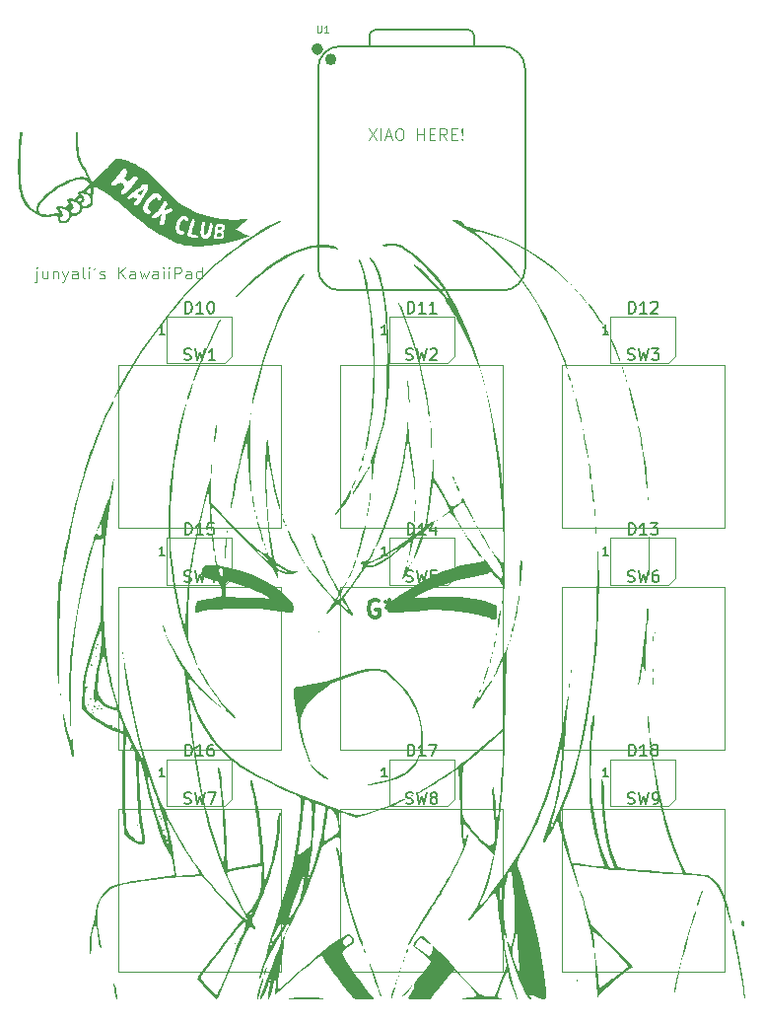
<source format=gbr>
%TF.GenerationSoftware,KiCad,Pcbnew,8.0.8*%
%TF.CreationDate,2025-02-15T18:33:00+00:00*%
%TF.ProjectId,kawaiipad_pcb,6b617761-6969-4706-9164-5f7063622e6b,rev?*%
%TF.SameCoordinates,Original*%
%TF.FileFunction,Legend,Top*%
%TF.FilePolarity,Positive*%
%FSLAX46Y46*%
G04 Gerber Fmt 4.6, Leading zero omitted, Abs format (unit mm)*
G04 Created by KiCad (PCBNEW 8.0.8) date 2025-02-15 18:33:00*
%MOMM*%
%LPD*%
G01*
G04 APERTURE LIST*
%ADD10C,0.100000*%
%ADD11C,0.300000*%
%ADD12C,0.150000*%
%ADD13C,0.101600*%
%ADD14C,0.000000*%
%ADD15C,0.120000*%
%ADD16C,0.127000*%
%ADD17C,0.504000*%
G04 APERTURE END LIST*
D10*
X121747634Y-68262002D02*
X121747634Y-69119145D01*
X121747634Y-69119145D02*
X121700015Y-69214383D01*
X121700015Y-69214383D02*
X121604777Y-69262002D01*
X121604777Y-69262002D02*
X121557158Y-69262002D01*
X121747634Y-67928669D02*
X121700015Y-67976288D01*
X121700015Y-67976288D02*
X121747634Y-68023907D01*
X121747634Y-68023907D02*
X121795253Y-67976288D01*
X121795253Y-67976288D02*
X121747634Y-67928669D01*
X121747634Y-67928669D02*
X121747634Y-68023907D01*
X122652395Y-68262002D02*
X122652395Y-68928669D01*
X122223824Y-68262002D02*
X122223824Y-68785811D01*
X122223824Y-68785811D02*
X122271443Y-68881050D01*
X122271443Y-68881050D02*
X122366681Y-68928669D01*
X122366681Y-68928669D02*
X122509538Y-68928669D01*
X122509538Y-68928669D02*
X122604776Y-68881050D01*
X122604776Y-68881050D02*
X122652395Y-68833430D01*
X123128586Y-68262002D02*
X123128586Y-68928669D01*
X123128586Y-68357240D02*
X123176205Y-68309621D01*
X123176205Y-68309621D02*
X123271443Y-68262002D01*
X123271443Y-68262002D02*
X123414300Y-68262002D01*
X123414300Y-68262002D02*
X123509538Y-68309621D01*
X123509538Y-68309621D02*
X123557157Y-68404859D01*
X123557157Y-68404859D02*
X123557157Y-68928669D01*
X123938110Y-68262002D02*
X124176205Y-68928669D01*
X124414300Y-68262002D02*
X124176205Y-68928669D01*
X124176205Y-68928669D02*
X124080967Y-69166764D01*
X124080967Y-69166764D02*
X124033348Y-69214383D01*
X124033348Y-69214383D02*
X123938110Y-69262002D01*
X125223824Y-68928669D02*
X125223824Y-68404859D01*
X125223824Y-68404859D02*
X125176205Y-68309621D01*
X125176205Y-68309621D02*
X125080967Y-68262002D01*
X125080967Y-68262002D02*
X124890491Y-68262002D01*
X124890491Y-68262002D02*
X124795253Y-68309621D01*
X125223824Y-68881050D02*
X125128586Y-68928669D01*
X125128586Y-68928669D02*
X124890491Y-68928669D01*
X124890491Y-68928669D02*
X124795253Y-68881050D01*
X124795253Y-68881050D02*
X124747634Y-68785811D01*
X124747634Y-68785811D02*
X124747634Y-68690573D01*
X124747634Y-68690573D02*
X124795253Y-68595335D01*
X124795253Y-68595335D02*
X124890491Y-68547716D01*
X124890491Y-68547716D02*
X125128586Y-68547716D01*
X125128586Y-68547716D02*
X125223824Y-68500097D01*
X125842872Y-68928669D02*
X125747634Y-68881050D01*
X125747634Y-68881050D02*
X125700015Y-68785811D01*
X125700015Y-68785811D02*
X125700015Y-67928669D01*
X126223825Y-68928669D02*
X126223825Y-68262002D01*
X126223825Y-67928669D02*
X126176206Y-67976288D01*
X126176206Y-67976288D02*
X126223825Y-68023907D01*
X126223825Y-68023907D02*
X126271444Y-67976288D01*
X126271444Y-67976288D02*
X126223825Y-67928669D01*
X126223825Y-67928669D02*
X126223825Y-68023907D01*
X126747634Y-67928669D02*
X126652396Y-68119145D01*
X127128586Y-68881050D02*
X127223824Y-68928669D01*
X127223824Y-68928669D02*
X127414300Y-68928669D01*
X127414300Y-68928669D02*
X127509538Y-68881050D01*
X127509538Y-68881050D02*
X127557157Y-68785811D01*
X127557157Y-68785811D02*
X127557157Y-68738192D01*
X127557157Y-68738192D02*
X127509538Y-68642954D01*
X127509538Y-68642954D02*
X127414300Y-68595335D01*
X127414300Y-68595335D02*
X127271443Y-68595335D01*
X127271443Y-68595335D02*
X127176205Y-68547716D01*
X127176205Y-68547716D02*
X127128586Y-68452478D01*
X127128586Y-68452478D02*
X127128586Y-68404859D01*
X127128586Y-68404859D02*
X127176205Y-68309621D01*
X127176205Y-68309621D02*
X127271443Y-68262002D01*
X127271443Y-68262002D02*
X127414300Y-68262002D01*
X127414300Y-68262002D02*
X127509538Y-68309621D01*
X128747634Y-68928669D02*
X128747634Y-67928669D01*
X129319062Y-68928669D02*
X128890491Y-68357240D01*
X129319062Y-67928669D02*
X128747634Y-68500097D01*
X130176205Y-68928669D02*
X130176205Y-68404859D01*
X130176205Y-68404859D02*
X130128586Y-68309621D01*
X130128586Y-68309621D02*
X130033348Y-68262002D01*
X130033348Y-68262002D02*
X129842872Y-68262002D01*
X129842872Y-68262002D02*
X129747634Y-68309621D01*
X130176205Y-68881050D02*
X130080967Y-68928669D01*
X130080967Y-68928669D02*
X129842872Y-68928669D01*
X129842872Y-68928669D02*
X129747634Y-68881050D01*
X129747634Y-68881050D02*
X129700015Y-68785811D01*
X129700015Y-68785811D02*
X129700015Y-68690573D01*
X129700015Y-68690573D02*
X129747634Y-68595335D01*
X129747634Y-68595335D02*
X129842872Y-68547716D01*
X129842872Y-68547716D02*
X130080967Y-68547716D01*
X130080967Y-68547716D02*
X130176205Y-68500097D01*
X130557158Y-68262002D02*
X130747634Y-68928669D01*
X130747634Y-68928669D02*
X130938110Y-68452478D01*
X130938110Y-68452478D02*
X131128586Y-68928669D01*
X131128586Y-68928669D02*
X131319062Y-68262002D01*
X132128586Y-68928669D02*
X132128586Y-68404859D01*
X132128586Y-68404859D02*
X132080967Y-68309621D01*
X132080967Y-68309621D02*
X131985729Y-68262002D01*
X131985729Y-68262002D02*
X131795253Y-68262002D01*
X131795253Y-68262002D02*
X131700015Y-68309621D01*
X132128586Y-68881050D02*
X132033348Y-68928669D01*
X132033348Y-68928669D02*
X131795253Y-68928669D01*
X131795253Y-68928669D02*
X131700015Y-68881050D01*
X131700015Y-68881050D02*
X131652396Y-68785811D01*
X131652396Y-68785811D02*
X131652396Y-68690573D01*
X131652396Y-68690573D02*
X131700015Y-68595335D01*
X131700015Y-68595335D02*
X131795253Y-68547716D01*
X131795253Y-68547716D02*
X132033348Y-68547716D01*
X132033348Y-68547716D02*
X132128586Y-68500097D01*
X132604777Y-68928669D02*
X132604777Y-68262002D01*
X132604777Y-67928669D02*
X132557158Y-67976288D01*
X132557158Y-67976288D02*
X132604777Y-68023907D01*
X132604777Y-68023907D02*
X132652396Y-67976288D01*
X132652396Y-67976288D02*
X132604777Y-67928669D01*
X132604777Y-67928669D02*
X132604777Y-68023907D01*
X133080967Y-68928669D02*
X133080967Y-68262002D01*
X133080967Y-67928669D02*
X133033348Y-67976288D01*
X133033348Y-67976288D02*
X133080967Y-68023907D01*
X133080967Y-68023907D02*
X133128586Y-67976288D01*
X133128586Y-67976288D02*
X133080967Y-67928669D01*
X133080967Y-67928669D02*
X133080967Y-68023907D01*
X133557157Y-68928669D02*
X133557157Y-67928669D01*
X133557157Y-67928669D02*
X133938109Y-67928669D01*
X133938109Y-67928669D02*
X134033347Y-67976288D01*
X134033347Y-67976288D02*
X134080966Y-68023907D01*
X134080966Y-68023907D02*
X134128585Y-68119145D01*
X134128585Y-68119145D02*
X134128585Y-68262002D01*
X134128585Y-68262002D02*
X134080966Y-68357240D01*
X134080966Y-68357240D02*
X134033347Y-68404859D01*
X134033347Y-68404859D02*
X133938109Y-68452478D01*
X133938109Y-68452478D02*
X133557157Y-68452478D01*
X134985728Y-68928669D02*
X134985728Y-68404859D01*
X134985728Y-68404859D02*
X134938109Y-68309621D01*
X134938109Y-68309621D02*
X134842871Y-68262002D01*
X134842871Y-68262002D02*
X134652395Y-68262002D01*
X134652395Y-68262002D02*
X134557157Y-68309621D01*
X134985728Y-68881050D02*
X134890490Y-68928669D01*
X134890490Y-68928669D02*
X134652395Y-68928669D01*
X134652395Y-68928669D02*
X134557157Y-68881050D01*
X134557157Y-68881050D02*
X134509538Y-68785811D01*
X134509538Y-68785811D02*
X134509538Y-68690573D01*
X134509538Y-68690573D02*
X134557157Y-68595335D01*
X134557157Y-68595335D02*
X134652395Y-68547716D01*
X134652395Y-68547716D02*
X134890490Y-68547716D01*
X134890490Y-68547716D02*
X134985728Y-68500097D01*
X135890490Y-68928669D02*
X135890490Y-67928669D01*
X135890490Y-68881050D02*
X135795252Y-68928669D01*
X135795252Y-68928669D02*
X135604776Y-68928669D01*
X135604776Y-68928669D02*
X135509538Y-68881050D01*
X135509538Y-68881050D02*
X135461919Y-68833430D01*
X135461919Y-68833430D02*
X135414300Y-68738192D01*
X135414300Y-68738192D02*
X135414300Y-68452478D01*
X135414300Y-68452478D02*
X135461919Y-68357240D01*
X135461919Y-68357240D02*
X135509538Y-68309621D01*
X135509538Y-68309621D02*
X135604776Y-68262002D01*
X135604776Y-68262002D02*
X135795252Y-68262002D01*
X135795252Y-68262002D02*
X135890490Y-68309621D01*
X150227396Y-56022419D02*
X150894062Y-57022419D01*
X150894062Y-56022419D02*
X150227396Y-57022419D01*
X151275015Y-57022419D02*
X151275015Y-56022419D01*
X151703586Y-56736704D02*
X152179776Y-56736704D01*
X151608348Y-57022419D02*
X151941681Y-56022419D01*
X151941681Y-56022419D02*
X152275014Y-57022419D01*
X152798824Y-56022419D02*
X152989300Y-56022419D01*
X152989300Y-56022419D02*
X153084538Y-56070038D01*
X153084538Y-56070038D02*
X153179776Y-56165276D01*
X153179776Y-56165276D02*
X153227395Y-56355752D01*
X153227395Y-56355752D02*
X153227395Y-56689085D01*
X153227395Y-56689085D02*
X153179776Y-56879561D01*
X153179776Y-56879561D02*
X153084538Y-56974800D01*
X153084538Y-56974800D02*
X152989300Y-57022419D01*
X152989300Y-57022419D02*
X152798824Y-57022419D01*
X152798824Y-57022419D02*
X152703586Y-56974800D01*
X152703586Y-56974800D02*
X152608348Y-56879561D01*
X152608348Y-56879561D02*
X152560729Y-56689085D01*
X152560729Y-56689085D02*
X152560729Y-56355752D01*
X152560729Y-56355752D02*
X152608348Y-56165276D01*
X152608348Y-56165276D02*
X152703586Y-56070038D01*
X152703586Y-56070038D02*
X152798824Y-56022419D01*
X154417872Y-57022419D02*
X154417872Y-56022419D01*
X154417872Y-56498609D02*
X154989300Y-56498609D01*
X154989300Y-57022419D02*
X154989300Y-56022419D01*
X155465491Y-56498609D02*
X155798824Y-56498609D01*
X155941681Y-57022419D02*
X155465491Y-57022419D01*
X155465491Y-57022419D02*
X155465491Y-56022419D01*
X155465491Y-56022419D02*
X155941681Y-56022419D01*
X156941681Y-57022419D02*
X156608348Y-56546228D01*
X156370253Y-57022419D02*
X156370253Y-56022419D01*
X156370253Y-56022419D02*
X156751205Y-56022419D01*
X156751205Y-56022419D02*
X156846443Y-56070038D01*
X156846443Y-56070038D02*
X156894062Y-56117657D01*
X156894062Y-56117657D02*
X156941681Y-56212895D01*
X156941681Y-56212895D02*
X156941681Y-56355752D01*
X156941681Y-56355752D02*
X156894062Y-56450990D01*
X156894062Y-56450990D02*
X156846443Y-56498609D01*
X156846443Y-56498609D02*
X156751205Y-56546228D01*
X156751205Y-56546228D02*
X156370253Y-56546228D01*
X157370253Y-56498609D02*
X157703586Y-56498609D01*
X157846443Y-57022419D02*
X157370253Y-57022419D01*
X157370253Y-57022419D02*
X157370253Y-56022419D01*
X157370253Y-56022419D02*
X157846443Y-56022419D01*
X158275015Y-56927180D02*
X158322634Y-56974800D01*
X158322634Y-56974800D02*
X158275015Y-57022419D01*
X158275015Y-57022419D02*
X158227396Y-56974800D01*
X158227396Y-56974800D02*
X158275015Y-56927180D01*
X158275015Y-56927180D02*
X158275015Y-57022419D01*
X158275015Y-56641466D02*
X158227396Y-56070038D01*
X158227396Y-56070038D02*
X158275015Y-56022419D01*
X158275015Y-56022419D02*
X158322634Y-56070038D01*
X158322634Y-56070038D02*
X158275015Y-56641466D01*
X158275015Y-56641466D02*
X158275015Y-56022419D01*
D11*
X151078572Y-96563507D02*
X150935715Y-96492078D01*
X150935715Y-96492078D02*
X150721429Y-96492078D01*
X150721429Y-96492078D02*
X150507143Y-96563507D01*
X150507143Y-96563507D02*
X150364286Y-96706364D01*
X150364286Y-96706364D02*
X150292857Y-96849221D01*
X150292857Y-96849221D02*
X150221429Y-97134935D01*
X150221429Y-97134935D02*
X150221429Y-97349221D01*
X150221429Y-97349221D02*
X150292857Y-97634935D01*
X150292857Y-97634935D02*
X150364286Y-97777792D01*
X150364286Y-97777792D02*
X150507143Y-97920650D01*
X150507143Y-97920650D02*
X150721429Y-97992078D01*
X150721429Y-97992078D02*
X150864286Y-97992078D01*
X150864286Y-97992078D02*
X151078572Y-97920650D01*
X151078572Y-97920650D02*
X151150000Y-97849221D01*
X151150000Y-97849221D02*
X151150000Y-97349221D01*
X151150000Y-97349221D02*
X150864286Y-97349221D01*
X152007143Y-96492078D02*
X152007143Y-96849221D01*
X151650000Y-96706364D02*
X152007143Y-96849221D01*
X152007143Y-96849221D02*
X152364286Y-96706364D01*
X151792857Y-97134935D02*
X152007143Y-96849221D01*
X152007143Y-96849221D02*
X152221429Y-97134935D01*
X153150000Y-96492078D02*
X153150000Y-96849221D01*
X152792857Y-96706364D02*
X153150000Y-96849221D01*
X153150000Y-96849221D02*
X153507143Y-96706364D01*
X152935714Y-97134935D02*
X153150000Y-96849221D01*
X153150000Y-96849221D02*
X153364286Y-97134935D01*
X154292857Y-96492078D02*
X154292857Y-96849221D01*
X153935714Y-96706364D02*
X154292857Y-96849221D01*
X154292857Y-96849221D02*
X154650000Y-96706364D01*
X154078571Y-97134935D02*
X154292857Y-96849221D01*
X154292857Y-96849221D02*
X154507143Y-97134935D01*
D12*
X134397917Y-113976950D02*
X134540774Y-114024569D01*
X134540774Y-114024569D02*
X134778869Y-114024569D01*
X134778869Y-114024569D02*
X134874107Y-113976950D01*
X134874107Y-113976950D02*
X134921726Y-113929330D01*
X134921726Y-113929330D02*
X134969345Y-113834092D01*
X134969345Y-113834092D02*
X134969345Y-113738854D01*
X134969345Y-113738854D02*
X134921726Y-113643616D01*
X134921726Y-113643616D02*
X134874107Y-113595997D01*
X134874107Y-113595997D02*
X134778869Y-113548378D01*
X134778869Y-113548378D02*
X134588393Y-113500759D01*
X134588393Y-113500759D02*
X134493155Y-113453140D01*
X134493155Y-113453140D02*
X134445536Y-113405521D01*
X134445536Y-113405521D02*
X134397917Y-113310283D01*
X134397917Y-113310283D02*
X134397917Y-113215045D01*
X134397917Y-113215045D02*
X134445536Y-113119807D01*
X134445536Y-113119807D02*
X134493155Y-113072188D01*
X134493155Y-113072188D02*
X134588393Y-113024569D01*
X134588393Y-113024569D02*
X134826488Y-113024569D01*
X134826488Y-113024569D02*
X134969345Y-113072188D01*
X135302679Y-113024569D02*
X135540774Y-114024569D01*
X135540774Y-114024569D02*
X135731250Y-113310283D01*
X135731250Y-113310283D02*
X135921726Y-114024569D01*
X135921726Y-114024569D02*
X136159822Y-113024569D01*
X136445536Y-113024569D02*
X137112202Y-113024569D01*
X137112202Y-113024569D02*
X136683631Y-114024569D01*
X172585714Y-90904819D02*
X172585714Y-89904819D01*
X172585714Y-89904819D02*
X172823809Y-89904819D01*
X172823809Y-89904819D02*
X172966666Y-89952438D01*
X172966666Y-89952438D02*
X173061904Y-90047676D01*
X173061904Y-90047676D02*
X173109523Y-90142914D01*
X173109523Y-90142914D02*
X173157142Y-90333390D01*
X173157142Y-90333390D02*
X173157142Y-90476247D01*
X173157142Y-90476247D02*
X173109523Y-90666723D01*
X173109523Y-90666723D02*
X173061904Y-90761961D01*
X173061904Y-90761961D02*
X172966666Y-90857200D01*
X172966666Y-90857200D02*
X172823809Y-90904819D01*
X172823809Y-90904819D02*
X172585714Y-90904819D01*
X174109523Y-90904819D02*
X173538095Y-90904819D01*
X173823809Y-90904819D02*
X173823809Y-89904819D01*
X173823809Y-89904819D02*
X173728571Y-90047676D01*
X173728571Y-90047676D02*
X173633333Y-90142914D01*
X173633333Y-90142914D02*
X173538095Y-90190533D01*
X174442857Y-89904819D02*
X175061904Y-89904819D01*
X175061904Y-89904819D02*
X174728571Y-90285771D01*
X174728571Y-90285771D02*
X174871428Y-90285771D01*
X174871428Y-90285771D02*
X174966666Y-90333390D01*
X174966666Y-90333390D02*
X175014285Y-90381009D01*
X175014285Y-90381009D02*
X175061904Y-90476247D01*
X175061904Y-90476247D02*
X175061904Y-90714342D01*
X175061904Y-90714342D02*
X175014285Y-90809580D01*
X175014285Y-90809580D02*
X174966666Y-90857200D01*
X174966666Y-90857200D02*
X174871428Y-90904819D01*
X174871428Y-90904819D02*
X174585714Y-90904819D01*
X174585714Y-90904819D02*
X174490476Y-90857200D01*
X174490476Y-90857200D02*
X174442857Y-90809580D01*
X170828571Y-92687295D02*
X170371428Y-92687295D01*
X170600000Y-92687295D02*
X170600000Y-91887295D01*
X170600000Y-91887295D02*
X170523809Y-92001580D01*
X170523809Y-92001580D02*
X170447619Y-92077771D01*
X170447619Y-92077771D02*
X170371428Y-92115866D01*
D13*
X145797440Y-47184729D02*
X145797440Y-47698776D01*
X145797440Y-47698776D02*
X145827678Y-47759252D01*
X145827678Y-47759252D02*
X145857916Y-47789491D01*
X145857916Y-47789491D02*
X145918392Y-47819729D01*
X145918392Y-47819729D02*
X146039345Y-47819729D01*
X146039345Y-47819729D02*
X146099821Y-47789491D01*
X146099821Y-47789491D02*
X146130059Y-47759252D01*
X146130059Y-47759252D02*
X146160297Y-47698776D01*
X146160297Y-47698776D02*
X146160297Y-47184729D01*
X146795297Y-47819729D02*
X146432440Y-47819729D01*
X146613868Y-47819729D02*
X146613868Y-47184729D01*
X146613868Y-47184729D02*
X146553392Y-47275443D01*
X146553392Y-47275443D02*
X146492916Y-47335919D01*
X146492916Y-47335919D02*
X146432440Y-47366157D01*
D12*
X153447917Y-113976950D02*
X153590774Y-114024569D01*
X153590774Y-114024569D02*
X153828869Y-114024569D01*
X153828869Y-114024569D02*
X153924107Y-113976950D01*
X153924107Y-113976950D02*
X153971726Y-113929330D01*
X153971726Y-113929330D02*
X154019345Y-113834092D01*
X154019345Y-113834092D02*
X154019345Y-113738854D01*
X154019345Y-113738854D02*
X153971726Y-113643616D01*
X153971726Y-113643616D02*
X153924107Y-113595997D01*
X153924107Y-113595997D02*
X153828869Y-113548378D01*
X153828869Y-113548378D02*
X153638393Y-113500759D01*
X153638393Y-113500759D02*
X153543155Y-113453140D01*
X153543155Y-113453140D02*
X153495536Y-113405521D01*
X153495536Y-113405521D02*
X153447917Y-113310283D01*
X153447917Y-113310283D02*
X153447917Y-113215045D01*
X153447917Y-113215045D02*
X153495536Y-113119807D01*
X153495536Y-113119807D02*
X153543155Y-113072188D01*
X153543155Y-113072188D02*
X153638393Y-113024569D01*
X153638393Y-113024569D02*
X153876488Y-113024569D01*
X153876488Y-113024569D02*
X154019345Y-113072188D01*
X154352679Y-113024569D02*
X154590774Y-114024569D01*
X154590774Y-114024569D02*
X154781250Y-113310283D01*
X154781250Y-113310283D02*
X154971726Y-114024569D01*
X154971726Y-114024569D02*
X155209822Y-113024569D01*
X155733631Y-113453140D02*
X155638393Y-113405521D01*
X155638393Y-113405521D02*
X155590774Y-113357902D01*
X155590774Y-113357902D02*
X155543155Y-113262664D01*
X155543155Y-113262664D02*
X155543155Y-113215045D01*
X155543155Y-113215045D02*
X155590774Y-113119807D01*
X155590774Y-113119807D02*
X155638393Y-113072188D01*
X155638393Y-113072188D02*
X155733631Y-113024569D01*
X155733631Y-113024569D02*
X155924107Y-113024569D01*
X155924107Y-113024569D02*
X156019345Y-113072188D01*
X156019345Y-113072188D02*
X156066964Y-113119807D01*
X156066964Y-113119807D02*
X156114583Y-113215045D01*
X156114583Y-113215045D02*
X156114583Y-113262664D01*
X156114583Y-113262664D02*
X156066964Y-113357902D01*
X156066964Y-113357902D02*
X156019345Y-113405521D01*
X156019345Y-113405521D02*
X155924107Y-113453140D01*
X155924107Y-113453140D02*
X155733631Y-113453140D01*
X155733631Y-113453140D02*
X155638393Y-113500759D01*
X155638393Y-113500759D02*
X155590774Y-113548378D01*
X155590774Y-113548378D02*
X155543155Y-113643616D01*
X155543155Y-113643616D02*
X155543155Y-113834092D01*
X155543155Y-113834092D02*
X155590774Y-113929330D01*
X155590774Y-113929330D02*
X155638393Y-113976950D01*
X155638393Y-113976950D02*
X155733631Y-114024569D01*
X155733631Y-114024569D02*
X155924107Y-114024569D01*
X155924107Y-114024569D02*
X156019345Y-113976950D01*
X156019345Y-113976950D02*
X156066964Y-113929330D01*
X156066964Y-113929330D02*
X156114583Y-113834092D01*
X156114583Y-113834092D02*
X156114583Y-113643616D01*
X156114583Y-113643616D02*
X156066964Y-113548378D01*
X156066964Y-113548378D02*
X156019345Y-113500759D01*
X156019345Y-113500759D02*
X155924107Y-113453140D01*
X172585714Y-109904819D02*
X172585714Y-108904819D01*
X172585714Y-108904819D02*
X172823809Y-108904819D01*
X172823809Y-108904819D02*
X172966666Y-108952438D01*
X172966666Y-108952438D02*
X173061904Y-109047676D01*
X173061904Y-109047676D02*
X173109523Y-109142914D01*
X173109523Y-109142914D02*
X173157142Y-109333390D01*
X173157142Y-109333390D02*
X173157142Y-109476247D01*
X173157142Y-109476247D02*
X173109523Y-109666723D01*
X173109523Y-109666723D02*
X173061904Y-109761961D01*
X173061904Y-109761961D02*
X172966666Y-109857200D01*
X172966666Y-109857200D02*
X172823809Y-109904819D01*
X172823809Y-109904819D02*
X172585714Y-109904819D01*
X174109523Y-109904819D02*
X173538095Y-109904819D01*
X173823809Y-109904819D02*
X173823809Y-108904819D01*
X173823809Y-108904819D02*
X173728571Y-109047676D01*
X173728571Y-109047676D02*
X173633333Y-109142914D01*
X173633333Y-109142914D02*
X173538095Y-109190533D01*
X174680952Y-109333390D02*
X174585714Y-109285771D01*
X174585714Y-109285771D02*
X174538095Y-109238152D01*
X174538095Y-109238152D02*
X174490476Y-109142914D01*
X174490476Y-109142914D02*
X174490476Y-109095295D01*
X174490476Y-109095295D02*
X174538095Y-109000057D01*
X174538095Y-109000057D02*
X174585714Y-108952438D01*
X174585714Y-108952438D02*
X174680952Y-108904819D01*
X174680952Y-108904819D02*
X174871428Y-108904819D01*
X174871428Y-108904819D02*
X174966666Y-108952438D01*
X174966666Y-108952438D02*
X175014285Y-109000057D01*
X175014285Y-109000057D02*
X175061904Y-109095295D01*
X175061904Y-109095295D02*
X175061904Y-109142914D01*
X175061904Y-109142914D02*
X175014285Y-109238152D01*
X175014285Y-109238152D02*
X174966666Y-109285771D01*
X174966666Y-109285771D02*
X174871428Y-109333390D01*
X174871428Y-109333390D02*
X174680952Y-109333390D01*
X174680952Y-109333390D02*
X174585714Y-109381009D01*
X174585714Y-109381009D02*
X174538095Y-109428628D01*
X174538095Y-109428628D02*
X174490476Y-109523866D01*
X174490476Y-109523866D02*
X174490476Y-109714342D01*
X174490476Y-109714342D02*
X174538095Y-109809580D01*
X174538095Y-109809580D02*
X174585714Y-109857200D01*
X174585714Y-109857200D02*
X174680952Y-109904819D01*
X174680952Y-109904819D02*
X174871428Y-109904819D01*
X174871428Y-109904819D02*
X174966666Y-109857200D01*
X174966666Y-109857200D02*
X175014285Y-109809580D01*
X175014285Y-109809580D02*
X175061904Y-109714342D01*
X175061904Y-109714342D02*
X175061904Y-109523866D01*
X175061904Y-109523866D02*
X175014285Y-109428628D01*
X175014285Y-109428628D02*
X174966666Y-109381009D01*
X174966666Y-109381009D02*
X174871428Y-109333390D01*
X170828571Y-111687295D02*
X170371428Y-111687295D01*
X170600000Y-111687295D02*
X170600000Y-110887295D01*
X170600000Y-110887295D02*
X170523809Y-111001580D01*
X170523809Y-111001580D02*
X170447619Y-111077771D01*
X170447619Y-111077771D02*
X170371428Y-111115866D01*
X134485714Y-90904819D02*
X134485714Y-89904819D01*
X134485714Y-89904819D02*
X134723809Y-89904819D01*
X134723809Y-89904819D02*
X134866666Y-89952438D01*
X134866666Y-89952438D02*
X134961904Y-90047676D01*
X134961904Y-90047676D02*
X135009523Y-90142914D01*
X135009523Y-90142914D02*
X135057142Y-90333390D01*
X135057142Y-90333390D02*
X135057142Y-90476247D01*
X135057142Y-90476247D02*
X135009523Y-90666723D01*
X135009523Y-90666723D02*
X134961904Y-90761961D01*
X134961904Y-90761961D02*
X134866666Y-90857200D01*
X134866666Y-90857200D02*
X134723809Y-90904819D01*
X134723809Y-90904819D02*
X134485714Y-90904819D01*
X136009523Y-90904819D02*
X135438095Y-90904819D01*
X135723809Y-90904819D02*
X135723809Y-89904819D01*
X135723809Y-89904819D02*
X135628571Y-90047676D01*
X135628571Y-90047676D02*
X135533333Y-90142914D01*
X135533333Y-90142914D02*
X135438095Y-90190533D01*
X136914285Y-89904819D02*
X136438095Y-89904819D01*
X136438095Y-89904819D02*
X136390476Y-90381009D01*
X136390476Y-90381009D02*
X136438095Y-90333390D01*
X136438095Y-90333390D02*
X136533333Y-90285771D01*
X136533333Y-90285771D02*
X136771428Y-90285771D01*
X136771428Y-90285771D02*
X136866666Y-90333390D01*
X136866666Y-90333390D02*
X136914285Y-90381009D01*
X136914285Y-90381009D02*
X136961904Y-90476247D01*
X136961904Y-90476247D02*
X136961904Y-90714342D01*
X136961904Y-90714342D02*
X136914285Y-90809580D01*
X136914285Y-90809580D02*
X136866666Y-90857200D01*
X136866666Y-90857200D02*
X136771428Y-90904819D01*
X136771428Y-90904819D02*
X136533333Y-90904819D01*
X136533333Y-90904819D02*
X136438095Y-90857200D01*
X136438095Y-90857200D02*
X136390476Y-90809580D01*
X132728571Y-92687295D02*
X132271428Y-92687295D01*
X132500000Y-92687295D02*
X132500000Y-91887295D01*
X132500000Y-91887295D02*
X132423809Y-92001580D01*
X132423809Y-92001580D02*
X132347619Y-92077771D01*
X132347619Y-92077771D02*
X132271428Y-92115866D01*
X134485714Y-109904819D02*
X134485714Y-108904819D01*
X134485714Y-108904819D02*
X134723809Y-108904819D01*
X134723809Y-108904819D02*
X134866666Y-108952438D01*
X134866666Y-108952438D02*
X134961904Y-109047676D01*
X134961904Y-109047676D02*
X135009523Y-109142914D01*
X135009523Y-109142914D02*
X135057142Y-109333390D01*
X135057142Y-109333390D02*
X135057142Y-109476247D01*
X135057142Y-109476247D02*
X135009523Y-109666723D01*
X135009523Y-109666723D02*
X134961904Y-109761961D01*
X134961904Y-109761961D02*
X134866666Y-109857200D01*
X134866666Y-109857200D02*
X134723809Y-109904819D01*
X134723809Y-109904819D02*
X134485714Y-109904819D01*
X136009523Y-109904819D02*
X135438095Y-109904819D01*
X135723809Y-109904819D02*
X135723809Y-108904819D01*
X135723809Y-108904819D02*
X135628571Y-109047676D01*
X135628571Y-109047676D02*
X135533333Y-109142914D01*
X135533333Y-109142914D02*
X135438095Y-109190533D01*
X136866666Y-108904819D02*
X136676190Y-108904819D01*
X136676190Y-108904819D02*
X136580952Y-108952438D01*
X136580952Y-108952438D02*
X136533333Y-109000057D01*
X136533333Y-109000057D02*
X136438095Y-109142914D01*
X136438095Y-109142914D02*
X136390476Y-109333390D01*
X136390476Y-109333390D02*
X136390476Y-109714342D01*
X136390476Y-109714342D02*
X136438095Y-109809580D01*
X136438095Y-109809580D02*
X136485714Y-109857200D01*
X136485714Y-109857200D02*
X136580952Y-109904819D01*
X136580952Y-109904819D02*
X136771428Y-109904819D01*
X136771428Y-109904819D02*
X136866666Y-109857200D01*
X136866666Y-109857200D02*
X136914285Y-109809580D01*
X136914285Y-109809580D02*
X136961904Y-109714342D01*
X136961904Y-109714342D02*
X136961904Y-109476247D01*
X136961904Y-109476247D02*
X136914285Y-109381009D01*
X136914285Y-109381009D02*
X136866666Y-109333390D01*
X136866666Y-109333390D02*
X136771428Y-109285771D01*
X136771428Y-109285771D02*
X136580952Y-109285771D01*
X136580952Y-109285771D02*
X136485714Y-109333390D01*
X136485714Y-109333390D02*
X136438095Y-109381009D01*
X136438095Y-109381009D02*
X136390476Y-109476247D01*
X132728571Y-111687295D02*
X132271428Y-111687295D01*
X132500000Y-111687295D02*
X132500000Y-110887295D01*
X132500000Y-110887295D02*
X132423809Y-111001580D01*
X132423809Y-111001580D02*
X132347619Y-111077771D01*
X132347619Y-111077771D02*
X132271428Y-111115866D01*
X172585714Y-71904819D02*
X172585714Y-70904819D01*
X172585714Y-70904819D02*
X172823809Y-70904819D01*
X172823809Y-70904819D02*
X172966666Y-70952438D01*
X172966666Y-70952438D02*
X173061904Y-71047676D01*
X173061904Y-71047676D02*
X173109523Y-71142914D01*
X173109523Y-71142914D02*
X173157142Y-71333390D01*
X173157142Y-71333390D02*
X173157142Y-71476247D01*
X173157142Y-71476247D02*
X173109523Y-71666723D01*
X173109523Y-71666723D02*
X173061904Y-71761961D01*
X173061904Y-71761961D02*
X172966666Y-71857200D01*
X172966666Y-71857200D02*
X172823809Y-71904819D01*
X172823809Y-71904819D02*
X172585714Y-71904819D01*
X174109523Y-71904819D02*
X173538095Y-71904819D01*
X173823809Y-71904819D02*
X173823809Y-70904819D01*
X173823809Y-70904819D02*
X173728571Y-71047676D01*
X173728571Y-71047676D02*
X173633333Y-71142914D01*
X173633333Y-71142914D02*
X173538095Y-71190533D01*
X174490476Y-71000057D02*
X174538095Y-70952438D01*
X174538095Y-70952438D02*
X174633333Y-70904819D01*
X174633333Y-70904819D02*
X174871428Y-70904819D01*
X174871428Y-70904819D02*
X174966666Y-70952438D01*
X174966666Y-70952438D02*
X175014285Y-71000057D01*
X175014285Y-71000057D02*
X175061904Y-71095295D01*
X175061904Y-71095295D02*
X175061904Y-71190533D01*
X175061904Y-71190533D02*
X175014285Y-71333390D01*
X175014285Y-71333390D02*
X174442857Y-71904819D01*
X174442857Y-71904819D02*
X175061904Y-71904819D01*
X170828571Y-73687295D02*
X170371428Y-73687295D01*
X170600000Y-73687295D02*
X170600000Y-72887295D01*
X170600000Y-72887295D02*
X170523809Y-73001580D01*
X170523809Y-73001580D02*
X170447619Y-73077771D01*
X170447619Y-73077771D02*
X170371428Y-73115866D01*
X172497917Y-75876950D02*
X172640774Y-75924569D01*
X172640774Y-75924569D02*
X172878869Y-75924569D01*
X172878869Y-75924569D02*
X172974107Y-75876950D01*
X172974107Y-75876950D02*
X173021726Y-75829330D01*
X173021726Y-75829330D02*
X173069345Y-75734092D01*
X173069345Y-75734092D02*
X173069345Y-75638854D01*
X173069345Y-75638854D02*
X173021726Y-75543616D01*
X173021726Y-75543616D02*
X172974107Y-75495997D01*
X172974107Y-75495997D02*
X172878869Y-75448378D01*
X172878869Y-75448378D02*
X172688393Y-75400759D01*
X172688393Y-75400759D02*
X172593155Y-75353140D01*
X172593155Y-75353140D02*
X172545536Y-75305521D01*
X172545536Y-75305521D02*
X172497917Y-75210283D01*
X172497917Y-75210283D02*
X172497917Y-75115045D01*
X172497917Y-75115045D02*
X172545536Y-75019807D01*
X172545536Y-75019807D02*
X172593155Y-74972188D01*
X172593155Y-74972188D02*
X172688393Y-74924569D01*
X172688393Y-74924569D02*
X172926488Y-74924569D01*
X172926488Y-74924569D02*
X173069345Y-74972188D01*
X173402679Y-74924569D02*
X173640774Y-75924569D01*
X173640774Y-75924569D02*
X173831250Y-75210283D01*
X173831250Y-75210283D02*
X174021726Y-75924569D01*
X174021726Y-75924569D02*
X174259822Y-74924569D01*
X174545536Y-74924569D02*
X175164583Y-74924569D01*
X175164583Y-74924569D02*
X174831250Y-75305521D01*
X174831250Y-75305521D02*
X174974107Y-75305521D01*
X174974107Y-75305521D02*
X175069345Y-75353140D01*
X175069345Y-75353140D02*
X175116964Y-75400759D01*
X175116964Y-75400759D02*
X175164583Y-75495997D01*
X175164583Y-75495997D02*
X175164583Y-75734092D01*
X175164583Y-75734092D02*
X175116964Y-75829330D01*
X175116964Y-75829330D02*
X175069345Y-75876950D01*
X175069345Y-75876950D02*
X174974107Y-75924569D01*
X174974107Y-75924569D02*
X174688393Y-75924569D01*
X174688393Y-75924569D02*
X174593155Y-75876950D01*
X174593155Y-75876950D02*
X174545536Y-75829330D01*
X172497917Y-94926950D02*
X172640774Y-94974569D01*
X172640774Y-94974569D02*
X172878869Y-94974569D01*
X172878869Y-94974569D02*
X172974107Y-94926950D01*
X172974107Y-94926950D02*
X173021726Y-94879330D01*
X173021726Y-94879330D02*
X173069345Y-94784092D01*
X173069345Y-94784092D02*
X173069345Y-94688854D01*
X173069345Y-94688854D02*
X173021726Y-94593616D01*
X173021726Y-94593616D02*
X172974107Y-94545997D01*
X172974107Y-94545997D02*
X172878869Y-94498378D01*
X172878869Y-94498378D02*
X172688393Y-94450759D01*
X172688393Y-94450759D02*
X172593155Y-94403140D01*
X172593155Y-94403140D02*
X172545536Y-94355521D01*
X172545536Y-94355521D02*
X172497917Y-94260283D01*
X172497917Y-94260283D02*
X172497917Y-94165045D01*
X172497917Y-94165045D02*
X172545536Y-94069807D01*
X172545536Y-94069807D02*
X172593155Y-94022188D01*
X172593155Y-94022188D02*
X172688393Y-93974569D01*
X172688393Y-93974569D02*
X172926488Y-93974569D01*
X172926488Y-93974569D02*
X173069345Y-94022188D01*
X173402679Y-93974569D02*
X173640774Y-94974569D01*
X173640774Y-94974569D02*
X173831250Y-94260283D01*
X173831250Y-94260283D02*
X174021726Y-94974569D01*
X174021726Y-94974569D02*
X174259822Y-93974569D01*
X175069345Y-93974569D02*
X174878869Y-93974569D01*
X174878869Y-93974569D02*
X174783631Y-94022188D01*
X174783631Y-94022188D02*
X174736012Y-94069807D01*
X174736012Y-94069807D02*
X174640774Y-94212664D01*
X174640774Y-94212664D02*
X174593155Y-94403140D01*
X174593155Y-94403140D02*
X174593155Y-94784092D01*
X174593155Y-94784092D02*
X174640774Y-94879330D01*
X174640774Y-94879330D02*
X174688393Y-94926950D01*
X174688393Y-94926950D02*
X174783631Y-94974569D01*
X174783631Y-94974569D02*
X174974107Y-94974569D01*
X174974107Y-94974569D02*
X175069345Y-94926950D01*
X175069345Y-94926950D02*
X175116964Y-94879330D01*
X175116964Y-94879330D02*
X175164583Y-94784092D01*
X175164583Y-94784092D02*
X175164583Y-94545997D01*
X175164583Y-94545997D02*
X175116964Y-94450759D01*
X175116964Y-94450759D02*
X175069345Y-94403140D01*
X175069345Y-94403140D02*
X174974107Y-94355521D01*
X174974107Y-94355521D02*
X174783631Y-94355521D01*
X174783631Y-94355521D02*
X174688393Y-94403140D01*
X174688393Y-94403140D02*
X174640774Y-94450759D01*
X174640774Y-94450759D02*
X174593155Y-94545997D01*
X134485714Y-71904819D02*
X134485714Y-70904819D01*
X134485714Y-70904819D02*
X134723809Y-70904819D01*
X134723809Y-70904819D02*
X134866666Y-70952438D01*
X134866666Y-70952438D02*
X134961904Y-71047676D01*
X134961904Y-71047676D02*
X135009523Y-71142914D01*
X135009523Y-71142914D02*
X135057142Y-71333390D01*
X135057142Y-71333390D02*
X135057142Y-71476247D01*
X135057142Y-71476247D02*
X135009523Y-71666723D01*
X135009523Y-71666723D02*
X134961904Y-71761961D01*
X134961904Y-71761961D02*
X134866666Y-71857200D01*
X134866666Y-71857200D02*
X134723809Y-71904819D01*
X134723809Y-71904819D02*
X134485714Y-71904819D01*
X136009523Y-71904819D02*
X135438095Y-71904819D01*
X135723809Y-71904819D02*
X135723809Y-70904819D01*
X135723809Y-70904819D02*
X135628571Y-71047676D01*
X135628571Y-71047676D02*
X135533333Y-71142914D01*
X135533333Y-71142914D02*
X135438095Y-71190533D01*
X136628571Y-70904819D02*
X136723809Y-70904819D01*
X136723809Y-70904819D02*
X136819047Y-70952438D01*
X136819047Y-70952438D02*
X136866666Y-71000057D01*
X136866666Y-71000057D02*
X136914285Y-71095295D01*
X136914285Y-71095295D02*
X136961904Y-71285771D01*
X136961904Y-71285771D02*
X136961904Y-71523866D01*
X136961904Y-71523866D02*
X136914285Y-71714342D01*
X136914285Y-71714342D02*
X136866666Y-71809580D01*
X136866666Y-71809580D02*
X136819047Y-71857200D01*
X136819047Y-71857200D02*
X136723809Y-71904819D01*
X136723809Y-71904819D02*
X136628571Y-71904819D01*
X136628571Y-71904819D02*
X136533333Y-71857200D01*
X136533333Y-71857200D02*
X136485714Y-71809580D01*
X136485714Y-71809580D02*
X136438095Y-71714342D01*
X136438095Y-71714342D02*
X136390476Y-71523866D01*
X136390476Y-71523866D02*
X136390476Y-71285771D01*
X136390476Y-71285771D02*
X136438095Y-71095295D01*
X136438095Y-71095295D02*
X136485714Y-71000057D01*
X136485714Y-71000057D02*
X136533333Y-70952438D01*
X136533333Y-70952438D02*
X136628571Y-70904819D01*
X132728571Y-73687295D02*
X132271428Y-73687295D01*
X132500000Y-73687295D02*
X132500000Y-72887295D01*
X132500000Y-72887295D02*
X132423809Y-73001580D01*
X132423809Y-73001580D02*
X132347619Y-73077771D01*
X132347619Y-73077771D02*
X132271428Y-73115866D01*
X134397917Y-94926950D02*
X134540774Y-94974569D01*
X134540774Y-94974569D02*
X134778869Y-94974569D01*
X134778869Y-94974569D02*
X134874107Y-94926950D01*
X134874107Y-94926950D02*
X134921726Y-94879330D01*
X134921726Y-94879330D02*
X134969345Y-94784092D01*
X134969345Y-94784092D02*
X134969345Y-94688854D01*
X134969345Y-94688854D02*
X134921726Y-94593616D01*
X134921726Y-94593616D02*
X134874107Y-94545997D01*
X134874107Y-94545997D02*
X134778869Y-94498378D01*
X134778869Y-94498378D02*
X134588393Y-94450759D01*
X134588393Y-94450759D02*
X134493155Y-94403140D01*
X134493155Y-94403140D02*
X134445536Y-94355521D01*
X134445536Y-94355521D02*
X134397917Y-94260283D01*
X134397917Y-94260283D02*
X134397917Y-94165045D01*
X134397917Y-94165045D02*
X134445536Y-94069807D01*
X134445536Y-94069807D02*
X134493155Y-94022188D01*
X134493155Y-94022188D02*
X134588393Y-93974569D01*
X134588393Y-93974569D02*
X134826488Y-93974569D01*
X134826488Y-93974569D02*
X134969345Y-94022188D01*
X135302679Y-93974569D02*
X135540774Y-94974569D01*
X135540774Y-94974569D02*
X135731250Y-94260283D01*
X135731250Y-94260283D02*
X135921726Y-94974569D01*
X135921726Y-94974569D02*
X136159822Y-93974569D01*
X136969345Y-94307902D02*
X136969345Y-94974569D01*
X136731250Y-93926950D02*
X136493155Y-94641235D01*
X136493155Y-94641235D02*
X137112202Y-94641235D01*
X153447917Y-75876950D02*
X153590774Y-75924569D01*
X153590774Y-75924569D02*
X153828869Y-75924569D01*
X153828869Y-75924569D02*
X153924107Y-75876950D01*
X153924107Y-75876950D02*
X153971726Y-75829330D01*
X153971726Y-75829330D02*
X154019345Y-75734092D01*
X154019345Y-75734092D02*
X154019345Y-75638854D01*
X154019345Y-75638854D02*
X153971726Y-75543616D01*
X153971726Y-75543616D02*
X153924107Y-75495997D01*
X153924107Y-75495997D02*
X153828869Y-75448378D01*
X153828869Y-75448378D02*
X153638393Y-75400759D01*
X153638393Y-75400759D02*
X153543155Y-75353140D01*
X153543155Y-75353140D02*
X153495536Y-75305521D01*
X153495536Y-75305521D02*
X153447917Y-75210283D01*
X153447917Y-75210283D02*
X153447917Y-75115045D01*
X153447917Y-75115045D02*
X153495536Y-75019807D01*
X153495536Y-75019807D02*
X153543155Y-74972188D01*
X153543155Y-74972188D02*
X153638393Y-74924569D01*
X153638393Y-74924569D02*
X153876488Y-74924569D01*
X153876488Y-74924569D02*
X154019345Y-74972188D01*
X154352679Y-74924569D02*
X154590774Y-75924569D01*
X154590774Y-75924569D02*
X154781250Y-75210283D01*
X154781250Y-75210283D02*
X154971726Y-75924569D01*
X154971726Y-75924569D02*
X155209822Y-74924569D01*
X155543155Y-75019807D02*
X155590774Y-74972188D01*
X155590774Y-74972188D02*
X155686012Y-74924569D01*
X155686012Y-74924569D02*
X155924107Y-74924569D01*
X155924107Y-74924569D02*
X156019345Y-74972188D01*
X156019345Y-74972188D02*
X156066964Y-75019807D01*
X156066964Y-75019807D02*
X156114583Y-75115045D01*
X156114583Y-75115045D02*
X156114583Y-75210283D01*
X156114583Y-75210283D02*
X156066964Y-75353140D01*
X156066964Y-75353140D02*
X155495536Y-75924569D01*
X155495536Y-75924569D02*
X156114583Y-75924569D01*
X172497917Y-113976950D02*
X172640774Y-114024569D01*
X172640774Y-114024569D02*
X172878869Y-114024569D01*
X172878869Y-114024569D02*
X172974107Y-113976950D01*
X172974107Y-113976950D02*
X173021726Y-113929330D01*
X173021726Y-113929330D02*
X173069345Y-113834092D01*
X173069345Y-113834092D02*
X173069345Y-113738854D01*
X173069345Y-113738854D02*
X173021726Y-113643616D01*
X173021726Y-113643616D02*
X172974107Y-113595997D01*
X172974107Y-113595997D02*
X172878869Y-113548378D01*
X172878869Y-113548378D02*
X172688393Y-113500759D01*
X172688393Y-113500759D02*
X172593155Y-113453140D01*
X172593155Y-113453140D02*
X172545536Y-113405521D01*
X172545536Y-113405521D02*
X172497917Y-113310283D01*
X172497917Y-113310283D02*
X172497917Y-113215045D01*
X172497917Y-113215045D02*
X172545536Y-113119807D01*
X172545536Y-113119807D02*
X172593155Y-113072188D01*
X172593155Y-113072188D02*
X172688393Y-113024569D01*
X172688393Y-113024569D02*
X172926488Y-113024569D01*
X172926488Y-113024569D02*
X173069345Y-113072188D01*
X173402679Y-113024569D02*
X173640774Y-114024569D01*
X173640774Y-114024569D02*
X173831250Y-113310283D01*
X173831250Y-113310283D02*
X174021726Y-114024569D01*
X174021726Y-114024569D02*
X174259822Y-113024569D01*
X174688393Y-114024569D02*
X174878869Y-114024569D01*
X174878869Y-114024569D02*
X174974107Y-113976950D01*
X174974107Y-113976950D02*
X175021726Y-113929330D01*
X175021726Y-113929330D02*
X175116964Y-113786473D01*
X175116964Y-113786473D02*
X175164583Y-113595997D01*
X175164583Y-113595997D02*
X175164583Y-113215045D01*
X175164583Y-113215045D02*
X175116964Y-113119807D01*
X175116964Y-113119807D02*
X175069345Y-113072188D01*
X175069345Y-113072188D02*
X174974107Y-113024569D01*
X174974107Y-113024569D02*
X174783631Y-113024569D01*
X174783631Y-113024569D02*
X174688393Y-113072188D01*
X174688393Y-113072188D02*
X174640774Y-113119807D01*
X174640774Y-113119807D02*
X174593155Y-113215045D01*
X174593155Y-113215045D02*
X174593155Y-113453140D01*
X174593155Y-113453140D02*
X174640774Y-113548378D01*
X174640774Y-113548378D02*
X174688393Y-113595997D01*
X174688393Y-113595997D02*
X174783631Y-113643616D01*
X174783631Y-113643616D02*
X174974107Y-113643616D01*
X174974107Y-113643616D02*
X175069345Y-113595997D01*
X175069345Y-113595997D02*
X175116964Y-113548378D01*
X175116964Y-113548378D02*
X175164583Y-113453140D01*
X153585714Y-109904819D02*
X153585714Y-108904819D01*
X153585714Y-108904819D02*
X153823809Y-108904819D01*
X153823809Y-108904819D02*
X153966666Y-108952438D01*
X153966666Y-108952438D02*
X154061904Y-109047676D01*
X154061904Y-109047676D02*
X154109523Y-109142914D01*
X154109523Y-109142914D02*
X154157142Y-109333390D01*
X154157142Y-109333390D02*
X154157142Y-109476247D01*
X154157142Y-109476247D02*
X154109523Y-109666723D01*
X154109523Y-109666723D02*
X154061904Y-109761961D01*
X154061904Y-109761961D02*
X153966666Y-109857200D01*
X153966666Y-109857200D02*
X153823809Y-109904819D01*
X153823809Y-109904819D02*
X153585714Y-109904819D01*
X155109523Y-109904819D02*
X154538095Y-109904819D01*
X154823809Y-109904819D02*
X154823809Y-108904819D01*
X154823809Y-108904819D02*
X154728571Y-109047676D01*
X154728571Y-109047676D02*
X154633333Y-109142914D01*
X154633333Y-109142914D02*
X154538095Y-109190533D01*
X155442857Y-108904819D02*
X156109523Y-108904819D01*
X156109523Y-108904819D02*
X155680952Y-109904819D01*
X151828571Y-111687295D02*
X151371428Y-111687295D01*
X151600000Y-111687295D02*
X151600000Y-110887295D01*
X151600000Y-110887295D02*
X151523809Y-111001580D01*
X151523809Y-111001580D02*
X151447619Y-111077771D01*
X151447619Y-111077771D02*
X151371428Y-111115866D01*
X134397917Y-75876950D02*
X134540774Y-75924569D01*
X134540774Y-75924569D02*
X134778869Y-75924569D01*
X134778869Y-75924569D02*
X134874107Y-75876950D01*
X134874107Y-75876950D02*
X134921726Y-75829330D01*
X134921726Y-75829330D02*
X134969345Y-75734092D01*
X134969345Y-75734092D02*
X134969345Y-75638854D01*
X134969345Y-75638854D02*
X134921726Y-75543616D01*
X134921726Y-75543616D02*
X134874107Y-75495997D01*
X134874107Y-75495997D02*
X134778869Y-75448378D01*
X134778869Y-75448378D02*
X134588393Y-75400759D01*
X134588393Y-75400759D02*
X134493155Y-75353140D01*
X134493155Y-75353140D02*
X134445536Y-75305521D01*
X134445536Y-75305521D02*
X134397917Y-75210283D01*
X134397917Y-75210283D02*
X134397917Y-75115045D01*
X134397917Y-75115045D02*
X134445536Y-75019807D01*
X134445536Y-75019807D02*
X134493155Y-74972188D01*
X134493155Y-74972188D02*
X134588393Y-74924569D01*
X134588393Y-74924569D02*
X134826488Y-74924569D01*
X134826488Y-74924569D02*
X134969345Y-74972188D01*
X135302679Y-74924569D02*
X135540774Y-75924569D01*
X135540774Y-75924569D02*
X135731250Y-75210283D01*
X135731250Y-75210283D02*
X135921726Y-75924569D01*
X135921726Y-75924569D02*
X136159822Y-74924569D01*
X137064583Y-75924569D02*
X136493155Y-75924569D01*
X136778869Y-75924569D02*
X136778869Y-74924569D01*
X136778869Y-74924569D02*
X136683631Y-75067426D01*
X136683631Y-75067426D02*
X136588393Y-75162664D01*
X136588393Y-75162664D02*
X136493155Y-75210283D01*
X153585714Y-71904819D02*
X153585714Y-70904819D01*
X153585714Y-70904819D02*
X153823809Y-70904819D01*
X153823809Y-70904819D02*
X153966666Y-70952438D01*
X153966666Y-70952438D02*
X154061904Y-71047676D01*
X154061904Y-71047676D02*
X154109523Y-71142914D01*
X154109523Y-71142914D02*
X154157142Y-71333390D01*
X154157142Y-71333390D02*
X154157142Y-71476247D01*
X154157142Y-71476247D02*
X154109523Y-71666723D01*
X154109523Y-71666723D02*
X154061904Y-71761961D01*
X154061904Y-71761961D02*
X153966666Y-71857200D01*
X153966666Y-71857200D02*
X153823809Y-71904819D01*
X153823809Y-71904819D02*
X153585714Y-71904819D01*
X155109523Y-71904819D02*
X154538095Y-71904819D01*
X154823809Y-71904819D02*
X154823809Y-70904819D01*
X154823809Y-70904819D02*
X154728571Y-71047676D01*
X154728571Y-71047676D02*
X154633333Y-71142914D01*
X154633333Y-71142914D02*
X154538095Y-71190533D01*
X156061904Y-71904819D02*
X155490476Y-71904819D01*
X155776190Y-71904819D02*
X155776190Y-70904819D01*
X155776190Y-70904819D02*
X155680952Y-71047676D01*
X155680952Y-71047676D02*
X155585714Y-71142914D01*
X155585714Y-71142914D02*
X155490476Y-71190533D01*
X151828571Y-73687295D02*
X151371428Y-73687295D01*
X151600000Y-73687295D02*
X151600000Y-72887295D01*
X151600000Y-72887295D02*
X151523809Y-73001580D01*
X151523809Y-73001580D02*
X151447619Y-73077771D01*
X151447619Y-73077771D02*
X151371428Y-73115866D01*
X153447917Y-94926950D02*
X153590774Y-94974569D01*
X153590774Y-94974569D02*
X153828869Y-94974569D01*
X153828869Y-94974569D02*
X153924107Y-94926950D01*
X153924107Y-94926950D02*
X153971726Y-94879330D01*
X153971726Y-94879330D02*
X154019345Y-94784092D01*
X154019345Y-94784092D02*
X154019345Y-94688854D01*
X154019345Y-94688854D02*
X153971726Y-94593616D01*
X153971726Y-94593616D02*
X153924107Y-94545997D01*
X153924107Y-94545997D02*
X153828869Y-94498378D01*
X153828869Y-94498378D02*
X153638393Y-94450759D01*
X153638393Y-94450759D02*
X153543155Y-94403140D01*
X153543155Y-94403140D02*
X153495536Y-94355521D01*
X153495536Y-94355521D02*
X153447917Y-94260283D01*
X153447917Y-94260283D02*
X153447917Y-94165045D01*
X153447917Y-94165045D02*
X153495536Y-94069807D01*
X153495536Y-94069807D02*
X153543155Y-94022188D01*
X153543155Y-94022188D02*
X153638393Y-93974569D01*
X153638393Y-93974569D02*
X153876488Y-93974569D01*
X153876488Y-93974569D02*
X154019345Y-94022188D01*
X154352679Y-93974569D02*
X154590774Y-94974569D01*
X154590774Y-94974569D02*
X154781250Y-94260283D01*
X154781250Y-94260283D02*
X154971726Y-94974569D01*
X154971726Y-94974569D02*
X155209822Y-93974569D01*
X156066964Y-93974569D02*
X155590774Y-93974569D01*
X155590774Y-93974569D02*
X155543155Y-94450759D01*
X155543155Y-94450759D02*
X155590774Y-94403140D01*
X155590774Y-94403140D02*
X155686012Y-94355521D01*
X155686012Y-94355521D02*
X155924107Y-94355521D01*
X155924107Y-94355521D02*
X156019345Y-94403140D01*
X156019345Y-94403140D02*
X156066964Y-94450759D01*
X156066964Y-94450759D02*
X156114583Y-94545997D01*
X156114583Y-94545997D02*
X156114583Y-94784092D01*
X156114583Y-94784092D02*
X156066964Y-94879330D01*
X156066964Y-94879330D02*
X156019345Y-94926950D01*
X156019345Y-94926950D02*
X155924107Y-94974569D01*
X155924107Y-94974569D02*
X155686012Y-94974569D01*
X155686012Y-94974569D02*
X155590774Y-94926950D01*
X155590774Y-94926950D02*
X155543155Y-94879330D01*
X153585714Y-90904819D02*
X153585714Y-89904819D01*
X153585714Y-89904819D02*
X153823809Y-89904819D01*
X153823809Y-89904819D02*
X153966666Y-89952438D01*
X153966666Y-89952438D02*
X154061904Y-90047676D01*
X154061904Y-90047676D02*
X154109523Y-90142914D01*
X154109523Y-90142914D02*
X154157142Y-90333390D01*
X154157142Y-90333390D02*
X154157142Y-90476247D01*
X154157142Y-90476247D02*
X154109523Y-90666723D01*
X154109523Y-90666723D02*
X154061904Y-90761961D01*
X154061904Y-90761961D02*
X153966666Y-90857200D01*
X153966666Y-90857200D02*
X153823809Y-90904819D01*
X153823809Y-90904819D02*
X153585714Y-90904819D01*
X155109523Y-90904819D02*
X154538095Y-90904819D01*
X154823809Y-90904819D02*
X154823809Y-89904819D01*
X154823809Y-89904819D02*
X154728571Y-90047676D01*
X154728571Y-90047676D02*
X154633333Y-90142914D01*
X154633333Y-90142914D02*
X154538095Y-90190533D01*
X155966666Y-90238152D02*
X155966666Y-90904819D01*
X155728571Y-89857200D02*
X155490476Y-90571485D01*
X155490476Y-90571485D02*
X156109523Y-90571485D01*
X151828571Y-92687295D02*
X151371428Y-92687295D01*
X151600000Y-92687295D02*
X151600000Y-91887295D01*
X151600000Y-91887295D02*
X151523809Y-92001580D01*
X151523809Y-92001580D02*
X151447619Y-92077771D01*
X151447619Y-92077771D02*
X151371428Y-92115866D01*
D14*
%TO.C,G\u002A\u002A\u002A*%
G36*
X127000000Y-100332135D02*
G01*
X126943049Y-100389086D01*
X126886098Y-100332135D01*
X126943049Y-100275185D01*
X127000000Y-100332135D01*
G37*
G36*
X126848131Y-100540954D02*
G01*
X126861763Y-100676129D01*
X126848131Y-100692823D01*
X126780417Y-100677188D01*
X126772197Y-100616889D01*
X126813872Y-100523135D01*
X126848131Y-100540954D01*
G37*
G36*
X126886098Y-101357247D02*
G01*
X126829148Y-101414198D01*
X126772197Y-101357247D01*
X126829148Y-101300297D01*
X126886098Y-101357247D01*
G37*
G36*
X126430493Y-102040656D02*
G01*
X126539153Y-102143008D01*
X126544394Y-102161279D01*
X126456270Y-102210202D01*
X126430493Y-102211508D01*
X126320969Y-102123946D01*
X126316592Y-102090884D01*
X126386372Y-102022858D01*
X126430493Y-102040656D01*
G37*
G36*
X126658296Y-103065768D02*
G01*
X126601345Y-103122718D01*
X126544394Y-103065768D01*
X126601345Y-103008817D01*
X126658296Y-103065768D01*
G37*
G36*
X126430493Y-105002090D02*
G01*
X126373542Y-105059041D01*
X126316592Y-105002090D01*
X126373542Y-104945140D01*
X126430493Y-105002090D01*
G37*
G36*
X127113901Y-105571597D02*
G01*
X127056950Y-105628548D01*
X127000000Y-105571597D01*
X127056950Y-105514647D01*
X127113901Y-105571597D01*
G37*
G36*
X126164723Y-105438712D02*
G01*
X126178355Y-105573887D01*
X126164723Y-105590581D01*
X126097009Y-105574946D01*
X126088789Y-105514647D01*
X126130464Y-105420893D01*
X126164723Y-105438712D01*
G37*
G36*
X126767562Y-105597329D02*
G01*
X126772197Y-105628548D01*
X126733336Y-105739488D01*
X126721968Y-105742449D01*
X126624723Y-105662634D01*
X126601345Y-105628548D01*
X126610376Y-105523590D01*
X126651574Y-105514647D01*
X126767562Y-105597329D01*
G37*
G36*
X127341704Y-105799400D02*
G01*
X127284753Y-105856351D01*
X127227802Y-105799400D01*
X127284753Y-105742449D01*
X127341704Y-105799400D01*
G37*
G36*
X127000000Y-105799400D02*
G01*
X126943049Y-105856351D01*
X126886098Y-105799400D01*
X126943049Y-105742449D01*
X127000000Y-105799400D01*
G37*
G36*
X126544394Y-105913301D02*
G01*
X126487444Y-105970252D01*
X126430493Y-105913301D01*
X126487444Y-105856351D01*
X126544394Y-105913301D01*
G37*
G36*
X126658296Y-106141104D02*
G01*
X126601345Y-106198055D01*
X126544394Y-106141104D01*
X126601345Y-106084153D01*
X126658296Y-106141104D01*
G37*
G36*
X128822421Y-107280117D02*
G01*
X128765471Y-107337068D01*
X128708520Y-107280117D01*
X128765471Y-107223167D01*
X128822421Y-107280117D01*
G37*
G36*
X130379073Y-115689833D02*
G01*
X130392705Y-115825008D01*
X130379073Y-115841702D01*
X130311359Y-115826067D01*
X130303139Y-115765768D01*
X130344813Y-115672014D01*
X130379073Y-115689833D01*
G37*
G36*
X132353363Y-115025409D02*
G01*
X132296412Y-115082360D01*
X132239462Y-115025409D01*
X132296412Y-114968458D01*
X132353363Y-115025409D01*
G37*
G36*
X132429297Y-115234228D02*
G01*
X132442929Y-115369402D01*
X132429297Y-115386096D01*
X132361583Y-115370461D01*
X132353363Y-115310162D01*
X132395038Y-115216409D01*
X132429297Y-115234228D01*
G37*
G36*
X132657100Y-116145439D02*
G01*
X132670732Y-116280613D01*
X132657100Y-116297307D01*
X132589386Y-116281672D01*
X132581166Y-116221373D01*
X132622840Y-116127619D01*
X132657100Y-116145439D01*
G37*
G36*
X132922870Y-116847830D02*
G01*
X132865919Y-116904781D01*
X132808968Y-116847830D01*
X132865919Y-116790880D01*
X132922870Y-116847830D01*
G37*
G36*
X139529148Y-124479221D02*
G01*
X139472197Y-124536171D01*
X139415246Y-124479221D01*
X139472197Y-124422270D01*
X139529148Y-124479221D01*
G37*
G36*
X138845740Y-125959938D02*
G01*
X138788789Y-126016889D01*
X138731838Y-125959938D01*
X138788789Y-125902987D01*
X138845740Y-125959938D01*
G37*
G36*
X167599913Y-69364460D02*
G01*
X167760237Y-69456374D01*
X167733380Y-69515807D01*
X167669502Y-69521821D01*
X167515050Y-69439097D01*
X167492734Y-69409225D01*
X167511068Y-69344500D01*
X167599913Y-69364460D01*
G37*
G36*
X167976009Y-69795753D02*
G01*
X168158523Y-69962059D01*
X168232287Y-70052031D01*
X168180149Y-70080725D01*
X168017255Y-69927648D01*
X167936711Y-69835050D01*
X167719731Y-69578772D01*
X167976009Y-69795753D01*
G37*
G36*
X146700437Y-66017701D02*
G01*
X147137092Y-66089805D01*
X147456632Y-66194656D01*
X147609675Y-66319716D01*
X147616143Y-66351402D01*
X147526868Y-66406210D01*
X147359865Y-66368735D01*
X147132723Y-66327101D01*
X146747045Y-66296089D01*
X146272024Y-66280510D01*
X146078475Y-66279652D01*
X145534576Y-66300807D01*
X145039217Y-66370274D01*
X144548414Y-66503905D01*
X144018186Y-66717555D01*
X143404548Y-67027077D01*
X142663518Y-67448326D01*
X142396335Y-67606900D01*
X141496736Y-68199194D01*
X140633635Y-68888457D01*
X140019672Y-69450835D01*
X139603487Y-69842856D01*
X139252205Y-70160766D01*
X138994539Y-70379598D01*
X138859202Y-70474389D01*
X138845740Y-70471539D01*
X138927757Y-70334198D01*
X139151828Y-70081507D01*
X139484985Y-69743922D01*
X139894256Y-69351905D01*
X140346673Y-68935912D01*
X140809266Y-68526404D01*
X141249064Y-68153838D01*
X141633099Y-67848675D01*
X141865206Y-67682020D01*
X143076813Y-66948752D01*
X144197218Y-66422301D01*
X145225656Y-66102964D01*
X146161366Y-65991038D01*
X146196053Y-65990880D01*
X146700437Y-66017701D01*
G37*
G36*
X168486072Y-70295147D02*
G01*
X168694825Y-70548837D01*
X168737120Y-70603884D01*
X168900227Y-70841161D01*
X168963270Y-70983112D01*
X168949967Y-71001129D01*
X168836776Y-70913223D01*
X168663845Y-70695003D01*
X168601419Y-70602474D01*
X168431551Y-70321884D01*
X168395708Y-70219469D01*
X168486072Y-70295147D01*
G37*
G36*
X169274994Y-71203247D02*
G01*
X169441226Y-71413781D01*
X169451469Y-71429669D01*
X169606824Y-71663008D01*
X169709033Y-71797501D01*
X169711439Y-71799848D01*
X169803549Y-71921048D01*
X169972694Y-72168636D01*
X170092782Y-72351331D01*
X170301175Y-72688422D01*
X170382589Y-72855190D01*
X170349308Y-72861592D01*
X170213612Y-72717584D01*
X169987783Y-72433124D01*
X169687200Y-72022528D01*
X169425319Y-71639991D01*
X169236766Y-71337311D01*
X169144804Y-71153574D01*
X169147912Y-71116440D01*
X169274994Y-71203247D01*
G37*
G36*
X170618581Y-73264709D02*
G01*
X170783085Y-73483797D01*
X170852015Y-73634411D01*
X170852018Y-73634888D01*
X170814678Y-73734593D01*
X170709976Y-73630656D01*
X170564555Y-73365992D01*
X170385144Y-72995812D01*
X170618581Y-73264709D01*
G37*
G36*
X170998851Y-73963974D02*
G01*
X171081115Y-74099342D01*
X171216009Y-74378552D01*
X171379756Y-74745263D01*
X171548576Y-75143130D01*
X171698691Y-75515810D01*
X171806321Y-75806959D01*
X171847688Y-75960233D01*
X171845441Y-75969952D01*
X171779549Y-75898693D01*
X171650425Y-75665159D01*
X171483847Y-75316770D01*
X171452951Y-75247944D01*
X171239558Y-74751127D01*
X171081101Y-74348260D01*
X170989104Y-74071926D01*
X170975090Y-73954710D01*
X170998851Y-73963974D01*
G37*
G36*
X171991031Y-76185050D02*
G01*
X171934080Y-76242001D01*
X171877130Y-76185050D01*
X171934080Y-76128099D01*
X171991031Y-76185050D01*
G37*
G36*
X158145885Y-63965117D02*
G01*
X158306189Y-64056611D01*
X158355155Y-64165715D01*
X158412922Y-64296589D01*
X158533020Y-64406067D01*
X158750406Y-64508296D01*
X159100038Y-64617424D01*
X159616875Y-64747596D01*
X160030383Y-64843653D01*
X161290976Y-65213587D01*
X162585792Y-65743140D01*
X163860409Y-66401769D01*
X165060408Y-67158932D01*
X166131369Y-67984084D01*
X166865471Y-68679826D01*
X167378027Y-69221690D01*
X166637668Y-68591292D01*
X165276279Y-67508397D01*
X163958999Y-66620204D01*
X162654168Y-65906584D01*
X161853811Y-65549627D01*
X161526233Y-65430395D01*
X161101666Y-65296066D01*
X160633224Y-65160805D01*
X160174024Y-65038782D01*
X159777179Y-64944162D01*
X159495805Y-64891113D01*
X159384723Y-64891059D01*
X159454054Y-64971188D01*
X159667177Y-65163880D01*
X159990054Y-65439321D01*
X160346548Y-65733490D01*
X161399231Y-66653743D01*
X162350521Y-67627672D01*
X163232981Y-68695515D01*
X164079174Y-69897509D01*
X164921664Y-71273891D01*
X165137294Y-71653103D01*
X165439161Y-72216267D01*
X165759552Y-72857380D01*
X166083946Y-73542453D01*
X166397823Y-74237501D01*
X166686661Y-74908537D01*
X166935939Y-75521574D01*
X167131138Y-76042626D01*
X167257735Y-76437705D01*
X167301210Y-76672825D01*
X167296225Y-76706157D01*
X167247117Y-76644881D01*
X167140560Y-76409726D01*
X166994230Y-76041872D01*
X166885345Y-75748870D01*
X166653004Y-75161653D01*
X166336615Y-74436970D01*
X165963188Y-73630268D01*
X165559731Y-72796992D01*
X165153252Y-71992589D01*
X164770761Y-71272505D01*
X164439264Y-70692186D01*
X164357670Y-70559767D01*
X163278105Y-68993197D01*
X162124136Y-67614593D01*
X160858403Y-66387149D01*
X159443550Y-65274063D01*
X158095067Y-64389933D01*
X157354708Y-63940783D01*
X157825504Y-63940719D01*
X158145885Y-63965117D01*
G37*
G36*
X172047674Y-76529123D02*
G01*
X172104394Y-76616472D01*
X172187313Y-76842028D01*
X172178937Y-76958176D01*
X172127253Y-77030823D01*
X172113925Y-76963200D01*
X172073662Y-76744946D01*
X172039382Y-76621496D01*
X171999597Y-76477405D01*
X172047674Y-76529123D01*
G37*
G36*
X172294768Y-77191179D02*
G01*
X172308400Y-77326353D01*
X172294768Y-77343047D01*
X172227054Y-77327412D01*
X172218834Y-77267113D01*
X172260508Y-77173359D01*
X172294768Y-77191179D01*
G37*
G36*
X137540257Y-72392721D02*
G01*
X137511959Y-72507197D01*
X137399583Y-72782288D01*
X137221619Y-73175206D01*
X137024590Y-73586185D01*
X136753860Y-74159836D01*
X136441763Y-74855230D01*
X136128398Y-75581372D01*
X135873081Y-76199285D01*
X135620700Y-76825134D01*
X135440172Y-77264299D01*
X135319723Y-77541995D01*
X135247581Y-77683437D01*
X135211974Y-77713840D01*
X135201130Y-77658418D01*
X135200897Y-77639020D01*
X135244310Y-77457253D01*
X135364666Y-77118193D01*
X135547139Y-76655090D01*
X135776903Y-76101193D01*
X136039130Y-75489752D01*
X136318997Y-74854015D01*
X136601675Y-74227233D01*
X136872339Y-73642655D01*
X137116163Y-73133529D01*
X137318321Y-72733106D01*
X137463986Y-72474636D01*
X137538333Y-72391366D01*
X137540257Y-72392721D01*
G37*
G36*
X172408669Y-77646784D02*
G01*
X172422301Y-77781958D01*
X172408669Y-77798653D01*
X172340955Y-77783017D01*
X172332735Y-77722718D01*
X172374410Y-77628965D01*
X172408669Y-77646784D01*
G37*
G36*
X167367154Y-77008923D02*
G01*
X167453827Y-77193038D01*
X167500407Y-77314119D01*
X167591944Y-77599628D01*
X167625291Y-77780007D01*
X167619452Y-77804014D01*
X167557541Y-77740349D01*
X167463430Y-77526384D01*
X167448147Y-77483733D01*
X167362887Y-77198147D01*
X167328854Y-77001014D01*
X167329102Y-76993838D01*
X167367154Y-77008923D01*
G37*
G36*
X172560538Y-78007472D02*
G01*
X172503587Y-78064422D01*
X172446636Y-78007472D01*
X172503587Y-77950521D01*
X172560538Y-78007472D01*
G37*
G36*
X167740588Y-78043066D02*
G01*
X167754166Y-78221080D01*
X167731595Y-78261377D01*
X167679826Y-78227407D01*
X167671772Y-78111881D01*
X167699589Y-77990345D01*
X167740588Y-78043066D01*
G37*
G36*
X167852616Y-78444093D02*
G01*
X167866247Y-78579268D01*
X167852616Y-78595962D01*
X167784901Y-78580327D01*
X167776681Y-78520028D01*
X167818356Y-78426274D01*
X167852616Y-78444093D01*
G37*
G36*
X142710841Y-63992270D02*
G01*
X142512525Y-64124179D01*
X142181205Y-64316888D01*
X141864125Y-64489465D01*
X140294630Y-65410169D01*
X138732960Y-66491328D01*
X137230736Y-67691008D01*
X135839578Y-68967271D01*
X134611109Y-70278183D01*
X134337532Y-70603884D01*
X134063792Y-70935591D01*
X133846488Y-71194984D01*
X133725347Y-71334735D01*
X133716070Y-71344243D01*
X133622516Y-71452545D01*
X133421169Y-71696887D01*
X133146415Y-72035319D01*
X132969170Y-72255454D01*
X131858344Y-73710333D01*
X130791520Y-75244696D01*
X129817384Y-76785523D01*
X129058048Y-78121373D01*
X128785813Y-78617219D01*
X128583077Y-78958941D01*
X128458049Y-79135878D01*
X128418933Y-79137365D01*
X128473936Y-78952739D01*
X128532119Y-78804781D01*
X128724950Y-78398232D01*
X128958691Y-77986194D01*
X128998290Y-77924488D01*
X129167321Y-77655472D01*
X129266832Y-77473130D01*
X129278027Y-77439190D01*
X129334240Y-77323366D01*
X129486464Y-77056565D01*
X129710070Y-76681048D01*
X129926603Y-76326210D01*
X130797636Y-74980863D01*
X131760384Y-73614499D01*
X132783571Y-72265631D01*
X133835921Y-70972774D01*
X134886155Y-69774442D01*
X135902999Y-68709150D01*
X136795515Y-67867840D01*
X137421084Y-67338375D01*
X138115659Y-66789985D01*
X138851133Y-66241223D01*
X139599399Y-65710644D01*
X140332351Y-65216801D01*
X141021882Y-64778249D01*
X141639884Y-64413543D01*
X142158251Y-64141235D01*
X142548875Y-63979880D01*
X142741359Y-63942842D01*
X142710841Y-63992270D01*
G37*
G36*
X135184466Y-77923316D02*
G01*
X135109189Y-78211129D01*
X134962760Y-78665997D01*
X134800288Y-79129680D01*
X134694549Y-79383041D01*
X134641220Y-79435228D01*
X134632623Y-79364796D01*
X134670503Y-79162859D01*
X134763043Y-78834888D01*
X134882488Y-78467222D01*
X135001087Y-78146201D01*
X135078330Y-77978178D01*
X135174210Y-77845486D01*
X135184466Y-77923316D01*
G37*
G36*
X153614788Y-77716873D02*
G01*
X153652364Y-77961346D01*
X153689870Y-78317578D01*
X153722778Y-78727636D01*
X153746556Y-79133589D01*
X153756676Y-79477503D01*
X153748609Y-79701445D01*
X153744592Y-79725908D01*
X153718047Y-79714591D01*
X153682598Y-79512523D01*
X153643456Y-79156320D01*
X153615370Y-78817668D01*
X153584858Y-78336431D01*
X153569637Y-77947173D01*
X153571173Y-77700999D01*
X153581671Y-77642094D01*
X153614788Y-77716873D01*
G37*
G36*
X144708536Y-68572410D02*
G01*
X144612669Y-68752987D01*
X143870754Y-69900792D01*
X143148895Y-71234482D01*
X142464257Y-72712160D01*
X141834006Y-74291927D01*
X141275307Y-75931886D01*
X140805327Y-77590137D01*
X140556614Y-78652963D01*
X140440013Y-79178092D01*
X140340596Y-79585804D01*
X140266769Y-79844707D01*
X140226940Y-79923412D01*
X140222503Y-79900558D01*
X140251956Y-79493530D01*
X140355654Y-78910527D01*
X140522777Y-78186899D01*
X140742506Y-77357997D01*
X141004020Y-76459171D01*
X141296499Y-75525770D01*
X141609123Y-74593145D01*
X141931072Y-73696644D01*
X142251526Y-72871620D01*
X142559665Y-72153420D01*
X142658161Y-71943058D01*
X142983520Y-71287012D01*
X143325515Y-70633627D01*
X143665699Y-70014468D01*
X143985624Y-69461099D01*
X144266843Y-69005085D01*
X144490909Y-68677990D01*
X144639375Y-68511378D01*
X144672327Y-68496709D01*
X144708536Y-68572410D01*
G37*
G36*
X152813832Y-70951128D02*
G01*
X152893839Y-71062621D01*
X153020119Y-71305612D01*
X153197761Y-71724367D01*
X153411557Y-72276789D01*
X153646302Y-72920784D01*
X153886787Y-73614255D01*
X154117805Y-74315107D01*
X154324151Y-74981245D01*
X154387099Y-75196214D01*
X154569296Y-75865558D01*
X154750473Y-76595999D01*
X154924562Y-77355497D01*
X155085496Y-78112008D01*
X155227209Y-78833492D01*
X155343632Y-79487906D01*
X155428700Y-80043208D01*
X155476344Y-80467358D01*
X155480498Y-80728312D01*
X155447810Y-80798055D01*
X155407103Y-80694726D01*
X155357183Y-80425154D01*
X155313367Y-80086171D01*
X155164104Y-79052049D01*
X154931313Y-77870287D01*
X154630168Y-76598556D01*
X154275840Y-75294524D01*
X153883503Y-74015864D01*
X153468330Y-72820245D01*
X153258259Y-72274937D01*
X153015953Y-71664188D01*
X152855945Y-71245019D01*
X152772647Y-70998844D01*
X152760471Y-70907076D01*
X152813832Y-70951128D01*
G37*
G36*
X172635165Y-78308507D02*
G01*
X172722915Y-78574134D01*
X172840518Y-78984532D01*
X172976517Y-79501284D01*
X173016143Y-79659041D01*
X173148047Y-80209570D01*
X173250604Y-80676953D01*
X173315254Y-81018965D01*
X173333441Y-81193378D01*
X173329658Y-81205915D01*
X173283220Y-81123477D01*
X173195470Y-80857850D01*
X173077866Y-80447452D01*
X172941868Y-79930700D01*
X172902242Y-79772942D01*
X172770338Y-79222413D01*
X172667781Y-78755030D01*
X172603131Y-78413019D01*
X172584944Y-78238605D01*
X172588727Y-78226069D01*
X172635165Y-78308507D01*
G37*
G36*
X167972363Y-78869038D02*
G01*
X168055614Y-79131994D01*
X168164590Y-79535946D01*
X168287579Y-80040175D01*
X168291201Y-80055732D01*
X168407117Y-80573185D01*
X168495250Y-81003888D01*
X168547010Y-81303007D01*
X168553805Y-81425712D01*
X168553737Y-81425782D01*
X168511111Y-81340428D01*
X168428528Y-81074421D01*
X168317831Y-80668946D01*
X168190866Y-80165184D01*
X168189083Y-80157850D01*
X168069330Y-79642074D01*
X167979910Y-79211545D01*
X167929507Y-78911595D01*
X167926547Y-78787801D01*
X167972363Y-78869038D01*
G37*
G36*
X168649425Y-81680790D02*
G01*
X168664469Y-81913986D01*
X168649425Y-81965543D01*
X168607852Y-81979852D01*
X168591975Y-81823167D01*
X168609875Y-81661469D01*
X168649425Y-81680790D01*
G37*
G36*
X137224667Y-81442180D02*
G01*
X137212288Y-81640698D01*
X137167624Y-81989540D01*
X137090280Y-82469858D01*
X137083868Y-82506575D01*
X137014499Y-82859341D01*
X136960336Y-83054705D01*
X136930208Y-83063812D01*
X136927005Y-83019131D01*
X136946399Y-82726316D01*
X137003821Y-82310437D01*
X137072008Y-81937068D01*
X137154134Y-81571516D01*
X137205151Y-81412836D01*
X137224667Y-81442180D01*
G37*
G36*
X155595617Y-81538413D02*
G01*
X155651892Y-82050674D01*
X155676034Y-82628512D01*
X155670524Y-82962180D01*
X155633855Y-83702539D01*
X155610736Y-83076082D01*
X155590240Y-82615610D01*
X155560830Y-82064643D01*
X155535830Y-81652315D01*
X155484041Y-80855005D01*
X155595617Y-81538413D01*
G37*
G36*
X149532297Y-67352780D02*
G01*
X149667261Y-67665500D01*
X149823308Y-68160602D01*
X149993446Y-68816732D01*
X150115140Y-69350969D01*
X150279945Y-70253813D01*
X150426011Y-71332198D01*
X150550227Y-72534399D01*
X150649486Y-73808691D01*
X150720678Y-75103349D01*
X150760695Y-76366648D01*
X150766429Y-77546863D01*
X150734770Y-78592270D01*
X150700424Y-79089534D01*
X150633642Y-79755538D01*
X150546196Y-80479945D01*
X150444907Y-81219273D01*
X150336595Y-81930039D01*
X150228082Y-82568759D01*
X150126189Y-83091952D01*
X150037735Y-83456133D01*
X149997096Y-83573327D01*
X149929151Y-83706899D01*
X149921054Y-83643845D01*
X149946680Y-83474736D01*
X149989013Y-83226286D01*
X150059898Y-82814040D01*
X150148887Y-82298641D01*
X150231231Y-81823167D01*
X150471480Y-80126973D01*
X150609423Y-78376739D01*
X150645673Y-76535745D01*
X150580845Y-74567275D01*
X150415553Y-72434611D01*
X150392278Y-72198503D01*
X150312524Y-71538475D01*
X150201685Y-70806273D01*
X150068846Y-70046488D01*
X149923094Y-69303713D01*
X149773515Y-68622542D01*
X149629195Y-68047565D01*
X149499222Y-67623377D01*
X149423301Y-67443122D01*
X149376587Y-67275421D01*
X149425403Y-67243795D01*
X149532297Y-67352780D01*
G37*
G36*
X136877249Y-83675630D02*
G01*
X136895986Y-84012480D01*
X136875694Y-84245136D01*
X136849017Y-84290970D01*
X136831822Y-84141737D01*
X136828093Y-83930342D01*
X136836617Y-83671908D01*
X136857027Y-83596317D01*
X136877249Y-83675630D01*
G37*
G36*
X168755702Y-82294772D02*
G01*
X168821217Y-82558188D01*
X168903374Y-82957514D01*
X168967900Y-83308630D01*
X169047302Y-83791442D01*
X169101720Y-84184285D01*
X169124881Y-84437551D01*
X169119140Y-84505222D01*
X169080248Y-84422399D01*
X169014706Y-84159168D01*
X168932670Y-83759929D01*
X168868236Y-83408294D01*
X168789051Y-82925398D01*
X168734689Y-82532559D01*
X168711414Y-82279347D01*
X168716995Y-82211702D01*
X168755702Y-82294772D01*
G37*
G36*
X149873810Y-83989714D02*
G01*
X149849873Y-84178259D01*
X149780269Y-84442898D01*
X149714908Y-84616464D01*
X149688877Y-84578891D01*
X149685727Y-84499848D01*
X149728684Y-84200673D01*
X149780269Y-84044243D01*
X149850608Y-83929242D01*
X149873810Y-83989714D01*
G37*
G36*
X149653462Y-84898503D02*
G01*
X149603846Y-85102130D01*
X149484231Y-85407987D01*
X149430372Y-85524960D01*
X149318028Y-85735182D01*
X149271502Y-85772148D01*
X149282346Y-85703168D01*
X149369189Y-85421173D01*
X149474973Y-85149301D01*
X149573897Y-84943496D01*
X149640157Y-84859702D01*
X149653462Y-84898503D01*
G37*
G36*
X136761055Y-84847748D02*
G01*
X136764010Y-84870028D01*
X136782860Y-85269425D01*
X136764010Y-85610386D01*
X136741677Y-85696353D01*
X136725339Y-85580065D01*
X136718166Y-85287056D01*
X136718071Y-85240207D01*
X136723903Y-84927285D01*
X136739287Y-84787955D01*
X136761055Y-84847748D01*
G37*
G36*
X169208421Y-84794303D02*
G01*
X169255518Y-85042781D01*
X169301852Y-85411703D01*
X169302959Y-85422449D01*
X169335101Y-85812971D01*
X169344324Y-86104159D01*
X169329016Y-86231669D01*
X169292248Y-86155353D01*
X169245043Y-85905799D01*
X169197499Y-85536643D01*
X169196651Y-85528757D01*
X169163294Y-85138610D01*
X169154145Y-84847210D01*
X169170595Y-84719537D01*
X169208421Y-84794303D01*
G37*
G36*
X157466759Y-85859959D02*
G01*
X157600244Y-86064689D01*
X157639462Y-86173188D01*
X157607411Y-86261798D01*
X157515679Y-86139403D01*
X157428091Y-85952090D01*
X157345645Y-85748473D01*
X157364064Y-85734312D01*
X157466759Y-85859959D01*
G37*
G36*
X157753363Y-86436171D02*
G01*
X157696412Y-86493122D01*
X157639462Y-86436171D01*
X157696412Y-86379221D01*
X157753363Y-86436171D01*
G37*
G36*
X150448288Y-67082527D02*
G01*
X150674660Y-67412001D01*
X150909557Y-67865685D01*
X151129076Y-68395319D01*
X151309314Y-68952644D01*
X151363101Y-69164087D01*
X151498644Y-69768039D01*
X151608024Y-70317623D01*
X151696024Y-70854949D01*
X151767427Y-71422127D01*
X151827016Y-72061266D01*
X151879573Y-72814476D01*
X151929881Y-73723869D01*
X151966266Y-74474784D01*
X152020159Y-76166291D01*
X152011744Y-77670623D01*
X151937472Y-79020699D01*
X151793797Y-80249440D01*
X151577172Y-81389763D01*
X151284049Y-82474589D01*
X151021002Y-83246934D01*
X150876686Y-83753838D01*
X150746550Y-84437777D01*
X150639918Y-85248031D01*
X150623183Y-85411059D01*
X150565698Y-85989486D01*
X150527168Y-86350619D01*
X150505171Y-86503960D01*
X150497285Y-86459014D01*
X150501088Y-86225281D01*
X150513125Y-85842826D01*
X150518040Y-85366586D01*
X150500284Y-84999069D01*
X150463087Y-84788607D01*
X150440661Y-84757946D01*
X150421933Y-84643175D01*
X150482727Y-84381690D01*
X150583574Y-84098376D01*
X150924977Y-83199990D01*
X151196557Y-82359695D01*
X151406492Y-81531092D01*
X151562965Y-80667778D01*
X151674155Y-79723352D01*
X151748244Y-78651414D01*
X151793411Y-77405563D01*
X151797991Y-77210162D01*
X151811547Y-75294068D01*
X151764375Y-73550514D01*
X151657497Y-71986949D01*
X151491933Y-70610822D01*
X151268705Y-69429580D01*
X150988833Y-68450672D01*
X150653338Y-67681548D01*
X150447012Y-67352767D01*
X150282195Y-67098336D01*
X150222366Y-66946431D01*
X150254343Y-66925522D01*
X150448288Y-67082527D01*
G37*
G36*
X149201214Y-86094467D02*
G01*
X149150312Y-86260351D01*
X149023939Y-86530143D01*
X148982959Y-86607023D01*
X148848750Y-86827925D01*
X148771823Y-86907586D01*
X148764705Y-86891777D01*
X148815606Y-86725893D01*
X148941979Y-86456100D01*
X148982959Y-86379221D01*
X149117169Y-86158319D01*
X149194096Y-86078658D01*
X149201214Y-86094467D01*
G37*
G36*
X173439724Y-81596543D02*
G01*
X173509105Y-81861119D01*
X173596376Y-82277064D01*
X173695027Y-82807216D01*
X173798549Y-83414412D01*
X173900431Y-84061488D01*
X173994165Y-84711282D01*
X174073240Y-85326631D01*
X174095754Y-85522521D01*
X174153412Y-86075227D01*
X174195151Y-86540557D01*
X174217560Y-86874854D01*
X174217225Y-87034459D01*
X174214480Y-87041272D01*
X174169651Y-86973980D01*
X174117692Y-86750639D01*
X174110006Y-86704088D01*
X174071980Y-86424968D01*
X174019313Y-85990981D01*
X173960543Y-85473880D01*
X173929053Y-85183256D01*
X173850935Y-84547375D01*
X173744415Y-83809876D01*
X173627522Y-83092165D01*
X173576242Y-82807472D01*
X173487282Y-82305566D01*
X173423550Y-81892041D01*
X173391734Y-81614323D01*
X173394743Y-81520501D01*
X173439724Y-81596543D01*
G37*
G36*
X157879719Y-86675367D02*
G01*
X157981850Y-86840509D01*
X158059269Y-87045334D01*
X158069672Y-87195763D01*
X158003205Y-87192914D01*
X157896041Y-87022953D01*
X157887169Y-87003878D01*
X157801947Y-86768106D01*
X157796767Y-86639554D01*
X157796821Y-86639500D01*
X157879719Y-86675367D01*
G37*
G36*
X150349775Y-84974749D02*
G01*
X150294316Y-85115157D01*
X150144132Y-85404716D01*
X149923516Y-85798339D01*
X149709700Y-86162778D01*
X149362446Y-86736466D01*
X149115611Y-87126290D01*
X148958782Y-87347406D01*
X148881543Y-87414975D01*
X148869058Y-87386366D01*
X148924470Y-87270055D01*
X149075786Y-86998238D01*
X149300627Y-86610095D01*
X149576615Y-86144808D01*
X149609417Y-86090131D01*
X149886611Y-85637178D01*
X150116551Y-85277786D01*
X150277646Y-85044480D01*
X150348305Y-84969789D01*
X150349775Y-84974749D01*
G37*
G36*
X169443915Y-86609351D02*
G01*
X169489833Y-86861343D01*
X169536584Y-87236278D01*
X169542152Y-87290431D01*
X169575120Y-87695605D01*
X169585691Y-88003346D01*
X169571915Y-88151938D01*
X169569490Y-88155321D01*
X169533147Y-88078957D01*
X169487248Y-87827439D01*
X169440970Y-87452642D01*
X169435370Y-87397214D01*
X169402925Y-86991878D01*
X169392353Y-86684218D01*
X169405598Y-86535778D01*
X169408032Y-86532324D01*
X169443915Y-86609351D01*
G37*
G36*
X174236890Y-87548275D02*
G01*
X174255628Y-87885126D01*
X174235335Y-88117782D01*
X174208658Y-88163615D01*
X174191463Y-88014382D01*
X174187734Y-87802987D01*
X174196258Y-87544553D01*
X174216668Y-87468963D01*
X174236890Y-87548275D01*
G37*
G36*
X154297856Y-87945364D02*
G01*
X154312900Y-88178560D01*
X154297856Y-88230117D01*
X154256283Y-88244426D01*
X154240406Y-88087741D01*
X154258305Y-87926043D01*
X154297856Y-87945364D01*
G37*
G36*
X140291018Y-87629771D02*
G01*
X140349451Y-87858571D01*
X140372018Y-87985229D01*
X140408273Y-88289024D01*
X140408311Y-88482503D01*
X140398494Y-88509277D01*
X140351756Y-88441105D01*
X140292468Y-88211278D01*
X140269506Y-88087741D01*
X140231700Y-87784432D01*
X140232585Y-87590412D01*
X140243030Y-87563694D01*
X140291018Y-87629771D01*
G37*
G36*
X140515793Y-88742673D02*
G01*
X140530837Y-88975869D01*
X140515793Y-89027427D01*
X140474220Y-89041735D01*
X140458343Y-88885050D01*
X140476243Y-88723352D01*
X140515793Y-88742673D01*
G37*
G36*
X148699622Y-87381890D02*
G01*
X148633899Y-87567829D01*
X148584305Y-87518234D01*
X148527354Y-87575185D01*
X148584305Y-87632135D01*
X148625857Y-87590582D01*
X148573010Y-87740098D01*
X148267028Y-88212691D01*
X148050804Y-88485711D01*
X147705358Y-88886867D01*
X147476642Y-89124374D01*
X147371703Y-89196528D01*
X147397587Y-89101629D01*
X147561339Y-88837973D01*
X147758755Y-88556270D01*
X148045286Y-88145662D01*
X148314788Y-87736849D01*
X148492764Y-87445732D01*
X148742927Y-87005678D01*
X148699622Y-87381890D01*
G37*
G36*
X142832287Y-89169803D02*
G01*
X142775336Y-89226754D01*
X142718385Y-89169803D01*
X142775336Y-89112853D01*
X142832287Y-89169803D01*
G37*
G36*
X140120388Y-80968907D02*
G01*
X140084434Y-81495374D01*
X140059932Y-82190517D01*
X140046835Y-82995500D01*
X140045093Y-83851488D01*
X140054658Y-84699643D01*
X140075481Y-85481131D01*
X140107514Y-86137116D01*
X140124853Y-86367452D01*
X140155734Y-86791781D01*
X140166861Y-87104305D01*
X140157047Y-87257140D01*
X140147022Y-87262865D01*
X140109774Y-87124441D01*
X140065009Y-86804453D01*
X140016245Y-86348871D01*
X139966997Y-85803665D01*
X139920784Y-85214807D01*
X139881123Y-84628267D01*
X139851530Y-84090015D01*
X139835522Y-83646022D01*
X139836617Y-83342259D01*
X139841960Y-83275409D01*
X139853305Y-83002346D01*
X139814467Y-82856060D01*
X139796614Y-82848279D01*
X139728929Y-82955569D01*
X139625801Y-83258939D01*
X139494145Y-83730641D01*
X139340879Y-84342923D01*
X139172917Y-85068038D01*
X138997174Y-85878235D01*
X138820568Y-86745765D01*
X138803083Y-86834826D01*
X138684356Y-87438971D01*
X138569407Y-88019222D01*
X138471669Y-88508055D01*
X138406611Y-88828099D01*
X138288712Y-89397606D01*
X138350846Y-88771149D01*
X138417035Y-88268364D01*
X138529237Y-87594355D01*
X138677125Y-86798625D01*
X138850372Y-85930677D01*
X139038652Y-85040012D01*
X139231638Y-84176133D01*
X139419004Y-83388543D01*
X139590423Y-82726743D01*
X139669569Y-82449624D01*
X139819414Y-81909108D01*
X139964546Y-81321578D01*
X140053528Y-80911956D01*
X140199073Y-80171597D01*
X140120388Y-80968907D01*
G37*
G36*
X169679487Y-88742673D02*
G01*
X169698331Y-89074580D01*
X169679487Y-89255229D01*
X169651319Y-89309206D01*
X169633448Y-89166102D01*
X169630125Y-88998951D01*
X169639011Y-88752600D01*
X169661728Y-88684973D01*
X169679487Y-88742673D01*
G37*
G36*
X140632067Y-89319299D02*
G01*
X140645646Y-89497313D01*
X140623075Y-89537610D01*
X140571306Y-89503640D01*
X140563252Y-89388114D01*
X140591069Y-89266578D01*
X140632067Y-89319299D01*
G37*
G36*
X159347982Y-89739310D02*
G01*
X159291031Y-89796261D01*
X159234080Y-89739310D01*
X159291031Y-89682360D01*
X159347982Y-89739310D01*
G37*
G36*
X150389518Y-87689086D02*
G01*
X150332554Y-88229379D01*
X150245844Y-88801407D01*
X150172643Y-89169803D01*
X150088128Y-89529903D01*
X150048089Y-89676096D01*
X150046305Y-89616570D01*
X150076556Y-89359507D01*
X150086081Y-89283705D01*
X150140523Y-88883145D01*
X150216231Y-88365270D01*
X150297465Y-87837543D01*
X150302956Y-87802987D01*
X150448079Y-86891777D01*
X150389518Y-87689086D01*
G37*
G36*
X142960092Y-89605476D02*
G01*
X143035552Y-89794216D01*
X143027651Y-89866667D01*
X142949957Y-89826059D01*
X142903309Y-89734907D01*
X142838776Y-89518628D01*
X142865272Y-89475478D01*
X142960092Y-89605476D01*
G37*
G36*
X154185972Y-88868152D02*
G01*
X154191645Y-88916066D01*
X154209870Y-89318301D01*
X154192296Y-89700281D01*
X154190726Y-89713375D01*
X154169243Y-89791882D01*
X154153432Y-89669433D01*
X154146092Y-89372857D01*
X154145895Y-89283705D01*
X154151589Y-88960450D01*
X154165879Y-88814456D01*
X154185972Y-88868152D01*
G37*
G36*
X143173991Y-90081014D02*
G01*
X143117040Y-90137965D01*
X143060089Y-90081014D01*
X143117040Y-90024064D01*
X143173991Y-90081014D01*
G37*
G36*
X169795212Y-90108805D02*
G01*
X169795552Y-90111529D01*
X169814153Y-90482980D01*
X169794390Y-90794938D01*
X169770656Y-90857852D01*
X169754084Y-90722329D01*
X169748299Y-90422718D01*
X169755144Y-90130416D01*
X169771991Y-90017818D01*
X169795212Y-90108805D01*
G37*
G36*
X158664574Y-90992225D02*
G01*
X158607623Y-91049176D01*
X158550672Y-90992225D01*
X158607623Y-90935274D01*
X158664574Y-90992225D01*
G37*
G36*
X140751647Y-89802435D02*
G01*
X140843026Y-90050470D01*
X140956487Y-90423011D01*
X140992780Y-90553705D01*
X141098868Y-90969299D01*
X141168309Y-91292010D01*
X141189592Y-91466436D01*
X141185452Y-91481063D01*
X141132638Y-91411460D01*
X141052320Y-91181663D01*
X141010944Y-91032198D01*
X140900237Y-90622621D01*
X140786915Y-90232051D01*
X140764303Y-90158809D01*
X140698784Y-89892389D01*
X140694181Y-89735317D01*
X140699426Y-89727029D01*
X140751647Y-89802435D01*
G37*
G36*
X141313602Y-91656650D02*
G01*
X141327234Y-91791824D01*
X141313602Y-91808518D01*
X141245888Y-91792883D01*
X141237668Y-91732584D01*
X141279343Y-91638830D01*
X141313602Y-91656650D01*
G37*
G36*
X153636976Y-81559442D02*
G01*
X153671393Y-82125816D01*
X153743918Y-82743753D01*
X153814413Y-83154061D01*
X153904460Y-83653581D01*
X153991664Y-84254314D01*
X154070559Y-84902247D01*
X154135681Y-85543366D01*
X154181565Y-86123658D01*
X154202745Y-86589109D01*
X154193757Y-86885706D01*
X154192724Y-86893079D01*
X154161642Y-87038561D01*
X154139988Y-86971282D01*
X154125586Y-86698283D01*
X154100090Y-86269595D01*
X154051221Y-85749329D01*
X153985093Y-85178892D01*
X153907824Y-84599691D01*
X153825531Y-84053133D01*
X153744329Y-83580624D01*
X153670335Y-83223573D01*
X153609666Y-83023385D01*
X153579010Y-82998117D01*
X153542909Y-83123786D01*
X153484211Y-83423054D01*
X153412616Y-83844019D01*
X153370447Y-84113960D01*
X153194945Y-85082563D01*
X152951285Y-86156152D01*
X152655360Y-87281623D01*
X152323061Y-88405876D01*
X151970284Y-89475806D01*
X151612920Y-90438313D01*
X151266862Y-91240292D01*
X151191367Y-91394810D01*
X151006210Y-91740929D01*
X150886786Y-91922506D01*
X150846162Y-91930582D01*
X150897405Y-91756197D01*
X150989449Y-91533256D01*
X151888172Y-89289428D01*
X152589695Y-87100361D01*
X153104301Y-84926774D01*
X153442276Y-82729387D01*
X153531087Y-81825659D01*
X153621038Y-80741104D01*
X153636976Y-81559442D01*
G37*
G36*
X159557566Y-90148510D02*
G01*
X159714210Y-90381509D01*
X159931208Y-90735195D01*
X160116225Y-91052337D01*
X160411324Y-91575787D01*
X160589311Y-91910671D01*
X160652623Y-92062335D01*
X160603698Y-92036126D01*
X160517299Y-91931911D01*
X160378962Y-91728584D01*
X160188997Y-91416282D01*
X159976865Y-91048068D01*
X159772025Y-90677003D01*
X159603940Y-90356150D01*
X159502069Y-90138571D01*
X159486518Y-90075363D01*
X159557566Y-90148510D01*
G37*
G36*
X141427503Y-91998354D02*
G01*
X141441135Y-92133528D01*
X141427503Y-92150222D01*
X141359789Y-92134587D01*
X141351569Y-92074288D01*
X141393244Y-91980534D01*
X141427503Y-91998354D01*
G37*
G36*
X136854201Y-90830718D02*
G01*
X136896651Y-91043833D01*
X136940428Y-91397646D01*
X136949711Y-91492992D01*
X136981338Y-91905705D01*
X136992850Y-92220832D01*
X136982295Y-92378361D01*
X136978735Y-92384641D01*
X136942919Y-92307431D01*
X136896559Y-92057624D01*
X136850141Y-91693168D01*
X136816380Y-91287614D01*
X136806806Y-90962663D01*
X136821117Y-90801519D01*
X136854201Y-90830718D01*
G37*
G36*
X158842256Y-91254560D02*
G01*
X159019844Y-91470923D01*
X159244923Y-91770757D01*
X159483755Y-92106111D01*
X159702602Y-92429034D01*
X159867729Y-92691578D01*
X159945397Y-92845791D01*
X159940342Y-92867274D01*
X159834441Y-92779654D01*
X159650251Y-92560033D01*
X159518918Y-92383194D01*
X159165602Y-91885160D01*
X158927651Y-91543446D01*
X158787020Y-91329721D01*
X158725662Y-91215657D01*
X158725532Y-91172921D01*
X158745893Y-91169616D01*
X158842256Y-91254560D01*
G37*
G36*
X149999583Y-90089736D02*
G01*
X149973772Y-90282020D01*
X149899035Y-90626416D01*
X149790003Y-91069061D01*
X149661304Y-91556094D01*
X149527566Y-92033649D01*
X149403419Y-92447866D01*
X149303490Y-92744881D01*
X149244746Y-92869049D01*
X149220127Y-92822177D01*
X149252861Y-92643795D01*
X149493723Y-91726754D01*
X149684004Y-91020781D01*
X149826726Y-90515538D01*
X149924911Y-90200685D01*
X149981583Y-90065886D01*
X149999583Y-90089736D01*
G37*
G36*
X145517245Y-90921236D02*
G01*
X145638451Y-91183824D01*
X145774207Y-91553638D01*
X145782024Y-91577305D01*
X145925079Y-91993445D01*
X146058082Y-92347226D01*
X146148981Y-92555222D01*
X146218435Y-92755758D01*
X146204791Y-92840199D01*
X146124197Y-92797598D01*
X146037784Y-92631116D01*
X145941671Y-92386514D01*
X145792748Y-92014741D01*
X145635943Y-91627520D01*
X145470815Y-91220154D01*
X145379879Y-90979970D01*
X145352195Y-90862851D01*
X145376819Y-90824682D01*
X145435992Y-90821373D01*
X145517245Y-90921236D01*
G37*
G36*
X153994618Y-93270252D02*
G01*
X153937668Y-93327203D01*
X153880717Y-93270252D01*
X153937668Y-93213301D01*
X153994618Y-93270252D01*
G37*
G36*
X153614947Y-93137367D02*
G01*
X153628579Y-93272541D01*
X153614947Y-93289235D01*
X153547233Y-93273600D01*
X153539013Y-93213301D01*
X153580688Y-93119548D01*
X153614947Y-93137367D01*
G37*
G36*
X143290294Y-90490557D02*
G01*
X143438672Y-90764072D01*
X143638856Y-91146746D01*
X143869093Y-91595492D01*
X144107630Y-92067224D01*
X144332713Y-92518858D01*
X144522590Y-92907306D01*
X144655506Y-93189484D01*
X144709709Y-93322304D01*
X144708880Y-93327203D01*
X144635066Y-93236170D01*
X144478867Y-92994757D01*
X144270708Y-92650493D01*
X144216704Y-92558369D01*
X143859889Y-91915598D01*
X143564726Y-91303190D01*
X143270881Y-90595966D01*
X143207976Y-90409547D01*
X143215477Y-90369287D01*
X143290294Y-90490557D01*
G37*
G36*
X138086764Y-91230887D02*
G01*
X138045686Y-91769853D01*
X137993449Y-92314300D01*
X137941004Y-92750716D01*
X137938443Y-92768555D01*
X137888403Y-93095583D01*
X137860717Y-93208891D01*
X137848250Y-93120645D01*
X137844584Y-92928548D01*
X137858794Y-92610205D01*
X137900572Y-92146808D01*
X137962201Y-91618354D01*
X137992906Y-91390880D01*
X138145690Y-90308817D01*
X138086764Y-91230887D01*
G37*
G36*
X149144785Y-93213301D02*
G01*
X149048421Y-93502552D01*
X148972645Y-93668907D01*
X148894422Y-93782483D01*
X148876582Y-93691937D01*
X148876558Y-93668907D01*
X148933079Y-93449709D01*
X149048698Y-93213301D01*
X149220265Y-92928548D01*
X149144785Y-93213301D01*
G37*
G36*
X153813119Y-93537077D02*
G01*
X153737719Y-93756178D01*
X153561428Y-94121736D01*
X153350727Y-94439586D01*
X153099875Y-94750969D01*
X153290969Y-94091752D01*
X153394813Y-93778845D01*
X153478180Y-93609613D01*
X153520467Y-93615862D01*
X153567173Y-93731154D01*
X153659381Y-93664127D01*
X153716366Y-93591672D01*
X153810173Y-93481635D01*
X153813119Y-93537077D01*
G37*
G36*
X163396307Y-93082057D02*
G01*
X163418648Y-93311795D01*
X163410511Y-93741399D01*
X163385106Y-94198014D01*
X163348949Y-94703589D01*
X163312901Y-95118434D01*
X163281590Y-95393988D01*
X163262788Y-95481836D01*
X163245629Y-95395941D01*
X163231834Y-95126647D01*
X163223016Y-94718350D01*
X163220627Y-94321070D01*
X163232069Y-93745924D01*
X163264412Y-93321533D01*
X163314688Y-93079065D01*
X163342946Y-93037247D01*
X163396307Y-93082057D01*
G37*
G36*
X174349548Y-90832885D02*
G01*
X174354224Y-91020700D01*
X174365289Y-91807074D01*
X174368641Y-92703437D01*
X174364280Y-93592106D01*
X174354224Y-94266889D01*
X174345683Y-94564619D01*
X174337897Y-94646742D01*
X174331127Y-94525451D01*
X174325637Y-94212941D01*
X174321690Y-93721406D01*
X174319548Y-93063040D01*
X174319234Y-92643795D01*
X174320295Y-91900664D01*
X174323303Y-91317800D01*
X174327996Y-90907395D01*
X174334109Y-90681645D01*
X174341381Y-90652743D01*
X174349548Y-90832885D01*
G37*
G36*
X161704524Y-96431014D02*
G01*
X161722238Y-96719894D01*
X161704524Y-96829669D01*
X161671510Y-96865118D01*
X161653536Y-96707622D01*
X161652434Y-96630342D01*
X161664309Y-96423119D01*
X161693875Y-96398697D01*
X161704524Y-96431014D01*
G37*
G36*
X137141797Y-92977238D02*
G01*
X137237408Y-93329819D01*
X137381935Y-93539853D01*
X137635327Y-93657129D01*
X138048430Y-93730237D01*
X139099538Y-93944895D01*
X140164458Y-94299381D01*
X141193597Y-94768346D01*
X142137360Y-95326441D01*
X142946154Y-95948317D01*
X143495726Y-96514536D01*
X143724298Y-96825624D01*
X143816151Y-97063016D01*
X143801664Y-97307847D01*
X143798425Y-97322959D01*
X143718394Y-97560855D01*
X143578155Y-97628380D01*
X143419739Y-97608037D01*
X142741003Y-97479678D01*
X142130530Y-97386118D01*
X141528301Y-97322348D01*
X140874293Y-97283360D01*
X140108486Y-97264146D01*
X139244394Y-97259631D01*
X138164953Y-97271777D01*
X137283176Y-97308808D01*
X136569999Y-97373551D01*
X135996355Y-97468836D01*
X135533175Y-97597489D01*
X135447191Y-97629022D01*
X135354954Y-97624901D01*
X135333338Y-97483868D01*
X135370564Y-97188512D01*
X135437156Y-96864683D01*
X135508373Y-96641721D01*
X135532670Y-96600740D01*
X135675698Y-96546604D01*
X135987011Y-96477431D01*
X136408726Y-96405407D01*
X136574534Y-96381387D01*
X137023291Y-96312230D01*
X137178633Y-96282548D01*
X137934529Y-96282548D01*
X139614574Y-96317357D01*
X140233339Y-96331289D01*
X140790449Y-96345886D01*
X141236727Y-96359711D01*
X141522999Y-96371324D01*
X141579372Y-96374840D01*
X141699177Y-96364882D01*
X141651631Y-96292296D01*
X141421308Y-96140394D01*
X141291852Y-96063763D01*
X140976335Y-95905495D01*
X140528786Y-95713731D01*
X140002810Y-95507766D01*
X139452013Y-95306897D01*
X138930002Y-95130420D01*
X138490383Y-94997630D01*
X138186760Y-94927823D01*
X138119431Y-94921821D01*
X138013623Y-94964176D01*
X137956671Y-95122750D01*
X137935729Y-95444806D01*
X137934529Y-95602185D01*
X137934529Y-96282548D01*
X137178633Y-96282548D01*
X137384028Y-96243302D01*
X137598039Y-96186316D01*
X137627511Y-96171281D01*
X137652299Y-96027009D01*
X137619255Y-95737139D01*
X137590146Y-95602185D01*
X137564912Y-95485199D01*
X137481335Y-95182558D01*
X137409341Y-95035723D01*
X137592825Y-95035723D01*
X137634499Y-95129476D01*
X137668759Y-95111657D01*
X137682391Y-94976483D01*
X137668759Y-94959789D01*
X137601045Y-94975424D01*
X137592825Y-95035723D01*
X137409341Y-95035723D01*
X137383479Y-94982976D01*
X137223292Y-94854168D01*
X136952719Y-94763851D01*
X136523705Y-94679739D01*
X136311435Y-94643083D01*
X136021740Y-94565842D01*
X135901263Y-94439513D01*
X135885860Y-94318678D01*
X135915715Y-93952118D01*
X137382672Y-93952118D01*
X137420184Y-94230269D01*
X137514610Y-94506541D01*
X137614690Y-94558310D01*
X137701663Y-94385721D01*
X137732571Y-94227863D01*
X137724373Y-93925096D01*
X137626685Y-93815137D01*
X137443831Y-93799098D01*
X137382672Y-93952118D01*
X135915715Y-93952118D01*
X135919135Y-93910125D01*
X136040665Y-93674780D01*
X136292518Y-93562780D01*
X136549302Y-93532290D01*
X137076842Y-93498055D01*
X137057146Y-92985499D01*
X137037451Y-92472942D01*
X137141797Y-92977238D01*
G37*
G36*
X155794834Y-84955454D02*
G01*
X155817432Y-85494870D01*
X155864771Y-85871754D01*
X155949512Y-86151056D01*
X156072386Y-86379221D01*
X156252891Y-86683302D01*
X156484907Y-87102758D01*
X156719266Y-87548617D01*
X156726893Y-87563581D01*
X156992281Y-88056185D01*
X157205133Y-88357589D01*
X157398920Y-88487535D01*
X157607111Y-88465767D01*
X157863176Y-88312027D01*
X157921606Y-88268305D01*
X158202279Y-88006901D01*
X158277114Y-87803194D01*
X158267605Y-87766309D01*
X158222521Y-87621591D01*
X158274455Y-87677070D01*
X158420605Y-87928177D01*
X158658164Y-88370344D01*
X158772200Y-88588241D01*
X158974951Y-88991563D01*
X159122570Y-89312060D01*
X159193596Y-89501796D01*
X159194687Y-89531917D01*
X159125006Y-89461461D01*
X158982629Y-89233815D01*
X158796420Y-88895702D01*
X158767831Y-88840928D01*
X158386148Y-88104765D01*
X158062114Y-88295580D01*
X157741974Y-88496346D01*
X157558739Y-88671543D01*
X157509730Y-88868597D01*
X157592268Y-89134930D01*
X157803671Y-89517969D01*
X157977065Y-89800669D01*
X158220263Y-90205283D01*
X158402654Y-90532982D01*
X158500507Y-90739700D01*
X158508555Y-90787556D01*
X158433018Y-90718715D01*
X158270860Y-90492958D01*
X158049794Y-90150403D01*
X157907969Y-89918126D01*
X157659385Y-89519519D01*
X157446694Y-89208093D01*
X157300445Y-89027156D01*
X157259600Y-88998951D01*
X157108354Y-89056683D01*
X156859383Y-89199199D01*
X156802784Y-89235729D01*
X156443497Y-89472506D01*
X156828094Y-89129972D01*
X157212690Y-88787438D01*
X156727186Y-87844465D01*
X156496185Y-87411014D01*
X156286811Y-87045073D01*
X156131354Y-86801983D01*
X156086312Y-86746122D01*
X155955142Y-86565699D01*
X155930941Y-86484986D01*
X155851633Y-86381084D01*
X155833416Y-86379221D01*
X155779449Y-86483964D01*
X155722144Y-86762370D01*
X155671726Y-87160702D01*
X155659801Y-87291611D01*
X155594973Y-87885518D01*
X155500572Y-88538550D01*
X155405464Y-89065908D01*
X155326998Y-89480232D01*
X155280020Y-89799855D01*
X155272653Y-89967120D01*
X155277005Y-89977602D01*
X155395968Y-89956237D01*
X155650641Y-89848893D01*
X155885145Y-89731377D01*
X156134127Y-89602171D01*
X156248951Y-89553889D01*
X156218253Y-89598872D01*
X156030670Y-89749464D01*
X155674839Y-90018008D01*
X155503811Y-90145602D01*
X155230536Y-90375857D01*
X155055008Y-90574924D01*
X155019731Y-90657870D01*
X154978069Y-90862838D01*
X154868843Y-91213843D01*
X154715695Y-91648178D01*
X154542265Y-92103132D01*
X154372195Y-92515995D01*
X154229124Y-92824058D01*
X154158228Y-92943090D01*
X154094980Y-92983463D01*
X154126510Y-92825672D01*
X154231337Y-92529893D01*
X154409989Y-92062760D01*
X154595471Y-91577314D01*
X154677511Y-91362404D01*
X154786595Y-91004054D01*
X154766012Y-90832328D01*
X154612194Y-90844128D01*
X154321571Y-91036360D01*
X154311103Y-91044565D01*
X154148840Y-91215733D01*
X154031624Y-91465704D01*
X153936664Y-91853172D01*
X153887322Y-92135846D01*
X153815095Y-92536913D01*
X153748713Y-92824612D01*
X153700141Y-92949069D01*
X153692266Y-92948916D01*
X153681825Y-92816319D01*
X153711233Y-92529248D01*
X153758680Y-92237004D01*
X153815811Y-91877028D01*
X153839295Y-91618038D01*
X153829434Y-91529432D01*
X153725780Y-91573592D01*
X153497053Y-91736350D01*
X153188448Y-91984968D01*
X153117853Y-92044911D01*
X152618252Y-92450884D01*
X152088912Y-92844196D01*
X151579509Y-93191111D01*
X151139717Y-93457890D01*
X150819212Y-93610797D01*
X150805381Y-93615445D01*
X150464308Y-93682814D01*
X150235874Y-93691770D01*
X150018386Y-93733496D01*
X149819916Y-93915995D01*
X149666367Y-94144870D01*
X149464527Y-94453508D01*
X149174368Y-94867786D01*
X148847972Y-95313951D01*
X148735330Y-95463311D01*
X148089045Y-96312504D01*
X148292719Y-96670750D01*
X148489528Y-97011827D01*
X148712586Y-97391619D01*
X148750927Y-97456126D01*
X148883922Y-97711623D01*
X148925905Y-97863771D01*
X148908784Y-97882410D01*
X148777670Y-97815705D01*
X148523925Y-97641043D01*
X148200806Y-97395241D01*
X148178737Y-97377732D01*
X147545367Y-96873900D01*
X147118811Y-97264677D01*
X146819410Y-97528161D01*
X146652457Y-97644383D01*
X146592448Y-97630231D01*
X146591031Y-97614165D01*
X146655487Y-97508995D01*
X146819480Y-97287755D01*
X146932735Y-97142898D01*
X147133023Y-96874806D01*
X147255986Y-96679267D01*
X147270378Y-96639952D01*
X147781056Y-96639952D01*
X147818802Y-96761695D01*
X147970542Y-96957665D01*
X148175135Y-97166345D01*
X148371441Y-97326216D01*
X148498322Y-97375759D01*
X148507028Y-97370424D01*
X148473943Y-97263444D01*
X148347433Y-97035830D01*
X148279225Y-96927339D01*
X148071156Y-96636642D01*
X147928656Y-96530368D01*
X147816923Y-96588441D01*
X147781056Y-96639952D01*
X147270378Y-96639952D01*
X147274439Y-96628858D01*
X147202814Y-96513625D01*
X147009930Y-96271089D01*
X146728772Y-95941583D01*
X146518771Y-95704834D01*
X146109995Y-95237662D01*
X145718272Y-94767141D01*
X145367153Y-94324381D01*
X145080190Y-93940494D01*
X144880933Y-93646593D01*
X144792935Y-93473789D01*
X144805153Y-93441104D01*
X144892632Y-93525370D01*
X145076519Y-93747414D01*
X145318794Y-94061108D01*
X145344990Y-94096037D01*
X145626460Y-94457826D01*
X145963887Y-94869659D01*
X146325073Y-95294952D01*
X146677823Y-95697121D01*
X146989938Y-96039582D01*
X147229223Y-96285751D01*
X147363479Y-96399045D01*
X147374903Y-96402539D01*
X147484471Y-96317636D01*
X147588693Y-96176364D01*
X147653820Y-96015122D01*
X147624221Y-95829254D01*
X147483167Y-95551966D01*
X147396124Y-95407530D01*
X147164951Y-95007750D01*
X146923669Y-94551091D01*
X146693648Y-94083567D01*
X146496258Y-93651191D01*
X146352868Y-93299978D01*
X146284849Y-93075942D01*
X146288404Y-93022355D01*
X146368927Y-93066241D01*
X146471111Y-93265862D01*
X146477496Y-93282930D01*
X146582117Y-93529148D01*
X146755464Y-93898018D01*
X146970861Y-94336960D01*
X147201634Y-94793400D01*
X147421109Y-95214758D01*
X147602610Y-95548458D01*
X147719464Y-95741923D01*
X147735204Y-95761950D01*
X147821295Y-95710274D01*
X147980302Y-95491392D01*
X148186741Y-95143554D01*
X148342301Y-94850739D01*
X148558039Y-94436545D01*
X148730572Y-94122633D01*
X148838202Y-93947443D01*
X148863293Y-93927713D01*
X148816336Y-94072266D01*
X148686219Y-94363791D01*
X148499600Y-94749677D01*
X148283136Y-95177312D01*
X148063487Y-95594083D01*
X147867309Y-95947379D01*
X147721260Y-96184587D01*
X147715849Y-96192319D01*
X147541050Y-96468345D01*
X147514585Y-96579845D01*
X147625272Y-96524925D01*
X147861931Y-96301691D01*
X147930792Y-96228726D01*
X148306329Y-95798770D01*
X148706022Y-95299583D01*
X149087582Y-94788205D01*
X149408722Y-94321676D01*
X149627153Y-93957035D01*
X149652215Y-93906800D01*
X149760028Y-93634593D01*
X149745601Y-93500765D01*
X149694843Y-93470178D01*
X149675718Y-93453722D01*
X150171125Y-93453722D01*
X150191996Y-93537998D01*
X150365254Y-93550054D01*
X150629564Y-93496517D01*
X150923591Y-93384016D01*
X150953414Y-93369194D01*
X151282192Y-93185509D01*
X151668675Y-92945896D01*
X152065532Y-92682992D01*
X152425432Y-92429437D01*
X152701044Y-92217870D01*
X152845037Y-92080929D01*
X152855605Y-92057474D01*
X152772424Y-92052899D01*
X152561514Y-92155761D01*
X152428475Y-92238358D01*
X151847890Y-92605330D01*
X151309400Y-92917273D01*
X150859532Y-93148710D01*
X150544812Y-93274163D01*
X150529583Y-93278182D01*
X150286027Y-93368530D01*
X150171125Y-93453722D01*
X149675718Y-93453722D01*
X149562472Y-93356280D01*
X149552466Y-93312718D01*
X149640241Y-93223125D01*
X149694843Y-93221804D01*
X149930847Y-93221670D01*
X150110046Y-93119331D01*
X150285428Y-92871762D01*
X150406726Y-92643795D01*
X150573346Y-92333173D01*
X150701959Y-92126321D01*
X150751877Y-92074288D01*
X150751769Y-92163159D01*
X150677643Y-92380969D01*
X150560512Y-92654507D01*
X150431388Y-92910566D01*
X150333393Y-93062189D01*
X150269258Y-93189583D01*
X150373422Y-93203796D01*
X150623346Y-93116048D01*
X150996492Y-92937557D01*
X151470320Y-92679540D01*
X152022292Y-92353218D01*
X152629870Y-91969808D01*
X152942601Y-91763459D01*
X153441021Y-91410324D01*
X153759308Y-91134798D01*
X153921923Y-90914318D01*
X153949201Y-90834945D01*
X154026235Y-90513436D01*
X154072821Y-90404154D01*
X154095915Y-90494616D01*
X154099528Y-90565095D01*
X154139734Y-90764946D01*
X154261834Y-90800402D01*
X154497752Y-90671899D01*
X154634191Y-90572376D01*
X154860550Y-90401426D01*
X154993244Y-90302300D01*
X155001518Y-90296343D01*
X155066954Y-90149666D01*
X155147407Y-89812529D01*
X155237986Y-89321405D01*
X155333804Y-88712766D01*
X155429970Y-88023084D01*
X155521594Y-87288832D01*
X155603787Y-86546481D01*
X155671661Y-85832503D01*
X155720324Y-85183371D01*
X155740431Y-84784602D01*
X155771776Y-83930342D01*
X155794834Y-84955454D01*
G37*
G36*
X152556912Y-65955667D02*
G01*
X152908168Y-66041000D01*
X153289990Y-66221129D01*
X153485187Y-66332716D01*
X153956796Y-66661748D01*
X154514352Y-67131762D01*
X155112842Y-67697341D01*
X155707254Y-68313073D01*
X156252575Y-68933541D01*
X156703793Y-69513332D01*
X156851102Y-69728686D01*
X157794297Y-71350484D01*
X158649989Y-73175927D01*
X159416142Y-75197493D01*
X160090722Y-77407667D01*
X160671693Y-79798928D01*
X161157022Y-82363760D01*
X161544672Y-85094643D01*
X161832610Y-87984059D01*
X161849278Y-88195935D01*
X161884851Y-88778521D01*
X161913467Y-89491895D01*
X161935073Y-90299138D01*
X161949614Y-91163328D01*
X161957035Y-92047544D01*
X161957281Y-92914867D01*
X161950297Y-93728375D01*
X161936029Y-94451148D01*
X161914423Y-95046264D01*
X161885422Y-95476805D01*
X161860346Y-95662180D01*
X161766107Y-96117786D01*
X161753009Y-95617967D01*
X161717885Y-95295614D01*
X161604997Y-95024502D01*
X161373481Y-94719638D01*
X161260174Y-94592855D01*
X160940539Y-94253318D01*
X160740803Y-94073024D01*
X160636104Y-94035328D01*
X160601578Y-94123583D01*
X160600897Y-94151460D01*
X160526092Y-94243282D01*
X160285349Y-94326374D01*
X159854177Y-94407713D01*
X159547309Y-94451535D01*
X158785628Y-94591934D01*
X157898897Y-94817804D01*
X156961969Y-95105386D01*
X156049700Y-95430917D01*
X155236944Y-95770636D01*
X154937050Y-95914981D01*
X154560347Y-96110199D01*
X154281105Y-96263174D01*
X154145423Y-96348349D01*
X154139740Y-96357011D01*
X154256195Y-96357646D01*
X154556589Y-96341722D01*
X154997877Y-96311948D01*
X155537011Y-96271030D01*
X155646188Y-96262281D01*
X156918874Y-96208460D01*
X158148391Y-96250387D01*
X159281609Y-96383701D01*
X160265397Y-96604039D01*
X160430045Y-96655058D01*
X160840848Y-96795126D01*
X161082356Y-96906703D01*
X161203248Y-97027484D01*
X161252204Y-97195167D01*
X161264221Y-97301035D01*
X161269250Y-97661811D01*
X161224881Y-97978844D01*
X161144912Y-98182206D01*
X161082807Y-98220502D01*
X160931343Y-98175840D01*
X160668858Y-98072153D01*
X160625211Y-98053399D01*
X160160737Y-97896676D01*
X159512282Y-97743140D01*
X158723606Y-97601237D01*
X157838471Y-97479413D01*
X157405139Y-97431854D01*
X156831429Y-97385790D01*
X156266629Y-97369233D01*
X155647789Y-97383180D01*
X154911957Y-97428632D01*
X154272852Y-97481560D01*
X153504529Y-97549868D01*
X152932165Y-97598916D01*
X152524678Y-97628068D01*
X152250987Y-97636689D01*
X152080010Y-97624141D01*
X151980666Y-97589788D01*
X151921874Y-97532993D01*
X151872552Y-97453122D01*
X151859738Y-97432154D01*
X151778136Y-97252201D01*
X151792567Y-97081578D01*
X151926233Y-96888633D01*
X152202336Y-96641715D01*
X152644077Y-96309172D01*
X152726628Y-96249538D01*
X153778419Y-95529494D01*
X154757780Y-94944045D01*
X155737778Y-94452502D01*
X156625409Y-94078303D01*
X157227465Y-93863501D01*
X157899114Y-93657266D01*
X158581563Y-93474435D01*
X159216021Y-93329844D01*
X159743695Y-93238331D01*
X160053032Y-93213301D01*
X160107458Y-93142809D01*
X160089147Y-93100705D01*
X160107641Y-93036343D01*
X160199765Y-93057260D01*
X160389695Y-93206536D01*
X160518909Y-93388478D01*
X160669454Y-93609015D01*
X160920944Y-93918487D01*
X161170403Y-94197176D01*
X161682959Y-94743806D01*
X161717938Y-94264234D01*
X161694952Y-93840235D01*
X161527182Y-93480464D01*
X161479835Y-93413556D01*
X161241834Y-93064768D01*
X160997364Y-92669779D01*
X160949631Y-92586844D01*
X160692509Y-92131238D01*
X161016882Y-92482419D01*
X161269324Y-92771668D01*
X161478948Y-93037981D01*
X161508777Y-93080401D01*
X161671340Y-93265986D01*
X161783117Y-93327203D01*
X161829540Y-93218268D01*
X161855947Y-92909301D01*
X161863818Y-92427055D01*
X161854633Y-91798283D01*
X161829872Y-91049739D01*
X161791015Y-90208175D01*
X161739541Y-89300347D01*
X161676930Y-88353006D01*
X161604662Y-87392907D01*
X161524216Y-86446804D01*
X161437074Y-85541448D01*
X161344714Y-84703595D01*
X161275947Y-84158144D01*
X161163563Y-83378619D01*
X161024839Y-82506457D01*
X160867369Y-81581848D01*
X160698750Y-80644983D01*
X160526577Y-79736053D01*
X160358445Y-78895249D01*
X160201951Y-78162761D01*
X160064689Y-77578781D01*
X159962855Y-77210162D01*
X159723291Y-76532259D01*
X159400012Y-75729649D01*
X159017451Y-74853973D01*
X158600039Y-73956871D01*
X158172209Y-73089985D01*
X157882402Y-72540207D01*
X158095067Y-72540207D01*
X158152018Y-72597158D01*
X158208968Y-72540207D01*
X158152018Y-72483256D01*
X158095067Y-72540207D01*
X157882402Y-72540207D01*
X157758393Y-72304956D01*
X157383023Y-71653425D01*
X157294216Y-71515095D01*
X157525560Y-71515095D01*
X157582511Y-71572046D01*
X157639462Y-71515095D01*
X157582511Y-71458144D01*
X157525560Y-71515095D01*
X157294216Y-71515095D01*
X157196191Y-71362407D01*
X157057276Y-71149090D01*
X157316118Y-71149090D01*
X157343832Y-71212743D01*
X157458518Y-71335021D01*
X157524451Y-71309938D01*
X157525560Y-71294014D01*
X157444658Y-71197675D01*
X157394060Y-71162514D01*
X157316118Y-71149090D01*
X157057276Y-71149090D01*
X156967435Y-71011130D01*
X156800723Y-70727639D01*
X156728942Y-70568249D01*
X156728251Y-70561117D01*
X156651842Y-70446247D01*
X156440557Y-70200503D01*
X156121312Y-69853384D01*
X155721021Y-69434385D01*
X155418385Y-69125603D01*
X154979576Y-68679073D01*
X154603267Y-68290000D01*
X154316181Y-67986509D01*
X154145039Y-67796728D01*
X154108520Y-67746845D01*
X154179592Y-67723967D01*
X154374224Y-67844219D01*
X154664542Y-68080549D01*
X155022670Y-68405908D01*
X155420734Y-68793245D01*
X155830857Y-69215509D01*
X156225166Y-69645650D01*
X156575785Y-70056616D01*
X156833349Y-70391084D01*
X157097281Y-70743951D01*
X157246073Y-70910605D01*
X157280407Y-70900998D01*
X157200964Y-70725078D01*
X157008426Y-70392797D01*
X156812099Y-70080826D01*
X156591765Y-69763494D01*
X156293721Y-69366935D01*
X155951745Y-68932288D01*
X155599615Y-68500694D01*
X155271108Y-68113292D01*
X155000003Y-67811222D01*
X154820077Y-67635624D01*
X154784711Y-67611568D01*
X154671591Y-67523942D01*
X154445849Y-67329523D01*
X154233860Y-67140246D01*
X153831978Y-66817152D01*
X153372628Y-66504263D01*
X153176336Y-66389113D01*
X152778476Y-66199653D01*
X152435151Y-66121464D01*
X152020246Y-66127040D01*
X151986979Y-66129714D01*
X151593699Y-66142803D01*
X151418528Y-66098422D01*
X151410914Y-66057468D01*
X151540709Y-65989355D01*
X151836586Y-65945171D01*
X152130659Y-65934061D01*
X152556912Y-65955667D01*
G37*
G36*
X163165899Y-96161556D02*
G01*
X163150859Y-96458110D01*
X163150773Y-96459490D01*
X163118420Y-96779550D01*
X163062373Y-97158667D01*
X162992621Y-97548491D01*
X162919152Y-97900676D01*
X162851956Y-98166874D01*
X162801021Y-98298735D01*
X162777617Y-98265619D01*
X162792648Y-98096576D01*
X162843956Y-97770890D01*
X162920951Y-97354845D01*
X162932319Y-97297458D01*
X163021976Y-96834120D01*
X163098431Y-96413724D01*
X163145615Y-96124740D01*
X163146581Y-96117786D01*
X163164365Y-96039288D01*
X163165899Y-96161556D01*
G37*
G36*
X161606352Y-97370700D02*
G01*
X161588053Y-97663487D01*
X161531389Y-98079327D01*
X161463417Y-98452763D01*
X161388001Y-98786617D01*
X161331603Y-98972962D01*
X161305505Y-98975288D01*
X161305030Y-98965319D01*
X161320970Y-98745184D01*
X161368972Y-98376472D01*
X161439086Y-97934503D01*
X161447965Y-97883256D01*
X161517320Y-97530467D01*
X161571911Y-97335109D01*
X161602818Y-97326043D01*
X161606352Y-97370700D01*
G37*
G36*
X162742512Y-98544572D02*
G01*
X162745663Y-98623615D01*
X162702705Y-98922790D01*
X162651121Y-99079221D01*
X162577235Y-99200920D01*
X162556579Y-99136171D01*
X162592887Y-98898509D01*
X162651121Y-98680566D01*
X162716482Y-98507000D01*
X162742512Y-98544572D01*
G37*
G36*
X176119955Y-99281578D02*
G01*
X176205921Y-99303911D01*
X176089634Y-99320248D01*
X175796624Y-99327422D01*
X175749775Y-99327517D01*
X175436853Y-99321685D01*
X175297523Y-99306300D01*
X175357316Y-99284532D01*
X175379596Y-99281578D01*
X175778993Y-99262728D01*
X176119955Y-99281578D01*
G37*
G36*
X174914499Y-99288040D02*
G01*
X174898864Y-99355754D01*
X174838565Y-99363974D01*
X174744811Y-99322299D01*
X174762630Y-99288040D01*
X174897805Y-99274408D01*
X174914499Y-99288040D01*
G37*
G36*
X145983557Y-99174138D02*
G01*
X145997189Y-99309313D01*
X145983557Y-99326007D01*
X145915843Y-99310372D01*
X145907623Y-99250073D01*
X145949298Y-99156319D01*
X145983557Y-99174138D01*
G37*
G36*
X132593600Y-98694052D02*
G01*
X132695067Y-98908369D01*
X132777560Y-99161818D01*
X132784581Y-99311015D01*
X132780518Y-99316490D01*
X132709007Y-99263030D01*
X132610217Y-99054859D01*
X132593821Y-99009614D01*
X132511229Y-98718222D01*
X132516190Y-98608000D01*
X132593600Y-98694052D01*
G37*
G36*
X162501126Y-99456519D02*
G01*
X162514704Y-99634533D01*
X162492133Y-99674830D01*
X162440364Y-99640860D01*
X162432310Y-99525334D01*
X162460127Y-99403798D01*
X162501126Y-99456519D01*
G37*
G36*
X161245838Y-99335499D02*
G01*
X161260882Y-99568694D01*
X161245838Y-99620252D01*
X161204265Y-99634561D01*
X161188388Y-99477875D01*
X161206287Y-99316177D01*
X161245838Y-99335499D01*
G37*
G36*
X162385351Y-99857546D02*
G01*
X162398983Y-99992721D01*
X162385351Y-100009415D01*
X162317637Y-99993780D01*
X162309417Y-99933481D01*
X162351091Y-99839727D01*
X162385351Y-99857546D01*
G37*
G36*
X174689277Y-99620252D02*
G01*
X174706991Y-99909132D01*
X174689277Y-100018907D01*
X174656263Y-100054356D01*
X174638289Y-99896859D01*
X174637187Y-99819579D01*
X174649063Y-99612357D01*
X174678629Y-99587935D01*
X174689277Y-99620252D01*
G37*
G36*
X162271450Y-100199250D02*
G01*
X162285081Y-100334425D01*
X162271450Y-100351119D01*
X162203735Y-100335484D01*
X162195515Y-100275185D01*
X162237190Y-100181431D01*
X162271450Y-100199250D01*
G37*
G36*
X161168326Y-100064131D02*
G01*
X161168659Y-100113824D01*
X161107529Y-100392707D01*
X161051298Y-100502987D01*
X160983362Y-100567284D01*
X160990695Y-100435108D01*
X161012115Y-100332135D01*
X161090450Y-100037091D01*
X161144907Y-99944427D01*
X161168326Y-100064131D01*
G37*
G36*
X160906507Y-100937236D02*
G01*
X160920085Y-101115250D01*
X160897515Y-101155547D01*
X160845745Y-101121577D01*
X160837691Y-101006052D01*
X160865508Y-100884515D01*
X160906507Y-100937236D01*
G37*
G36*
X160812688Y-101414198D02*
G01*
X160768992Y-101657971D01*
X160714798Y-101812853D01*
X160639514Y-101937072D01*
X160616908Y-101869803D01*
X160660604Y-101626031D01*
X160714798Y-101471149D01*
X160790082Y-101346930D01*
X160812688Y-101414198D01*
G37*
G36*
X134591755Y-79721587D02*
G01*
X134580154Y-79772942D01*
X134254526Y-81193431D01*
X133987550Y-82443957D01*
X133771594Y-83572501D01*
X133599020Y-84627046D01*
X133462195Y-85655573D01*
X133353483Y-86706064D01*
X133265248Y-87826501D01*
X133241496Y-88185545D01*
X133179510Y-90120375D01*
X133247912Y-92029020D01*
X133451229Y-93987108D01*
X133674488Y-95417641D01*
X133794942Y-96070145D01*
X133927752Y-96731835D01*
X134063614Y-97362226D01*
X134193223Y-97920837D01*
X134307275Y-98367182D01*
X134396467Y-98660779D01*
X134441943Y-98756889D01*
X134461830Y-98665402D01*
X134488243Y-98386668D01*
X134518070Y-97961037D01*
X134548202Y-97428859D01*
X134555289Y-97286539D01*
X134763358Y-94811289D01*
X135153104Y-92207666D01*
X135723202Y-89482959D01*
X136472328Y-86644457D01*
X136516375Y-86493122D01*
X136666239Y-85980566D01*
X136673926Y-87050691D01*
X136681614Y-88120816D01*
X137621300Y-89099741D01*
X138441300Y-89946986D01*
X139130452Y-90642919D01*
X139708786Y-91206903D01*
X140196335Y-91658300D01*
X140613131Y-92016469D01*
X140765389Y-92138648D01*
X141102970Y-92394473D01*
X141308112Y-92518532D01*
X141420834Y-92527897D01*
X141479778Y-92443403D01*
X141541398Y-92341265D01*
X141600093Y-92435262D01*
X141635619Y-92558369D01*
X141726489Y-92784430D01*
X141819522Y-92871597D01*
X141866333Y-92871677D01*
X141896168Y-92849704D01*
X141906542Y-92772357D01*
X141894969Y-92606316D01*
X141858962Y-92318260D01*
X141796036Y-91874869D01*
X141703704Y-91242823D01*
X141692045Y-91163077D01*
X141579278Y-90221598D01*
X141487798Y-89118285D01*
X141420015Y-87918322D01*
X141378343Y-86686895D01*
X141365194Y-85489187D01*
X141382980Y-84390386D01*
X141415937Y-83702539D01*
X141453650Y-83188220D01*
X141490066Y-82802010D01*
X141521651Y-82574018D01*
X141544870Y-82534354D01*
X141549659Y-82563525D01*
X141663562Y-83513013D01*
X141802970Y-84506083D01*
X141958268Y-85484342D01*
X142119839Y-86389400D01*
X142278067Y-87162864D01*
X142372272Y-87558497D01*
X142498036Y-88062471D01*
X142594316Y-88478862D01*
X142651180Y-88762471D01*
X142659941Y-88867486D01*
X142603807Y-88797882D01*
X142513179Y-88543870D01*
X142398126Y-88144444D01*
X142268720Y-87638597D01*
X142135029Y-87065323D01*
X142007125Y-86463615D01*
X141914389Y-85980566D01*
X141780356Y-85264667D01*
X141676234Y-84773307D01*
X141598316Y-84505716D01*
X141542897Y-84461125D01*
X141506270Y-84638764D01*
X141484731Y-85037864D01*
X141474572Y-85657654D01*
X141473179Y-85888936D01*
X141531632Y-88142196D01*
X141721762Y-90371355D01*
X141925573Y-91841810D01*
X142028301Y-92432623D01*
X142118933Y-92840371D01*
X142211002Y-93108346D01*
X142318044Y-93279839D01*
X142399608Y-93358109D01*
X142915776Y-93730463D01*
X143354559Y-93940844D01*
X143768944Y-94014088D01*
X143800448Y-94014745D01*
X144256053Y-94019731D01*
X143917671Y-94202840D01*
X143596993Y-94307848D01*
X143216169Y-94285701D01*
X142722263Y-94131056D01*
X142563203Y-94066125D01*
X142424029Y-94030398D01*
X142392325Y-94125336D01*
X142429876Y-94335214D01*
X142471875Y-94608397D01*
X142436788Y-94675991D01*
X142332034Y-94543958D01*
X142165032Y-94218259D01*
X142096759Y-94067561D01*
X141934240Y-93735533D01*
X141852827Y-93604544D01*
X142250255Y-93604544D01*
X142330568Y-93725726D01*
X142542599Y-93877405D01*
X142632959Y-93925711D01*
X142974287Y-94079799D01*
X143145035Y-94114526D01*
X143173991Y-94076851D01*
X143087040Y-93992589D01*
X142879163Y-93849390D01*
X142629820Y-93696664D01*
X142418471Y-93583820D01*
X142334762Y-93555005D01*
X142250255Y-93604544D01*
X141852827Y-93604544D01*
X141793074Y-93508405D01*
X141717248Y-93441104D01*
X141620825Y-93384684D01*
X141420656Y-93209152D01*
X141107344Y-92905098D01*
X140671489Y-92463112D01*
X140481366Y-92265781D01*
X140668547Y-92265781D01*
X140706358Y-92367205D01*
X140870657Y-92550930D01*
X141103537Y-92765494D01*
X141347093Y-92959432D01*
X141543419Y-93081282D01*
X141606175Y-93099092D01*
X141605615Y-93033440D01*
X141460664Y-92862716D01*
X141237668Y-92655022D01*
X140957449Y-92428240D01*
X140749159Y-92289008D01*
X140668547Y-92265781D01*
X140481366Y-92265781D01*
X140103691Y-91873786D01*
X139394553Y-91127709D01*
X139185734Y-90906752D01*
X138840717Y-90552220D01*
X138553442Y-90277439D01*
X138358272Y-90114014D01*
X138291691Y-90084540D01*
X138198660Y-90049055D01*
X138111300Y-89927059D01*
X137955124Y-89700914D01*
X137711019Y-89406925D01*
X137425974Y-89094653D01*
X137146976Y-88813659D01*
X136921011Y-88613503D01*
X136799439Y-88543346D01*
X136740035Y-88628952D01*
X136718710Y-88897548D01*
X136734633Y-89366804D01*
X136749953Y-89596934D01*
X136777296Y-90046385D01*
X136787834Y-90387522D01*
X136780698Y-90574001D01*
X136768628Y-90593570D01*
X136724789Y-90446198D01*
X136679470Y-90117359D01*
X136636387Y-89653330D01*
X136599251Y-89100387D01*
X136571776Y-88504808D01*
X136558423Y-87973839D01*
X136545129Y-87005678D01*
X136272610Y-87859938D01*
X136093102Y-88480853D01*
X135894074Y-89266810D01*
X135688779Y-90157417D01*
X135490467Y-91092283D01*
X135312388Y-92011018D01*
X135167793Y-92853228D01*
X135145876Y-92995134D01*
X134951513Y-94437087D01*
X134824287Y-95786988D01*
X134755011Y-97161658D01*
X134736033Y-98207579D01*
X134723033Y-99995480D01*
X135131912Y-101009481D01*
X135303087Y-101448173D01*
X135429824Y-101800609D01*
X135495488Y-102018919D01*
X135498821Y-102065451D01*
X135439891Y-101989275D01*
X135322761Y-101749496D01*
X135171044Y-101395115D01*
X135146191Y-101333679D01*
X134778980Y-100391045D01*
X134488286Y-99574012D01*
X134248185Y-98804713D01*
X134032751Y-98005277D01*
X134016435Y-97940207D01*
X133467693Y-95281593D01*
X133139635Y-92583916D01*
X133032037Y-89841868D01*
X133144671Y-87050139D01*
X133441191Y-84442898D01*
X133526092Y-83932198D01*
X133642708Y-83319246D01*
X133781518Y-82645507D01*
X133933000Y-81952443D01*
X134087634Y-81281519D01*
X134235898Y-80674198D01*
X134368272Y-80171943D01*
X134475235Y-79816220D01*
X134539680Y-79659041D01*
X134604911Y-79588867D01*
X134591755Y-79721587D01*
G37*
G36*
X174686197Y-102410835D02*
G01*
X174701240Y-102644030D01*
X174686197Y-102695588D01*
X174644624Y-102709897D01*
X174628746Y-102553212D01*
X174646646Y-102391514D01*
X174686197Y-102410835D01*
G37*
G36*
X167630612Y-102355450D02*
G01*
X167649350Y-102692301D01*
X167629057Y-102924957D01*
X167602380Y-102970790D01*
X167585185Y-102821557D01*
X167581456Y-102610162D01*
X167589980Y-102351728D01*
X167610390Y-102276138D01*
X167630612Y-102355450D01*
G37*
G36*
X160550202Y-102250361D02*
G01*
X160493796Y-102509765D01*
X160404798Y-102824771D01*
X160306182Y-103118249D01*
X160220920Y-103313070D01*
X160185643Y-103350521D01*
X160161527Y-103265735D01*
X160183747Y-103186793D01*
X160251783Y-102977866D01*
X160344865Y-102656362D01*
X160374271Y-102548838D01*
X160461334Y-102272690D01*
X160532036Y-102129132D01*
X160551045Y-102123689D01*
X160550202Y-102250361D01*
G37*
G36*
X160107324Y-103502389D02*
G01*
X160120956Y-103637564D01*
X160107324Y-103654258D01*
X160039610Y-103638623D01*
X160031390Y-103578324D01*
X160073065Y-103484570D01*
X160107324Y-103502389D01*
G37*
G36*
X128325082Y-79484055D02*
G01*
X128273203Y-79619474D01*
X127642796Y-80936929D01*
X127021256Y-82435868D01*
X126423826Y-84070063D01*
X125865750Y-85793286D01*
X125362271Y-87559308D01*
X124928634Y-89321900D01*
X124673311Y-90536620D01*
X124547444Y-91179986D01*
X124419240Y-91827054D01*
X124303980Y-92401161D01*
X124219244Y-92814647D01*
X124034186Y-93821819D01*
X123888393Y-94897215D01*
X123779397Y-96073253D01*
X123704728Y-97382349D01*
X123661915Y-98856920D01*
X123648653Y-100303660D01*
X123646640Y-101155934D01*
X123643760Y-101929628D01*
X123640200Y-102596783D01*
X123636149Y-103129442D01*
X123631795Y-103499646D01*
X123627327Y-103679438D01*
X123625827Y-103692225D01*
X123600510Y-103591394D01*
X123556238Y-103336634D01*
X123533641Y-103190865D01*
X123506441Y-102887037D01*
X123486482Y-102409902D01*
X123473348Y-101791605D01*
X123466621Y-101064292D01*
X123465883Y-100260111D01*
X123470718Y-99411207D01*
X123480709Y-98549727D01*
X123495438Y-97707817D01*
X123514487Y-96917623D01*
X123537440Y-96211292D01*
X123563879Y-95620970D01*
X123593388Y-95178803D01*
X123625548Y-94916937D01*
X123641714Y-94864871D01*
X123724514Y-94646631D01*
X123817091Y-94274865D01*
X123901904Y-93822204D01*
X123916763Y-93725857D01*
X123974208Y-93338357D01*
X124021830Y-93025943D01*
X124067336Y-92749536D01*
X124118434Y-92470056D01*
X124182831Y-92148424D01*
X124268235Y-91745562D01*
X124382355Y-91222389D01*
X124532898Y-90539827D01*
X124646888Y-90024064D01*
X124832113Y-89211298D01*
X125033834Y-88369179D01*
X125236107Y-87561438D01*
X125422987Y-86851803D01*
X125573032Y-86322270D01*
X125741491Y-85757126D01*
X125895181Y-85234665D01*
X126016910Y-84813763D01*
X126088562Y-84556799D01*
X126166179Y-84315904D01*
X126309024Y-83917534D01*
X126496501Y-83415230D01*
X126708014Y-82862533D01*
X126922967Y-82312986D01*
X127120762Y-81820131D01*
X127280805Y-81437508D01*
X127337297Y-81310611D01*
X127431362Y-81104437D01*
X127589734Y-80755062D01*
X127783185Y-80327001D01*
X127848590Y-80182019D01*
X128036635Y-79786751D01*
X128194288Y-79495287D01*
X128297190Y-79350994D01*
X128318687Y-79345143D01*
X128325082Y-79484055D01*
G37*
G36*
X174222419Y-97079087D02*
G01*
X174257207Y-97392305D01*
X174260407Y-97427651D01*
X174279242Y-97856106D01*
X174257097Y-98184300D01*
X174212765Y-98327300D01*
X174177648Y-98483109D01*
X174141369Y-98833457D01*
X174106017Y-99345105D01*
X174073678Y-99984813D01*
X174046444Y-100719341D01*
X174033830Y-101174833D01*
X174015255Y-101875739D01*
X173997110Y-102444474D01*
X173980304Y-102861265D01*
X173965746Y-103106333D01*
X173954345Y-103159905D01*
X173947913Y-103044014D01*
X173918844Y-102556147D01*
X173866818Y-102266894D01*
X173800563Y-102182920D01*
X173728802Y-102310890D01*
X173660263Y-102657469D01*
X173641110Y-102809667D01*
X173581709Y-103213019D01*
X173509334Y-103538950D01*
X173451906Y-103692225D01*
X173383110Y-103766071D01*
X173388223Y-103638725D01*
X173399434Y-103578324D01*
X173447442Y-103294214D01*
X173504198Y-102904680D01*
X173528141Y-102724064D01*
X173597605Y-102238595D01*
X173682096Y-101722789D01*
X173706947Y-101585050D01*
X173747972Y-101306766D01*
X173803543Y-100848721D01*
X173868876Y-100258134D01*
X173939187Y-99582226D01*
X174009690Y-98868215D01*
X174075602Y-98163322D01*
X174132139Y-97514766D01*
X174174354Y-96972046D01*
X174192761Y-96928199D01*
X174222419Y-97079087D01*
G37*
G36*
X174692344Y-103151194D02*
G01*
X174711411Y-103519107D01*
X174692344Y-103777651D01*
X174667514Y-103848314D01*
X174650338Y-103718955D01*
X174644894Y-103464422D01*
X174651957Y-103183224D01*
X174670343Y-103077834D01*
X174692344Y-103151194D01*
G37*
G36*
X167515535Y-103665078D02*
G01*
X167533874Y-103961863D01*
X167513237Y-104120683D01*
X167482448Y-104147309D01*
X167465173Y-103983740D01*
X167463701Y-103863077D01*
X167474916Y-103642498D01*
X167500641Y-103609032D01*
X167515535Y-103665078D01*
G37*
G36*
X159882715Y-104322259D02*
G01*
X159817721Y-104406007D01*
X159721953Y-104477986D01*
X159745851Y-104363855D01*
X159753959Y-104342245D01*
X159844191Y-104202769D01*
X159895491Y-104201767D01*
X159882715Y-104322259D01*
G37*
G36*
X123770157Y-104386692D02*
G01*
X123775793Y-104406276D01*
X123792468Y-104654389D01*
X123771573Y-104747980D01*
X123734181Y-104751767D01*
X123718909Y-104573459D01*
X123719066Y-104546485D01*
X123735490Y-104369829D01*
X123770157Y-104386692D01*
G37*
G36*
X174120697Y-104324878D02*
G01*
X174123651Y-104347158D01*
X174142501Y-104746555D01*
X174123651Y-105087516D01*
X174101318Y-105173483D01*
X174084981Y-105057195D01*
X174077807Y-104764186D01*
X174077712Y-104717337D01*
X174083544Y-104404415D01*
X174098929Y-104265085D01*
X174120697Y-104324878D01*
G37*
G36*
X160915938Y-103262619D02*
G01*
X160836373Y-103451050D01*
X160786366Y-103550057D01*
X160658171Y-103763250D01*
X160435597Y-104101948D01*
X160155981Y-104512576D01*
X159856655Y-104941560D01*
X159574954Y-105335326D01*
X159348213Y-105640300D01*
X159222826Y-105793705D01*
X159134014Y-105837308D01*
X159127169Y-105793705D01*
X159177627Y-105637814D01*
X159300055Y-105351557D01*
X159410631Y-105115992D01*
X159546318Y-104855360D01*
X159621729Y-104749111D01*
X159623768Y-104802763D01*
X159594519Y-105000213D01*
X159614092Y-105059041D01*
X159694581Y-104969601D01*
X159866856Y-104729284D01*
X160101499Y-104380095D01*
X160252268Y-104147830D01*
X160544038Y-103704680D01*
X160759052Y-103401430D01*
X160886592Y-103250078D01*
X160915938Y-103262619D01*
G37*
G36*
X135677734Y-102303157D02*
G01*
X135814500Y-102534722D01*
X135884369Y-102667240D01*
X136080158Y-103023140D01*
X136341937Y-103462066D01*
X136634421Y-103929001D01*
X136922325Y-104368929D01*
X137170365Y-104726831D01*
X137343256Y-104947691D01*
X137354586Y-104959645D01*
X137563434Y-105190826D01*
X137749543Y-105415250D01*
X137949527Y-105650222D01*
X138233250Y-105962948D01*
X138428191Y-106169579D01*
X138705655Y-106467550D01*
X138815492Y-106614207D01*
X138755557Y-106614793D01*
X138523704Y-106474550D01*
X138350766Y-106358781D01*
X138107116Y-106173166D01*
X137981485Y-106036911D01*
X137978625Y-106002090D01*
X137942360Y-105891413D01*
X137787946Y-105660482D01*
X137548746Y-105359157D01*
X137547161Y-105357283D01*
X137256279Y-104990136D01*
X136935064Y-104546658D01*
X136605101Y-104061718D01*
X136287976Y-103570183D01*
X136005275Y-103106919D01*
X135778582Y-102706794D01*
X135629484Y-102404676D01*
X135579567Y-102235430D01*
X135599678Y-102211508D01*
X135677734Y-102303157D01*
G37*
G36*
X174236965Y-106251307D02*
G01*
X174282634Y-106678154D01*
X174285808Y-106710611D01*
X174327454Y-107202681D01*
X174348550Y-107587767D01*
X174350596Y-107843497D01*
X174335094Y-107947499D01*
X174303546Y-107877401D01*
X174257451Y-107610831D01*
X174236131Y-107450969D01*
X174191661Y-106960848D01*
X174170780Y-106447934D01*
X174171540Y-106255005D01*
X174183343Y-106047410D01*
X174204509Y-106043618D01*
X174236965Y-106251307D01*
G37*
G36*
X123997426Y-106159873D02*
G01*
X124060694Y-106394994D01*
X124165093Y-106833774D01*
X124215744Y-107052315D01*
X124364097Y-107689490D01*
X124472199Y-108131162D01*
X124550021Y-108404023D01*
X124607531Y-108534769D01*
X124654698Y-108550093D01*
X124701492Y-108476690D01*
X124726193Y-108419131D01*
X124783997Y-108335717D01*
X124816253Y-108448850D01*
X124827869Y-108718122D01*
X124848991Y-109130925D01*
X124891824Y-109513635D01*
X124907062Y-109600857D01*
X124926591Y-109857308D01*
X124863649Y-109956791D01*
X124862788Y-109956799D01*
X124770173Y-109856756D01*
X124684670Y-109608513D01*
X124668051Y-109529669D01*
X124597962Y-109213369D01*
X124484898Y-108766402D01*
X124351179Y-108276342D01*
X124326930Y-108191328D01*
X124187861Y-107641232D01*
X124070001Y-107057215D01*
X123997800Y-106561182D01*
X123995722Y-106539759D01*
X123970808Y-106245926D01*
X123969420Y-106114741D01*
X123997426Y-106159873D01*
G37*
G36*
X145346100Y-110622451D02*
G01*
X145520882Y-110806960D01*
X145614143Y-110923644D01*
X145893344Y-111212431D01*
X146273134Y-111512523D01*
X146512762Y-111666034D01*
X146792202Y-111841358D01*
X146937832Y-111964174D01*
X146924309Y-112005954D01*
X146736801Y-111943792D01*
X146444523Y-111782666D01*
X146220681Y-111634224D01*
X145877383Y-111363405D01*
X145573948Y-111077505D01*
X145349721Y-110819592D01*
X145244043Y-110632734D01*
X145252297Y-110574158D01*
X145346100Y-110622451D01*
G37*
G36*
X151091795Y-102418490D02*
G01*
X151486265Y-102472094D01*
X151716592Y-102541868D01*
X151997434Y-102741310D01*
X152368572Y-103078648D01*
X152786828Y-103507175D01*
X153209020Y-103980183D01*
X153591971Y-104450965D01*
X153892501Y-104872815D01*
X153936387Y-104943031D01*
X154385938Y-105787311D01*
X154676740Y-106609285D01*
X154836913Y-107501055D01*
X154878166Y-108027863D01*
X154857853Y-109044154D01*
X154679812Y-109903680D01*
X154338141Y-110619513D01*
X153826935Y-111204723D01*
X153262562Y-111604700D01*
X152986754Y-111731759D01*
X152594168Y-111872103D01*
X152127798Y-112015202D01*
X151630642Y-112150524D01*
X151145693Y-112267538D01*
X150715950Y-112355712D01*
X150384406Y-112404515D01*
X150194057Y-112403416D01*
X150170705Y-112362025D01*
X150309089Y-112294138D01*
X150599228Y-112224894D01*
X150831300Y-112188779D01*
X151431821Y-112076050D01*
X152084471Y-111894821D01*
X152704110Y-111673007D01*
X153205594Y-111438523D01*
X153311210Y-111375695D01*
X153907188Y-110910214D01*
X154330946Y-110366285D01*
X154603480Y-109705225D01*
X154745785Y-108888352D01*
X154760265Y-108705900D01*
X154746269Y-107624784D01*
X154544831Y-106630219D01*
X154227535Y-105829239D01*
X153988681Y-105389689D01*
X153681683Y-104901601D01*
X153341864Y-104413168D01*
X153004544Y-103972580D01*
X152705046Y-103628029D01*
X152478692Y-103427704D01*
X152458684Y-103415948D01*
X152199834Y-103221702D01*
X152081590Y-103093592D01*
X151683883Y-102752725D01*
X151132728Y-102579548D01*
X150428774Y-102573978D01*
X149572671Y-102735934D01*
X148565070Y-103065333D01*
X147406619Y-103562093D01*
X147055358Y-103731141D01*
X146571293Y-104020100D01*
X146045456Y-104415932D01*
X145535326Y-104867034D01*
X145098378Y-105321801D01*
X144792091Y-105728627D01*
X144751730Y-105799400D01*
X144531509Y-106253729D01*
X144410250Y-106641901D01*
X144381419Y-107036901D01*
X144438484Y-107511712D01*
X144551220Y-108039288D01*
X144688508Y-108592581D01*
X144837637Y-109143469D01*
X144972901Y-109598374D01*
X145012469Y-109718352D01*
X145154131Y-110148636D01*
X145211907Y-110373701D01*
X145186807Y-110399724D01*
X145103333Y-110273857D01*
X144947959Y-109935178D01*
X144780013Y-109446230D01*
X144606384Y-108842146D01*
X144433962Y-108158057D01*
X144269634Y-107429097D01*
X144120290Y-106690397D01*
X143992819Y-105977091D01*
X143894109Y-105324311D01*
X143831049Y-104767189D01*
X143810529Y-104340858D01*
X143839437Y-104080450D01*
X143877370Y-104021586D01*
X144056089Y-103965215D01*
X144379156Y-103904739D01*
X144643733Y-103869127D01*
X145622040Y-103728831D01*
X146494731Y-103534176D01*
X147382415Y-103257572D01*
X147502242Y-103215215D01*
X148276121Y-102940904D01*
X148875637Y-102736165D01*
X149339824Y-102590848D01*
X149707717Y-102494801D01*
X150018350Y-102437876D01*
X150310757Y-102409920D01*
X150623973Y-102400784D01*
X150634529Y-102400690D01*
X151091795Y-102418490D01*
G37*
G36*
X154070553Y-113297905D02*
G01*
X154054918Y-113365619D01*
X153994618Y-113373839D01*
X153900865Y-113332165D01*
X153918684Y-113297905D01*
X154053859Y-113284273D01*
X154070553Y-113297905D01*
G37*
G36*
X147957847Y-117303436D02*
G01*
X147900897Y-117360386D01*
X147843946Y-117303436D01*
X147900897Y-117246485D01*
X147957847Y-117303436D01*
G37*
G36*
X178932802Y-121407832D02*
G01*
X178900072Y-121570561D01*
X178811268Y-121868757D01*
X178691615Y-122228887D01*
X178566339Y-122577421D01*
X178460664Y-122840829D01*
X178406736Y-122941319D01*
X178391093Y-122887209D01*
X178428261Y-122679103D01*
X178433622Y-122656566D01*
X178514209Y-122378024D01*
X178625797Y-122055624D01*
X178745656Y-121746223D01*
X178851059Y-121506676D01*
X178919278Y-121393840D01*
X178932802Y-121407832D01*
G37*
G36*
X182505292Y-124133946D02*
G01*
X182526905Y-124251418D01*
X182459711Y-124450935D01*
X182384529Y-124507696D01*
X182273767Y-124451628D01*
X182242152Y-124251418D01*
X182285741Y-124029655D01*
X182384529Y-123995140D01*
X182505292Y-124133946D01*
G37*
G36*
X147569444Y-117778552D02*
G01*
X147661688Y-118065912D01*
X147687868Y-118186768D01*
X147779414Y-118670252D01*
X147841958Y-118157696D01*
X147871494Y-118000510D01*
X147900834Y-118031962D01*
X147931798Y-118263084D01*
X147966209Y-118704910D01*
X147986943Y-119036330D01*
X148041393Y-119704084D01*
X148123360Y-120409214D01*
X148220393Y-121054358D01*
X148292863Y-121428259D01*
X148438243Y-122011054D01*
X148640744Y-122731690D01*
X148878544Y-123520155D01*
X149129819Y-124306438D01*
X149372745Y-125020531D01*
X149585500Y-125592423D01*
X149609299Y-125651435D01*
X149716342Y-125952184D01*
X149759634Y-126155722D01*
X149751834Y-126197192D01*
X149679855Y-126139145D01*
X149566296Y-125925801D01*
X149518012Y-125812097D01*
X149069638Y-124584085D01*
X148636817Y-123193856D01*
X148237539Y-121706980D01*
X147889795Y-120189031D01*
X147683595Y-119125857D01*
X147593470Y-118635285D01*
X147509162Y-118203025D01*
X147444332Y-117898166D01*
X147426721Y-117826656D01*
X147403712Y-117634508D01*
X147474389Y-117627926D01*
X147569444Y-117778552D01*
G37*
G36*
X153649426Y-126415543D02*
G01*
X153592714Y-126602726D01*
X153539013Y-126700297D01*
X153448761Y-126791466D01*
X153428600Y-126757247D01*
X153485312Y-126570065D01*
X153539013Y-126472494D01*
X153629265Y-126381325D01*
X153649426Y-126415543D01*
G37*
G36*
X149908074Y-126509512D02*
G01*
X149983534Y-126698252D01*
X149975633Y-126770703D01*
X149897939Y-126730095D01*
X149851291Y-126638943D01*
X149786758Y-126422664D01*
X149813254Y-126379514D01*
X149908074Y-126509512D01*
G37*
G36*
X153387145Y-127079968D02*
G01*
X153400776Y-127215142D01*
X153387145Y-127231836D01*
X153319430Y-127216201D01*
X153311210Y-127155902D01*
X153352885Y-127062148D01*
X153387145Y-127079968D01*
G37*
G36*
X178361184Y-123140426D02*
G01*
X178330920Y-123318467D01*
X178243952Y-123634847D01*
X178146853Y-123937736D01*
X178027306Y-124315721D01*
X177872926Y-124840919D01*
X177704892Y-125439733D01*
X177564961Y-125959938D01*
X177389829Y-126614816D01*
X177262366Y-127062893D01*
X177177669Y-127319020D01*
X177130836Y-127398049D01*
X177116953Y-127317262D01*
X177145716Y-127118623D01*
X177223970Y-126774227D01*
X177340841Y-126320578D01*
X177485453Y-125794182D01*
X177646934Y-125231543D01*
X177814408Y-124669165D01*
X177977001Y-124143554D01*
X178123839Y-123691212D01*
X178244048Y-123348646D01*
X178326754Y-123152359D01*
X178361082Y-123138857D01*
X178361184Y-123140426D01*
G37*
G36*
X153273243Y-127421672D02*
G01*
X153286875Y-127556846D01*
X153273243Y-127573540D01*
X153205529Y-127557905D01*
X153197309Y-127497606D01*
X153238984Y-127403852D01*
X153273243Y-127421672D01*
G37*
G36*
X153197309Y-127782360D02*
G01*
X153140358Y-127839310D01*
X153083408Y-127782360D01*
X153140358Y-127725409D01*
X153197309Y-127782360D01*
G37*
G36*
X153045441Y-127991179D02*
G01*
X153059072Y-128126353D01*
X153045441Y-128143047D01*
X152977726Y-128127412D01*
X152969506Y-128067113D01*
X153011181Y-127973359D01*
X153045441Y-127991179D01*
G37*
G36*
X152931539Y-128332883D02*
G01*
X152945171Y-128468057D01*
X152931539Y-128484751D01*
X152863825Y-128469116D01*
X152855605Y-128408817D01*
X152897280Y-128315063D01*
X152931539Y-128332883D01*
G37*
G36*
X141531341Y-127981115D02*
G01*
X141529351Y-128113553D01*
X141448507Y-128364511D01*
X141423545Y-128424042D01*
X141315613Y-128635953D01*
X141252541Y-128692165D01*
X141246959Y-128672510D01*
X141273982Y-128477234D01*
X141352227Y-128240245D01*
X141447210Y-128045383D01*
X141524445Y-127976489D01*
X141531341Y-127981115D01*
G37*
G36*
X152817638Y-128674587D02*
G01*
X152831270Y-128809761D01*
X152817638Y-128826455D01*
X152749924Y-128810820D01*
X152741704Y-128750521D01*
X152783378Y-128656767D01*
X152817638Y-128674587D01*
G37*
G36*
X152703737Y-129016291D02*
G01*
X152717368Y-129151465D01*
X152703737Y-129168159D01*
X152636022Y-129152524D01*
X152627802Y-129092225D01*
X152669477Y-128998471D01*
X152703737Y-129016291D01*
G37*
G36*
X168191682Y-128989383D02*
G01*
X168197318Y-129008967D01*
X168213993Y-129257079D01*
X168193097Y-129350671D01*
X168155705Y-129354457D01*
X168140434Y-129176149D01*
X168140590Y-129149176D01*
X168157014Y-128972520D01*
X168191682Y-128989383D01*
G37*
G36*
X152589835Y-129357995D02*
G01*
X152603467Y-129493169D01*
X152589835Y-129509863D01*
X152522121Y-129494228D01*
X152513901Y-129433929D01*
X152555576Y-129340175D01*
X152589835Y-129357995D01*
G37*
G36*
X153994618Y-129604781D02*
G01*
X153937668Y-129661732D01*
X153880717Y-129604781D01*
X153937668Y-129547830D01*
X153994618Y-129604781D01*
G37*
G36*
X153830887Y-129848062D02*
G01*
X153672182Y-130033062D01*
X153539013Y-130174288D01*
X153303938Y-130405824D01*
X153137402Y-130549637D01*
X153095671Y-130572942D01*
X153133238Y-130500513D01*
X153291943Y-130315514D01*
X153425112Y-130174288D01*
X153660187Y-129942752D01*
X153826723Y-129798939D01*
X153868454Y-129775633D01*
X153830887Y-129848062D01*
G37*
G36*
X181541803Y-124759488D02*
G01*
X181630193Y-125031414D01*
X181657470Y-125130887D01*
X181726606Y-125433215D01*
X181822737Y-125912603D01*
X181937440Y-126521078D01*
X182062292Y-127210668D01*
X182188871Y-127933401D01*
X182308753Y-128641303D01*
X182413516Y-129286403D01*
X182494735Y-129820728D01*
X182538766Y-130150236D01*
X182581439Y-130567667D01*
X182589021Y-130776522D01*
X182566653Y-130792444D01*
X182519472Y-130631080D01*
X182452619Y-130308074D01*
X182371231Y-129839072D01*
X182312831Y-129462404D01*
X182008781Y-127591171D01*
X181660929Y-125793224D01*
X181602858Y-125518452D01*
X181520341Y-125087624D01*
X181484346Y-124805549D01*
X181492344Y-124690185D01*
X181541803Y-124759488D01*
G37*
G36*
X177071510Y-127656171D02*
G01*
X177023015Y-127959184D01*
X176940322Y-128404354D01*
X176830683Y-128951490D01*
X176774903Y-129218292D01*
X176659969Y-129745774D01*
X176568024Y-130137420D01*
X176505365Y-130369009D01*
X176478292Y-130416319D01*
X176481858Y-130345140D01*
X176526375Y-130025310D01*
X176600211Y-129599843D01*
X176693067Y-129117235D01*
X176794643Y-128625984D01*
X176894640Y-128174587D01*
X176982758Y-127811541D01*
X177048697Y-127585344D01*
X177078554Y-127535503D01*
X177071510Y-127656171D01*
G37*
G36*
X168445115Y-121453751D02*
G01*
X168542767Y-121705832D01*
X168671307Y-122087400D01*
X168816378Y-122553263D01*
X168963622Y-123058231D01*
X169098682Y-123557114D01*
X169149066Y-123756999D01*
X169194350Y-123932750D01*
X169248023Y-124087596D01*
X169329397Y-124244216D01*
X169457781Y-124425290D01*
X169652489Y-124653498D01*
X169932830Y-124951520D01*
X170318118Y-125342035D01*
X170827662Y-125847723D01*
X171458910Y-126469738D01*
X171924052Y-126932198D01*
X172326866Y-127341304D01*
X172641330Y-127669922D01*
X172841426Y-127890915D01*
X172902242Y-127974923D01*
X172814034Y-128088144D01*
X172670940Y-128182887D01*
X172384543Y-128365784D01*
X172002801Y-128650017D01*
X171566526Y-129000343D01*
X171116530Y-129381517D01*
X170693622Y-129758295D01*
X170338615Y-130095434D01*
X170092320Y-130357690D01*
X170001801Y-130487904D01*
X169946107Y-130595156D01*
X169903353Y-130597433D01*
X169869243Y-130469257D01*
X169839481Y-130185151D01*
X169809773Y-129719640D01*
X169782584Y-129187677D01*
X169748835Y-128558111D01*
X169711595Y-127971395D01*
X169674854Y-127484152D01*
X169642604Y-127153005D01*
X169635370Y-127098951D01*
X169609502Y-126833679D01*
X169625388Y-126709443D01*
X169642207Y-126711793D01*
X169681143Y-126844631D01*
X169734988Y-127160029D01*
X169797214Y-127613757D01*
X169861292Y-128161582D01*
X169874488Y-128285548D01*
X169935835Y-128844882D01*
X169992978Y-129316948D01*
X170040272Y-129658448D01*
X170072078Y-129826081D01*
X170076440Y-129835332D01*
X170176950Y-129785885D01*
X170418263Y-129618510D01*
X170764612Y-129359211D01*
X171180228Y-129033990D01*
X171195810Y-129021557D01*
X171628676Y-128679087D01*
X172007568Y-128385140D01*
X172291054Y-128171478D01*
X172436122Y-128070733D01*
X172477908Y-127991107D01*
X172412655Y-127835663D01*
X172223596Y-127578935D01*
X171893966Y-127195452D01*
X171766024Y-127052840D01*
X171328692Y-126583993D01*
X170883248Y-126133312D01*
X170456941Y-125725224D01*
X170077017Y-125384156D01*
X169770726Y-125134536D01*
X169565315Y-125000790D01*
X169488032Y-125007347D01*
X169487986Y-125010620D01*
X169514095Y-125210351D01*
X169576203Y-125528783D01*
X169603918Y-125653194D01*
X169658279Y-126053137D01*
X169617039Y-126321975D01*
X169612204Y-126331136D01*
X169545619Y-126378316D01*
X169489143Y-126241124D01*
X169435123Y-125899169D01*
X169428110Y-125840571D01*
X169369364Y-125471225D01*
X169265892Y-124947828D01*
X169130897Y-124326380D01*
X168977584Y-123662884D01*
X168819155Y-123013343D01*
X168668813Y-122433761D01*
X168539763Y-121980138D01*
X168465655Y-121758267D01*
X168392804Y-121512881D01*
X168391678Y-121377468D01*
X168392709Y-121376346D01*
X168445115Y-121453751D01*
G37*
G36*
X169898401Y-92013737D02*
G01*
X169918679Y-92166416D01*
X169944210Y-92455551D01*
X169963259Y-92700745D01*
X170001322Y-93449196D01*
X170018989Y-94376774D01*
X170017391Y-95435820D01*
X169997661Y-96578677D01*
X169960932Y-97757689D01*
X169908334Y-98925197D01*
X169841001Y-100033546D01*
X169767084Y-100959223D01*
X169560552Y-102915934D01*
X169304135Y-104836606D01*
X169003482Y-106694359D01*
X168664242Y-108462318D01*
X168292065Y-110113604D01*
X167892602Y-111621341D01*
X167471501Y-112958650D01*
X167034412Y-114098655D01*
X166977978Y-114228099D01*
X166838898Y-114552843D01*
X166736635Y-114810449D01*
X166718468Y-114862313D01*
X166726250Y-115029362D01*
X166785334Y-115374257D01*
X166887106Y-115855059D01*
X167022949Y-116429833D01*
X167116260Y-116798636D01*
X167276307Y-117417987D01*
X167419489Y-117975436D01*
X167534443Y-118426491D01*
X167609808Y-118726661D01*
X167630569Y-118812629D01*
X167704986Y-119012076D01*
X167766059Y-119068907D01*
X167903256Y-119083741D01*
X168217719Y-119124018D01*
X168661137Y-119183399D01*
X169130419Y-119247920D01*
X169644545Y-119315051D01*
X170069579Y-119362338D01*
X170358732Y-119385127D01*
X170464379Y-119380611D01*
X170449545Y-119260249D01*
X170371604Y-118975091D01*
X170244831Y-118574597D01*
X170157996Y-118318862D01*
X169849803Y-117361467D01*
X169610964Y-116444058D01*
X169432791Y-115512466D01*
X169306599Y-114512518D01*
X169223700Y-113390046D01*
X169178399Y-112210159D01*
X169163211Y-111131556D01*
X169172542Y-110075375D01*
X169204478Y-109078861D01*
X169257104Y-108179262D01*
X169328506Y-107413823D01*
X169416769Y-106819793D01*
X169466890Y-106597706D01*
X169548001Y-106379769D01*
X169611074Y-106356203D01*
X169647431Y-106493769D01*
X169648397Y-106759227D01*
X169605297Y-107119338D01*
X169604398Y-107124552D01*
X169483465Y-108006322D01*
X169392814Y-109041287D01*
X169335345Y-110156493D01*
X169313960Y-111278984D01*
X169331559Y-112335804D01*
X169370127Y-113016744D01*
X169465998Y-113970878D01*
X169600803Y-114928468D01*
X169767278Y-115862791D01*
X169958156Y-116747123D01*
X170166172Y-117554743D01*
X170384062Y-118258926D01*
X170604561Y-118832950D01*
X170820402Y-119250092D01*
X171024322Y-119483629D01*
X171139397Y-119524512D01*
X171252732Y-119509043D01*
X171293587Y-119433072D01*
X171258249Y-119252252D01*
X171143009Y-118922236D01*
X171073588Y-118738205D01*
X170904542Y-118213337D01*
X170731000Y-117538691D01*
X170569558Y-116791315D01*
X170436812Y-116048253D01*
X170349357Y-115386553D01*
X170347446Y-115367113D01*
X170305672Y-114849904D01*
X170271995Y-114266421D01*
X170247304Y-113660820D01*
X170232489Y-113077254D01*
X170228437Y-112559878D01*
X170236038Y-112152847D01*
X170256181Y-111900315D01*
X170276434Y-111839927D01*
X170332101Y-111913022D01*
X170386604Y-112172582D01*
X170435800Y-112577289D01*
X170475548Y-113085825D01*
X170501703Y-113656871D01*
X170510175Y-114171149D01*
X170547118Y-115001903D01*
X170647621Y-115902756D01*
X170800231Y-116816177D01*
X170993497Y-117684632D01*
X171215967Y-118450588D01*
X171456191Y-119056512D01*
X171499756Y-119142860D01*
X171589463Y-119299560D01*
X171692301Y-119406896D01*
X171853484Y-119479875D01*
X172118227Y-119533504D01*
X172531743Y-119582789D01*
X172950440Y-119624346D01*
X173545680Y-119679619D01*
X174199695Y-119735939D01*
X174873618Y-119790473D01*
X175528584Y-119840390D01*
X176125727Y-119882856D01*
X176626181Y-119915040D01*
X176991081Y-119934109D01*
X177181561Y-119937231D01*
X177199848Y-119934015D01*
X177171303Y-119825138D01*
X177072176Y-119558391D01*
X176921869Y-119185178D01*
X176872473Y-119066740D01*
X176526839Y-118193323D01*
X176171290Y-117206910D01*
X175839823Y-116206679D01*
X175566440Y-115291809D01*
X175520162Y-115121952D01*
X175369243Y-114509777D01*
X175211805Y-113788984D01*
X175053576Y-112994967D01*
X174900287Y-112163118D01*
X174757667Y-111328831D01*
X174631447Y-110527499D01*
X174527355Y-109794514D01*
X174451123Y-109165270D01*
X174408479Y-108675160D01*
X174405153Y-108359577D01*
X174414891Y-108294691D01*
X174453542Y-108241696D01*
X174480087Y-108392537D01*
X174484394Y-108476082D01*
X174511367Y-108801248D01*
X174571931Y-109302426D01*
X174658776Y-109931528D01*
X174764595Y-110640464D01*
X174882079Y-111381145D01*
X175003922Y-112105482D01*
X175122814Y-112765386D01*
X175185425Y-113089086D01*
X175683431Y-115229280D01*
X176284253Y-117181997D01*
X176985201Y-118938718D01*
X177131427Y-119253732D01*
X177463140Y-119951113D01*
X178490988Y-120031520D01*
X178990168Y-120076165D01*
X179323135Y-120128876D01*
X179551185Y-120209268D01*
X179735612Y-120336955D01*
X179883857Y-120477236D01*
X180352834Y-121086341D01*
X180761990Y-121914992D01*
X181111182Y-122962888D01*
X181160461Y-123146962D01*
X181313015Y-123757711D01*
X181402633Y-124165302D01*
X181431785Y-124366324D01*
X181402937Y-124357365D01*
X181318558Y-124135013D01*
X181181115Y-123695856D01*
X181061874Y-123283256D01*
X180809552Y-122449411D01*
X180571560Y-121802664D01*
X180330787Y-121304492D01*
X180070119Y-120916373D01*
X179946615Y-120772597D01*
X179827691Y-120640591D01*
X179722560Y-120529940D01*
X179610865Y-120437617D01*
X179472247Y-120360593D01*
X179286349Y-120295844D01*
X179032811Y-120240340D01*
X178691278Y-120191056D01*
X178241389Y-120144964D01*
X177662788Y-120099037D01*
X176935116Y-120050248D01*
X176038016Y-119995571D01*
X174951129Y-119931977D01*
X173870150Y-119869077D01*
X172955583Y-119809070D01*
X172014976Y-119735583D01*
X171089581Y-119652822D01*
X170220653Y-119564994D01*
X169449445Y-119476307D01*
X168817210Y-119390968D01*
X168365203Y-119313183D01*
X168317045Y-119302775D01*
X168031345Y-119260253D01*
X167855926Y-119274550D01*
X167838974Y-119288065D01*
X167847184Y-119427423D01*
X167913207Y-119726622D01*
X168023935Y-120129019D01*
X168065182Y-120265515D01*
X168194717Y-120709231D01*
X168272772Y-121023600D01*
X168298075Y-121189132D01*
X168269355Y-121186334D01*
X168185341Y-120995717D01*
X168096885Y-120751491D01*
X167695934Y-119565178D01*
X167334735Y-118443011D01*
X167028844Y-117434620D01*
X166801758Y-116620028D01*
X166673949Y-116143003D01*
X166564735Y-115755334D01*
X166488056Y-115505356D01*
X166460869Y-115437820D01*
X166393179Y-115498437D01*
X166286522Y-115704234D01*
X166278609Y-115722573D01*
X166116290Y-116058821D01*
X165904392Y-116439269D01*
X165676267Y-116811196D01*
X165465272Y-117121878D01*
X165304759Y-117318593D01*
X165242476Y-117360386D01*
X165186496Y-117275433D01*
X165212097Y-117161059D01*
X165751901Y-115625726D01*
X166199666Y-113980548D01*
X166537987Y-112304984D01*
X166749459Y-110678497D01*
X166802576Y-109899848D01*
X166818334Y-109458770D01*
X166821305Y-109152741D01*
X166811753Y-109015038D01*
X166795838Y-109045588D01*
X166680872Y-109559743D01*
X166521687Y-110198016D01*
X166331965Y-110912452D01*
X166125385Y-111655095D01*
X165915631Y-112377989D01*
X165716384Y-113033178D01*
X165541324Y-113572707D01*
X165404134Y-113948619D01*
X165382291Y-114000297D01*
X165301679Y-114192360D01*
X165157015Y-114544968D01*
X164969068Y-115007243D01*
X164766432Y-115508880D01*
X164488355Y-116149247D01*
X164155283Y-116841264D01*
X163817146Y-117484037D01*
X163621739Y-117821988D01*
X163303641Y-118364385D01*
X163105813Y-118763782D01*
X163015446Y-119062065D01*
X163019727Y-119301121D01*
X163103081Y-119517702D01*
X163199273Y-119754373D01*
X163342691Y-120185232D01*
X163525349Y-120783453D01*
X163739259Y-121522214D01*
X163976431Y-122374691D01*
X164190535Y-123169355D01*
X164449983Y-124204930D01*
X164700822Y-125315776D01*
X164933029Y-126448950D01*
X165136585Y-127551511D01*
X165301467Y-128570516D01*
X165417655Y-129453023D01*
X165457174Y-129861059D01*
X165486812Y-130368951D01*
X165458794Y-130675167D01*
X165345570Y-130803837D01*
X165119591Y-130779089D01*
X164753309Y-130625053D01*
X164644394Y-130572942D01*
X164271939Y-130406664D01*
X164083610Y-130359025D01*
X164069697Y-130428994D01*
X164134123Y-130518744D01*
X164216790Y-130695910D01*
X164195707Y-130774843D01*
X164068083Y-130761490D01*
X163877280Y-130530814D01*
X163624194Y-130084096D01*
X163418906Y-129661732D01*
X163219999Y-129204474D01*
X163007140Y-128665323D01*
X162792772Y-128082359D01*
X162589336Y-127493663D01*
X162409277Y-126937313D01*
X162369233Y-126802411D01*
X162592017Y-126802411D01*
X162598736Y-127054999D01*
X162656073Y-127299848D01*
X162765993Y-127608834D01*
X162766996Y-127611508D01*
X162904225Y-127979352D01*
X163012763Y-128273745D01*
X163057012Y-128396644D01*
X163111302Y-128514152D01*
X163144934Y-128482633D01*
X163158283Y-128285620D01*
X163151723Y-127906648D01*
X163125631Y-127329253D01*
X163094136Y-126767397D01*
X163056606Y-126171053D01*
X163019897Y-125660739D01*
X162987296Y-125277125D01*
X162962090Y-125060878D01*
X162953614Y-125028500D01*
X162916136Y-125113468D01*
X162849749Y-125375032D01*
X162765931Y-125765594D01*
X162722572Y-125986512D01*
X162633950Y-126470208D01*
X162592017Y-126802411D01*
X162369233Y-126802411D01*
X162265038Y-126451390D01*
X162169060Y-126073975D01*
X162133788Y-125843147D01*
X162153491Y-125789086D01*
X162225270Y-125881820D01*
X162329532Y-126102315D01*
X162404622Y-126268163D01*
X162460113Y-126294234D01*
X162520349Y-126154085D01*
X162609674Y-125821273D01*
X162617899Y-125789086D01*
X162685602Y-125410835D01*
X162742238Y-124883475D01*
X162780688Y-124285665D01*
X162793149Y-123852763D01*
X162788454Y-123321943D01*
X162765593Y-122716782D01*
X162728187Y-122077550D01*
X162679858Y-121444516D01*
X162624228Y-120857951D01*
X162564918Y-120358125D01*
X162505550Y-119985308D01*
X162449746Y-119779770D01*
X162424383Y-119752315D01*
X162291476Y-119859732D01*
X162167327Y-120156148D01*
X162055950Y-120602809D01*
X161961358Y-121160959D01*
X161887564Y-121791844D01*
X161838583Y-122456709D01*
X161818427Y-123116800D01*
X161831111Y-123733362D01*
X161880646Y-124267641D01*
X161929452Y-124531426D01*
X162008514Y-124910858D01*
X162056474Y-125225854D01*
X162071579Y-125439622D01*
X162052073Y-125515371D01*
X161996200Y-125416309D01*
X161967713Y-125333481D01*
X161876519Y-125048727D01*
X161867208Y-125333481D01*
X161887757Y-125780629D01*
X161964736Y-126390945D01*
X162087060Y-127110030D01*
X162243646Y-127883483D01*
X162423410Y-128656905D01*
X162615268Y-129375895D01*
X162808137Y-129986054D01*
X162824478Y-130031863D01*
X162947938Y-130405326D01*
X163016855Y-130678692D01*
X163018261Y-130799085D01*
X163013014Y-130800745D01*
X162941673Y-130700554D01*
X162824183Y-130435627D01*
X162679821Y-130059433D01*
X162527867Y-129625438D01*
X162387599Y-129187113D01*
X162278296Y-128797925D01*
X162253250Y-128693570D01*
X162175921Y-128351866D01*
X162020670Y-128647075D01*
X161851582Y-129005288D01*
X161681978Y-129424452D01*
X161530805Y-129848422D01*
X161417009Y-130221053D01*
X161359536Y-130486198D01*
X161367209Y-130583557D01*
X161538667Y-130666870D01*
X161739910Y-130718638D01*
X161723533Y-130734494D01*
X161508688Y-130748282D01*
X161124705Y-130759191D01*
X160600916Y-130766408D01*
X159966651Y-130769119D01*
X159917488Y-130769119D01*
X159196114Y-130767967D01*
X158686394Y-130764002D01*
X158372181Y-130755748D01*
X158237332Y-130741728D01*
X158265701Y-130720467D01*
X158441142Y-130690487D01*
X158693049Y-130657147D01*
X159107944Y-130593379D01*
X159418121Y-130523948D01*
X159569227Y-130461665D01*
X159575784Y-130449061D01*
X159502142Y-130319877D01*
X159305824Y-130070824D01*
X159023746Y-129742016D01*
X158692821Y-129373565D01*
X158349963Y-129005585D01*
X158032087Y-128678187D01*
X157776108Y-128431486D01*
X157618938Y-128305594D01*
X157595674Y-128297372D01*
X157467988Y-128384787D01*
X157260132Y-128610487D01*
X157039575Y-128895354D01*
X156713370Y-129324233D01*
X156333547Y-129789990D01*
X156099889Y-130059629D01*
X155841297Y-130359589D01*
X155657606Y-130595469D01*
X155589237Y-130714562D01*
X155484073Y-130753508D01*
X155203440Y-130783294D01*
X154799626Y-130799266D01*
X154621076Y-130800745D01*
X154137536Y-130787805D01*
X153804505Y-130751791D01*
X153657056Y-130696911D01*
X153652914Y-130684580D01*
X153709610Y-130525233D01*
X153852922Y-130256716D01*
X153935985Y-130120003D01*
X154094165Y-129822439D01*
X154167299Y-129587775D01*
X154163582Y-129524285D01*
X154199359Y-129354693D01*
X154356500Y-129112052D01*
X154422732Y-129035274D01*
X154893050Y-128508577D01*
X155256076Y-128069041D01*
X155493835Y-127739822D01*
X155588354Y-127544080D01*
X155589237Y-127532289D01*
X155502559Y-127400177D01*
X155271321Y-127178842D01*
X154938717Y-126908068D01*
X154794432Y-126800265D01*
X154401104Y-126501416D01*
X154173564Y-126292893D01*
X154084394Y-126144334D01*
X154101714Y-126033196D01*
X154250764Y-125817344D01*
X154454666Y-125582191D01*
X154647707Y-125397894D01*
X154757138Y-125333481D01*
X154907376Y-125402295D01*
X155137395Y-125568343D01*
X155374648Y-125771029D01*
X155546588Y-125949758D01*
X155589237Y-126028482D01*
X155510944Y-126037734D01*
X155313608Y-125927696D01*
X155208307Y-125851833D01*
X154944047Y-125670236D01*
X154745769Y-125568900D01*
X154708850Y-125561283D01*
X154579883Y-125645730D01*
X154409537Y-125839549D01*
X154267924Y-126053457D01*
X154222421Y-126180707D01*
X154309224Y-126269381D01*
X154535681Y-126443469D01*
X154820403Y-126643066D01*
X155418385Y-127047493D01*
X155620350Y-126801069D01*
X155759429Y-126509882D01*
X155750416Y-126328114D01*
X155711765Y-126178304D01*
X155767721Y-126177455D01*
X155947106Y-126310627D01*
X156085479Y-126441440D01*
X156350904Y-126712235D01*
X156716904Y-127094700D01*
X157157003Y-127560520D01*
X157644724Y-128081383D01*
X158153592Y-128628977D01*
X158657129Y-129174989D01*
X159128859Y-129691105D01*
X159542305Y-130149013D01*
X159662571Y-130283796D01*
X159865659Y-130398987D01*
X160200873Y-130495718D01*
X160572537Y-130555527D01*
X160884976Y-130559954D01*
X160982170Y-130538422D01*
X161080072Y-130413314D01*
X161231148Y-130116982D01*
X161414792Y-129693727D01*
X161610400Y-129187852D01*
X161610580Y-129187359D01*
X162082721Y-127896261D01*
X161917348Y-126928099D01*
X161811810Y-126267241D01*
X161692725Y-125451095D01*
X161569711Y-124550995D01*
X161452384Y-123638275D01*
X161350362Y-122784269D01*
X161312019Y-122438233D01*
X161254829Y-122043030D01*
X161189613Y-121771294D01*
X161512107Y-121771294D01*
X161521873Y-122206955D01*
X161547861Y-122419500D01*
X161585107Y-122412628D01*
X161628646Y-122190039D01*
X161673514Y-121755431D01*
X161682121Y-121644603D01*
X161699796Y-121212085D01*
X161675092Y-120980500D01*
X161625528Y-120948576D01*
X161567657Y-121090389D01*
X161526789Y-121393016D01*
X161512107Y-121771294D01*
X161189613Y-121771294D01*
X161184730Y-121750948D01*
X161116447Y-121622541D01*
X161113453Y-121621530D01*
X161001271Y-121692851D01*
X160775004Y-121908283D01*
X160465532Y-122236210D01*
X160103729Y-122645014D01*
X160031390Y-122729490D01*
X159638077Y-123179932D01*
X159297444Y-123549358D01*
X159025399Y-123824219D01*
X158837850Y-123990968D01*
X158750708Y-124036055D01*
X158779879Y-123945934D01*
X158941273Y-123707055D01*
X159043134Y-123571115D01*
X159540183Y-122787981D01*
X159995845Y-121802250D01*
X160401289Y-120636792D01*
X160747687Y-119314473D01*
X160825493Y-118955005D01*
X160955628Y-118328548D01*
X160049553Y-117460974D01*
X159639265Y-117052071D01*
X159258982Y-116644690D01*
X158960620Y-116295868D01*
X158833176Y-116124501D01*
X158636868Y-115866674D01*
X158478090Y-115725846D01*
X158422871Y-115717407D01*
X158363204Y-115863647D01*
X158335620Y-116155055D01*
X158339636Y-116511337D01*
X158374770Y-116852199D01*
X158431042Y-117075633D01*
X158498721Y-117198270D01*
X158559072Y-117147741D01*
X158640566Y-116904781D01*
X158716983Y-116664907D01*
X158753412Y-116631236D01*
X158767702Y-116789634D01*
X158768202Y-116803689D01*
X158723159Y-117089084D01*
X158588205Y-117521951D01*
X158383741Y-118050449D01*
X158130163Y-118622734D01*
X157847872Y-119186966D01*
X157784355Y-119304114D01*
X157534891Y-119757071D01*
X157250653Y-120273302D01*
X157067193Y-120606575D01*
X156834521Y-121028931D01*
X156610746Y-121434534D01*
X156470284Y-121688638D01*
X156290080Y-121992283D01*
X156129199Y-122229135D01*
X156106043Y-122258144D01*
X155971435Y-122449727D01*
X155778192Y-122760324D01*
X155639167Y-122998503D01*
X155380442Y-123424640D01*
X155069740Y-123896281D01*
X154889074Y-124152905D01*
X154607431Y-124569586D01*
X154297937Y-125073613D01*
X154057644Y-125500706D01*
X153867549Y-125844036D01*
X153725372Y-126072259D01*
X153655978Y-126146317D01*
X153652914Y-126136463D01*
X153716900Y-125911799D01*
X153898669Y-125529960D01*
X154182945Y-125018670D01*
X154554448Y-124405657D01*
X154921913Y-123833657D01*
X155236327Y-123353014D01*
X155526873Y-122904192D01*
X155757202Y-122543601D01*
X155873991Y-122356059D01*
X156094925Y-121994361D01*
X156330311Y-121613657D01*
X156352637Y-121577855D01*
X156532175Y-121280661D01*
X156664847Y-121044259D01*
X156684401Y-121005229D01*
X156806463Y-120786619D01*
X156957069Y-120549624D01*
X157225310Y-120113418D01*
X157533505Y-119555456D01*
X157836540Y-118962681D01*
X158089299Y-118422035D01*
X158199135Y-118155998D01*
X158329828Y-117750012D01*
X158355200Y-117461057D01*
X158307559Y-117264274D01*
X158272035Y-117070846D01*
X158232118Y-116683835D01*
X158190185Y-116137358D01*
X158148610Y-115465535D01*
X158109769Y-114702483D01*
X158080529Y-114003679D01*
X158052870Y-113306208D01*
X158240774Y-113306208D01*
X158262396Y-114019934D01*
X158273237Y-114196168D01*
X158316426Y-114733882D01*
X158363181Y-115093149D01*
X158426115Y-115323146D01*
X158517838Y-115473052D01*
X158626345Y-115573042D01*
X158884115Y-115839508D01*
X159061500Y-116104129D01*
X159240060Y-116364221D01*
X159516740Y-116681311D01*
X159699886Y-116862906D01*
X159985231Y-117131970D01*
X160213316Y-117353709D01*
X160301872Y-117444729D01*
X160545563Y-117574318D01*
X160811866Y-117525217D01*
X161022706Y-117323080D01*
X161078548Y-117189534D01*
X161109185Y-116920699D01*
X161108992Y-116500876D01*
X161078923Y-116004650D01*
X161061082Y-115822718D01*
X160972782Y-114944923D01*
X160907939Y-114160884D01*
X160867632Y-113495901D01*
X160852943Y-112975273D01*
X160864951Y-112624299D01*
X160904737Y-112468280D01*
X160917603Y-112462629D01*
X160972902Y-112572008D01*
X161027599Y-112882097D01*
X161078056Y-113365823D01*
X161118585Y-113958519D01*
X161155062Y-114495148D01*
X161197334Y-114922527D01*
X161240751Y-115204369D01*
X161280664Y-115304386D01*
X161289953Y-115296023D01*
X161329738Y-115128216D01*
X161377811Y-114771576D01*
X161431924Y-114259238D01*
X161489828Y-113624332D01*
X161549275Y-112899992D01*
X161608017Y-112119351D01*
X161663805Y-111315540D01*
X161714391Y-110521692D01*
X161757526Y-109770941D01*
X161790962Y-109096417D01*
X161812451Y-108531255D01*
X161819745Y-108108586D01*
X161810594Y-107861542D01*
X161797782Y-107812578D01*
X161689853Y-107850882D01*
X161473730Y-108014100D01*
X161253441Y-108213058D01*
X161031345Y-108421354D01*
X160754193Y-108670526D01*
X160397964Y-108981299D01*
X159938642Y-109374397D01*
X159352207Y-109870546D01*
X158614641Y-110490472D01*
X158595462Y-110506557D01*
X158481180Y-110633752D01*
X158400743Y-110820829D01*
X158342840Y-111115629D01*
X158296161Y-111565993D01*
X158273105Y-111869972D01*
X158244341Y-112543688D01*
X158240774Y-113306208D01*
X158052870Y-113306208D01*
X158048939Y-113207067D01*
X158017489Y-112488348D01*
X157987754Y-111878006D01*
X157961306Y-111406524D01*
X157939719Y-111104387D01*
X157925586Y-111002266D01*
X157817657Y-111036911D01*
X157598920Y-111175685D01*
X157504566Y-111244746D01*
X157222970Y-111444341D01*
X156834324Y-111701614D01*
X156375610Y-111994156D01*
X155883811Y-112299563D01*
X155395911Y-112595427D01*
X154948892Y-112859342D01*
X154579738Y-113068903D01*
X154325431Y-113201702D01*
X154222955Y-113235334D01*
X154222421Y-113233240D01*
X154312374Y-113157108D01*
X154555084Y-112988383D01*
X154909832Y-112754721D01*
X155201052Y-112568569D01*
X156002868Y-112060324D01*
X156645771Y-111648186D01*
X157164460Y-111308220D01*
X157593632Y-111016495D01*
X157967984Y-110749076D01*
X158322214Y-110482032D01*
X158691018Y-110191430D01*
X158949327Y-109983163D01*
X159495598Y-109530303D01*
X160083152Y-109027019D01*
X160632257Y-108542370D01*
X160977099Y-108226839D01*
X161865857Y-107394019D01*
X161831359Y-104489534D01*
X161796861Y-101585050D01*
X161432666Y-102353884D01*
X161250682Y-102723145D01*
X161103010Y-102995460D01*
X161017547Y-103119923D01*
X161011348Y-103122718D01*
X161016454Y-103022571D01*
X161129266Y-102722645D01*
X161349442Y-102223711D01*
X161676646Y-101526540D01*
X162062084Y-100730790D01*
X162201466Y-100446037D01*
X162139529Y-100730790D01*
X162119602Y-100923081D01*
X162097496Y-101307078D01*
X162074636Y-101846713D01*
X162052448Y-102505917D01*
X162032358Y-103248624D01*
X162022459Y-103692225D01*
X162002093Y-104679827D01*
X161978882Y-105803493D01*
X161954722Y-106971533D01*
X161931510Y-108092258D01*
X161911732Y-109045588D01*
X161852713Y-110845164D01*
X161753172Y-112595852D01*
X161616144Y-114277518D01*
X161444665Y-115870031D01*
X161241770Y-117353260D01*
X161010496Y-118707071D01*
X160753878Y-119911333D01*
X160474951Y-120945913D01*
X160176752Y-121790681D01*
X159905024Y-122353792D01*
X159775518Y-122610458D01*
X159776531Y-122698700D01*
X159896240Y-122627952D01*
X160122824Y-122407648D01*
X160444461Y-122047222D01*
X160750010Y-121679464D01*
X162026607Y-119971532D01*
X163189182Y-118148592D01*
X164201616Y-116271622D01*
X164961292Y-114569803D01*
X165370890Y-113449292D01*
X165778311Y-112153181D01*
X166170344Y-110733406D01*
X166533774Y-109241903D01*
X166855388Y-107730608D01*
X167121974Y-106251457D01*
X167192602Y-105799400D01*
X167273591Y-105286959D01*
X167342760Y-104901450D01*
X167394062Y-104672611D01*
X167421451Y-104630180D01*
X167424165Y-104660386D01*
X167410475Y-104962451D01*
X167365177Y-105379807D01*
X167320058Y-105685499D01*
X167277415Y-106021536D01*
X167228930Y-106533892D01*
X167178682Y-107171302D01*
X167130750Y-107882497D01*
X167093497Y-108533032D01*
X167010231Y-109734886D01*
X166888341Y-110946813D01*
X166734668Y-112123108D01*
X166556051Y-113218065D01*
X166359328Y-114185978D01*
X166151339Y-114981142D01*
X166108129Y-115118059D01*
X165970987Y-115569749D01*
X165894536Y-115888733D01*
X165878887Y-116055697D01*
X165924148Y-116051330D01*
X166030430Y-115856318D01*
X166104919Y-115685067D01*
X166229764Y-115389913D01*
X166415378Y-114957957D01*
X166630856Y-114460940D01*
X166742923Y-114204080D01*
X167262060Y-112908976D01*
X167729564Y-111509102D01*
X168150542Y-109982765D01*
X168530101Y-108308268D01*
X168873348Y-106463914D01*
X169185389Y-104428010D01*
X169364709Y-103065768D01*
X169504808Y-101867677D01*
X169616173Y-100738097D01*
X169701731Y-99625764D01*
X169764411Y-98479416D01*
X169807142Y-97247788D01*
X169832851Y-95879617D01*
X169842925Y-94694019D01*
X169848229Y-93753920D01*
X169854060Y-93028575D01*
X169861205Y-92504934D01*
X169870452Y-92169946D01*
X169882588Y-92010564D01*
X169898401Y-92013737D01*
G37*
G36*
X153083408Y-130743795D02*
G01*
X153026457Y-130800745D01*
X152969506Y-130743795D01*
X153026457Y-130686844D01*
X153083408Y-130743795D01*
G37*
G36*
X152488586Y-129838549D02*
G01*
X152437632Y-130095515D01*
X152353937Y-130395444D01*
X152261146Y-130655967D01*
X152182904Y-130794715D01*
X152169147Y-130800745D01*
X152150040Y-130703824D01*
X152197058Y-130454729D01*
X152260692Y-130233328D01*
X152368843Y-129924056D01*
X152452725Y-129736084D01*
X152483152Y-129706917D01*
X152488586Y-129838549D01*
G37*
G36*
X150343853Y-127549319D02*
G01*
X150349775Y-127603785D01*
X150394628Y-127800223D01*
X150503678Y-128083191D01*
X150514389Y-128106850D01*
X150622016Y-128372344D01*
X150760898Y-128757369D01*
X150914801Y-129211107D01*
X151067491Y-129682744D01*
X151202734Y-130121464D01*
X151304295Y-130476452D01*
X151355940Y-130696891D01*
X151356602Y-130743096D01*
X151308092Y-130655739D01*
X151200837Y-130388763D01*
X151048541Y-129978525D01*
X150864908Y-129461382D01*
X150769412Y-129185145D01*
X150581418Y-128620715D01*
X150430031Y-128135013D01*
X150326682Y-127767308D01*
X150282800Y-127556866D01*
X150285785Y-127523629D01*
X150343853Y-127549319D01*
G37*
G36*
X145822197Y-130654117D02*
G01*
X146154912Y-130695242D01*
X146350043Y-130724911D01*
X146392029Y-130744989D01*
X146265308Y-130757339D01*
X145954318Y-130763827D01*
X145443498Y-130766315D01*
X144882511Y-130766679D01*
X144201178Y-130766044D01*
X143732086Y-130762896D01*
X143459672Y-130755372D01*
X143368376Y-130741607D01*
X143442634Y-130719737D01*
X143666887Y-130687898D01*
X143942825Y-130654117D01*
X145260568Y-130607418D01*
X145822197Y-130654117D01*
G37*
G36*
X148663754Y-125215441D02*
G01*
X148808990Y-125363595D01*
X148940033Y-125625936D01*
X148979254Y-125864705D01*
X148919307Y-126004950D01*
X148873021Y-126016889D01*
X148724935Y-126087846D01*
X148492076Y-126261621D01*
X148241744Y-126479570D01*
X148041239Y-126683048D01*
X147957863Y-126813411D01*
X147957847Y-126814356D01*
X148023408Y-126999816D01*
X148202416Y-127326639D01*
X148468360Y-127756451D01*
X148794730Y-128250878D01*
X149155014Y-128771546D01*
X149522702Y-129280081D01*
X149871283Y-129738107D01*
X150174245Y-130107251D01*
X150391134Y-130336519D01*
X150590719Y-130543932D01*
X150689263Y-130693245D01*
X150691479Y-130706698D01*
X150587055Y-130752085D01*
X150311517Y-130784855D01*
X149921467Y-130798696D01*
X149865695Y-130798777D01*
X149413623Y-130787558D01*
X149124053Y-130746126D01*
X148932150Y-130658852D01*
X148802549Y-130542499D01*
X148605390Y-130310270D01*
X148311812Y-129939019D01*
X147956902Y-129475739D01*
X147575747Y-128967421D01*
X147203431Y-128461055D01*
X146875043Y-128003635D01*
X146625668Y-127642149D01*
X146550319Y-127526082D01*
X146363864Y-127248616D01*
X146222538Y-127073489D01*
X146178840Y-127042001D01*
X146041960Y-127113107D01*
X145769370Y-127307647D01*
X145395391Y-127597450D01*
X144954344Y-127954347D01*
X144480551Y-128350168D01*
X144008333Y-128756745D01*
X143572012Y-129145908D01*
X143256390Y-129440624D01*
X142876065Y-129798758D01*
X142551931Y-130089755D01*
X142320593Y-130281674D01*
X142221957Y-130343289D01*
X142172867Y-130251512D01*
X142194925Y-130063279D01*
X142241222Y-129798599D01*
X142288225Y-129403637D01*
X142317746Y-129066642D01*
X142337616Y-128768337D01*
X142338379Y-128620030D01*
X142312243Y-128637114D01*
X142251412Y-128834984D01*
X142148095Y-129229032D01*
X142060024Y-129575685D01*
X141906452Y-130128663D01*
X141770581Y-130525177D01*
X141662817Y-130755390D01*
X141593563Y-130809465D01*
X141573222Y-130677567D01*
X141612198Y-130349860D01*
X141697958Y-129918010D01*
X141802471Y-129446553D01*
X141897151Y-129018854D01*
X141963433Y-128718785D01*
X141968986Y-128693570D01*
X141973659Y-128599545D01*
X141910385Y-128697678D01*
X141811871Y-128921373D01*
X141681831Y-129256123D01*
X141597481Y-129503891D01*
X141579465Y-129583666D01*
X141534149Y-129767873D01*
X141421287Y-130051842D01*
X141275175Y-130364054D01*
X141130108Y-130632989D01*
X141020382Y-130787127D01*
X140995839Y-130800745D01*
X140896865Y-130766611D01*
X140895964Y-130761324D01*
X140932522Y-130644818D01*
X141030286Y-130364196D01*
X141171390Y-129968982D01*
X141337969Y-129508701D01*
X141512155Y-129032874D01*
X141676083Y-128591027D01*
X141744643Y-128408817D01*
X141833114Y-128181014D01*
X142034977Y-128181014D01*
X142076652Y-128274768D01*
X142110911Y-128256948D01*
X142124543Y-128121774D01*
X142110911Y-128105080D01*
X142043197Y-128120715D01*
X142034977Y-128181014D01*
X141833114Y-128181014D01*
X141902679Y-128001893D01*
X142098277Y-127513776D01*
X142313084Y-126988372D01*
X142528747Y-126469583D01*
X142726914Y-126001313D01*
X142889231Y-125627465D01*
X142997347Y-125391942D01*
X143030220Y-125333481D01*
X143052773Y-125384047D01*
X143020478Y-125575867D01*
X142980019Y-125792638D01*
X142917180Y-126186479D01*
X142839354Y-126708614D01*
X142753935Y-127310266D01*
X142718361Y-127569141D01*
X142633136Y-128190691D01*
X142554642Y-128754227D01*
X142489826Y-129210518D01*
X142445634Y-129510335D01*
X142435139Y-129576306D01*
X142434167Y-129809253D01*
X142506197Y-129889534D01*
X142637788Y-129814816D01*
X142886970Y-129614583D01*
X143210573Y-129324725D01*
X143386085Y-129158085D01*
X143804656Y-128764834D01*
X144241878Y-128372882D01*
X144618287Y-128053042D01*
X144696180Y-127990596D01*
X145059444Y-127699637D01*
X145507184Y-127333900D01*
X145950353Y-126966200D01*
X146006046Y-126919481D01*
X146466285Y-126546797D01*
X146967054Y-126164210D01*
X147463060Y-125803938D01*
X147562441Y-125735804D01*
X148048278Y-125735804D01*
X148068989Y-125967646D01*
X148076935Y-125988413D01*
X148185786Y-126187457D01*
X148323956Y-126216494D01*
X148546589Y-126077153D01*
X148635509Y-126004913D01*
X148820400Y-125806658D01*
X148825577Y-125639116D01*
X148798223Y-125588351D01*
X148606402Y-125390008D01*
X148389028Y-125405136D01*
X148211749Y-125529064D01*
X148048278Y-125735804D01*
X147562441Y-125735804D01*
X147909010Y-125498201D01*
X148259611Y-125279216D01*
X148438811Y-125188959D01*
X148663754Y-125215441D01*
G37*
G36*
X141195267Y-129026355D02*
G01*
X141139463Y-129302615D01*
X141051470Y-129670659D01*
X140947718Y-130067218D01*
X140844633Y-130429023D01*
X140758643Y-130692807D01*
X140712729Y-130791253D01*
X140675542Y-130740463D01*
X140668161Y-130638083D01*
X140697712Y-130435043D01*
X140774034Y-130118818D01*
X140878630Y-129749400D01*
X140993006Y-129386778D01*
X141098664Y-129090943D01*
X141177108Y-128921886D01*
X141202456Y-128905145D01*
X141195267Y-129026355D01*
G37*
G36*
X128374670Y-86142014D02*
G01*
X128345123Y-86427081D01*
X128281417Y-86850080D01*
X128189236Y-87368373D01*
X128181690Y-87408034D01*
X127868532Y-89317938D01*
X127637756Y-91312887D01*
X127489783Y-93350942D01*
X127425033Y-95390164D01*
X127443927Y-97388615D01*
X127546887Y-99304355D01*
X127734333Y-101095446D01*
X128006687Y-102719950D01*
X128026993Y-102817142D01*
X128262955Y-103871280D01*
X128497307Y-104778503D01*
X128752574Y-105618416D01*
X129051280Y-106470623D01*
X129090604Y-106576135D01*
X129270574Y-107028009D01*
X129495766Y-107551169D01*
X129748294Y-108108883D01*
X130010271Y-108664418D01*
X130263811Y-109181043D01*
X130491028Y-109622025D01*
X130674035Y-109950632D01*
X130794946Y-110130131D01*
X130831013Y-110150299D01*
X130823611Y-110027085D01*
X130766222Y-109729103D01*
X130668468Y-109301452D01*
X130543834Y-108804074D01*
X130268649Y-107688742D01*
X130002258Y-106500913D01*
X129753642Y-105288795D01*
X129531782Y-104100596D01*
X129345660Y-102984523D01*
X129204256Y-101988784D01*
X129116552Y-101161586D01*
X129114039Y-101129445D01*
X129109282Y-100970282D01*
X129133678Y-101018147D01*
X129183310Y-101254677D01*
X129254264Y-101661510D01*
X129332576Y-102154557D01*
X129737036Y-104543996D01*
X130192084Y-106752471D01*
X130708928Y-108823390D01*
X131298778Y-110800163D01*
X131972842Y-112726197D01*
X132244307Y-113430790D01*
X132482307Y-114001627D01*
X132771078Y-114645648D01*
X133079137Y-115296835D01*
X133375004Y-115889170D01*
X133627197Y-116356634D01*
X133691663Y-116465996D01*
X133913154Y-116842958D01*
X134130322Y-117231063D01*
X134138647Y-117246485D01*
X134290187Y-117508454D01*
X134507404Y-117861063D01*
X134754199Y-118248523D01*
X134994478Y-118615046D01*
X135192144Y-118904843D01*
X135311100Y-119062126D01*
X135317793Y-119068907D01*
X135409811Y-119184876D01*
X135592110Y-119433416D01*
X135819276Y-119752315D01*
X136128704Y-120173925D01*
X136502114Y-120657375D01*
X136829247Y-121062180D01*
X137090873Y-121360281D01*
X137439627Y-121735032D01*
X137845840Y-122157079D01*
X138279840Y-122597071D01*
X138711955Y-123025654D01*
X139112515Y-123413475D01*
X139451848Y-123731181D01*
X139700284Y-123949421D01*
X139828150Y-124038840D01*
X139837414Y-124038069D01*
X139802708Y-123927540D01*
X139675131Y-123660458D01*
X139640488Y-123594129D01*
X139936134Y-123594129D01*
X139973540Y-123624960D01*
X140131091Y-123541572D01*
X140160288Y-123503481D01*
X140207088Y-123362265D01*
X140120455Y-123368438D01*
X140008738Y-123465596D01*
X139936134Y-123594129D01*
X139640488Y-123594129D01*
X139475275Y-123277808D01*
X139243034Y-122854945D01*
X138638316Y-121677377D01*
X138039760Y-120326319D01*
X137875610Y-119905657D01*
X138084924Y-119905657D01*
X138091160Y-120036185D01*
X138171587Y-120312186D01*
X138291402Y-120630102D01*
X138436431Y-120959719D01*
X138635740Y-121381764D01*
X138866822Y-121852252D01*
X139107167Y-122327197D01*
X139334266Y-122762614D01*
X139525610Y-123114518D01*
X139658690Y-123338923D01*
X139707417Y-123397158D01*
X139801201Y-123321339D01*
X140001877Y-123124871D01*
X140206238Y-122913077D01*
X140541879Y-122502890D01*
X140776858Y-122065328D01*
X140930480Y-121544308D01*
X141022052Y-120883749D01*
X141052139Y-120455867D01*
X141110053Y-119393947D01*
X140348076Y-119471317D01*
X139857317Y-119531361D01*
X139339148Y-119611333D01*
X138848002Y-119700787D01*
X138438312Y-119789277D01*
X138164511Y-119866355D01*
X138084924Y-119905657D01*
X137875610Y-119905657D01*
X137465914Y-118855743D01*
X136935325Y-117319626D01*
X136466543Y-115771941D01*
X136078113Y-114266663D01*
X135788585Y-112857767D01*
X135769669Y-112747382D01*
X135710034Y-112398453D01*
X135623543Y-111898622D01*
X135522939Y-111321320D01*
X135443490Y-110868010D01*
X135247529Y-109711509D01*
X135079708Y-108621109D01*
X134930318Y-107525139D01*
X134789650Y-106351928D01*
X134647996Y-105029808D01*
X134633897Y-104891518D01*
X134402876Y-102616820D01*
X133840980Y-101643223D01*
X133541705Y-101105949D01*
X133268477Y-100581346D01*
X133042263Y-100113207D01*
X132884028Y-99745329D01*
X132814740Y-99521505D01*
X132813452Y-99496908D01*
X132861663Y-99557991D01*
X132987750Y-99783996D01*
X133170035Y-100134946D01*
X133300153Y-100394489D01*
X134240201Y-102037074D01*
X135371128Y-103557598D01*
X136686520Y-104947882D01*
X137308071Y-105504322D01*
X137877578Y-105989466D01*
X137178615Y-105470588D01*
X136794062Y-105156888D01*
X136331347Y-104737516D01*
X135861842Y-104278654D01*
X135612471Y-104018273D01*
X135219169Y-103603448D01*
X134954135Y-103357995D01*
X134805904Y-103290946D01*
X134763010Y-103411335D01*
X134813987Y-103728193D01*
X134947370Y-104250554D01*
X135013265Y-104490335D01*
X135545223Y-106042550D01*
X136239641Y-107436485D01*
X137101804Y-108678409D01*
X138136998Y-109774593D01*
X139350508Y-110731308D01*
X140747620Y-111554823D01*
X141123766Y-111739471D01*
X141662805Y-111995334D01*
X142280264Y-112289596D01*
X142849325Y-112561809D01*
X142889237Y-112580956D01*
X143366874Y-112803752D01*
X143826437Y-113007278D01*
X144186054Y-113155549D01*
X144256053Y-113181678D01*
X144504004Y-113274164D01*
X144922161Y-113433998D01*
X145468771Y-113645055D01*
X146102081Y-113891210D01*
X146780339Y-114156341D01*
X146813071Y-114169174D01*
X147549799Y-114455419D01*
X148110680Y-114664987D01*
X148530531Y-114807889D01*
X148844169Y-114894134D01*
X149086412Y-114933732D01*
X149292076Y-114936694D01*
X149432802Y-114922344D01*
X149875427Y-114832871D01*
X150455759Y-114675614D01*
X151102656Y-114473766D01*
X151744977Y-114250521D01*
X152311580Y-114029072D01*
X152659098Y-113870537D01*
X152989995Y-113720685D01*
X153246488Y-113636537D01*
X153339832Y-113630166D01*
X153316982Y-113690245D01*
X153114708Y-113807884D01*
X152769576Y-113968240D01*
X152318150Y-114156469D01*
X151796997Y-114357726D01*
X151242682Y-114557167D01*
X150691772Y-114739948D01*
X150352653Y-114842840D01*
X149167826Y-115186252D01*
X148455691Y-114937715D01*
X148085312Y-114820355D01*
X147805893Y-114753998D01*
X147680257Y-114752475D01*
X147668700Y-114885386D01*
X147689615Y-115190479D01*
X147738524Y-115615150D01*
X147776945Y-115888753D01*
X147855840Y-116469935D01*
X147886314Y-116841059D01*
X147867893Y-117014767D01*
X147800100Y-117003703D01*
X147738180Y-116917944D01*
X147634514Y-116835926D01*
X147458492Y-116887006D01*
X147317243Y-116967959D01*
X146818158Y-117280905D01*
X146481673Y-117514580D01*
X146272221Y-117702070D01*
X146154235Y-117876462D01*
X146092149Y-118070843D01*
X146083118Y-118116053D01*
X145931850Y-118729880D01*
X145685086Y-119498665D01*
X145359643Y-120379172D01*
X144972335Y-121328164D01*
X144539978Y-122302408D01*
X144095634Y-123226306D01*
X143785197Y-123840932D01*
X143512002Y-124372976D01*
X143291160Y-124793740D01*
X143137784Y-125074529D01*
X143066985Y-125186645D01*
X143063965Y-125185448D01*
X143109325Y-125030530D01*
X143224960Y-124775801D01*
X143237859Y-124750596D01*
X143348410Y-124483307D01*
X143377973Y-124295953D01*
X143375628Y-124286822D01*
X143301985Y-124301045D01*
X143148262Y-124488491D01*
X142932009Y-124816560D01*
X142670777Y-125252654D01*
X142382117Y-125764174D01*
X142083580Y-126318523D01*
X141792718Y-126883101D01*
X141527082Y-127425311D01*
X141304223Y-127912554D01*
X141141692Y-128312232D01*
X141057039Y-128591745D01*
X141056607Y-128594030D01*
X140984617Y-128851073D01*
X140902950Y-128976031D01*
X140892469Y-128978324D01*
X140860064Y-128883805D01*
X140897656Y-128643373D01*
X140988395Y-128321709D01*
X141115428Y-127983496D01*
X141197059Y-127809190D01*
X141299564Y-127538599D01*
X141413004Y-127130847D01*
X141512953Y-126673816D01*
X141513637Y-126670177D01*
X141598103Y-126310424D01*
X141679559Y-126016889D01*
X141807175Y-126016889D01*
X141846036Y-126127829D01*
X141857403Y-126130790D01*
X141954649Y-126050975D01*
X141978027Y-126016889D01*
X141968996Y-125911930D01*
X141927798Y-125902987D01*
X141811810Y-125985670D01*
X141807175Y-126016889D01*
X141679559Y-126016889D01*
X141744541Y-125782717D01*
X141761303Y-125726740D01*
X141929122Y-125726740D01*
X141967799Y-125784382D01*
X142006502Y-125787676D01*
X142116054Y-125699899D01*
X142286676Y-125482072D01*
X142348206Y-125390619D01*
X142509224Y-125119341D01*
X142598265Y-124925235D01*
X142604484Y-124893419D01*
X142682480Y-124743555D01*
X142775336Y-124650073D01*
X142927069Y-124465341D01*
X142908954Y-124336797D01*
X142802735Y-124308369D01*
X142647785Y-124386658D01*
X142455565Y-124635016D01*
X142211446Y-125073674D01*
X142127298Y-125242552D01*
X141978871Y-125561551D01*
X141929122Y-125726740D01*
X141761303Y-125726740D01*
X141938852Y-125133827D01*
X142166937Y-124410527D01*
X142375966Y-123776985D01*
X143402544Y-123776985D01*
X143452102Y-123790211D01*
X143582843Y-123638422D01*
X143769699Y-123358113D01*
X143987600Y-122985774D01*
X144132948Y-122713750D01*
X144273895Y-122364623D01*
X144421816Y-121876247D01*
X144551675Y-121334914D01*
X144590409Y-121136956D01*
X144654617Y-120792671D01*
X144933660Y-120792671D01*
X144982277Y-120737532D01*
X145075248Y-120531169D01*
X145200635Y-120206640D01*
X145346500Y-119797005D01*
X145500902Y-119335324D01*
X145651903Y-118854657D01*
X145787566Y-118388063D01*
X145856323Y-118129836D01*
X146001884Y-117521668D01*
X146115242Y-116994559D01*
X146404375Y-116994559D01*
X146449828Y-117162218D01*
X146600567Y-117162696D01*
X146890243Y-117010695D01*
X147046636Y-116914204D01*
X147401573Y-116679032D01*
X147598920Y-116481806D01*
X147667338Y-116251519D01*
X147635488Y-115917164D01*
X147574016Y-115607635D01*
X147409906Y-115026269D01*
X147203894Y-114623892D01*
X146967752Y-114420378D01*
X146858131Y-114398951D01*
X146742164Y-114502872D01*
X146702148Y-114769131D01*
X146674250Y-115135067D01*
X146609598Y-115544178D01*
X146598855Y-115594916D01*
X146524100Y-115992755D01*
X146453287Y-116462415D01*
X146430559Y-116645016D01*
X146404375Y-116994559D01*
X146115242Y-116994559D01*
X146141953Y-116870357D01*
X146269821Y-116215586D01*
X146378779Y-115597038D01*
X146462118Y-115054398D01*
X146513128Y-114627348D01*
X146525101Y-114355573D01*
X146507278Y-114279489D01*
X146347002Y-114193054D01*
X146074748Y-114087082D01*
X146050000Y-114078718D01*
X145789047Y-114012215D01*
X145685561Y-114050592D01*
X145678058Y-114091648D01*
X145670120Y-114248455D01*
X145649439Y-114589014D01*
X145618766Y-115069801D01*
X145580850Y-115647291D01*
X145561518Y-115936620D01*
X145510521Y-116617298D01*
X145449172Y-117263288D01*
X145370884Y-117924804D01*
X145269068Y-118652058D01*
X145137136Y-119495261D01*
X144968501Y-120504627D01*
X144941336Y-120663525D01*
X144933660Y-120792671D01*
X144654617Y-120792671D01*
X144680894Y-120651775D01*
X144762183Y-120238042D01*
X144822110Y-119956712D01*
X144840472Y-119884041D01*
X144834553Y-119832175D01*
X144744383Y-119958587D01*
X144731726Y-119980117D01*
X144641058Y-120178534D01*
X144499358Y-120537353D01*
X144322424Y-121011449D01*
X144126053Y-121555696D01*
X143926043Y-122124966D01*
X143738192Y-122674133D01*
X143578297Y-123158070D01*
X143462155Y-123531652D01*
X143405565Y-123749750D01*
X143402544Y-123776985D01*
X142375966Y-123776985D01*
X142414699Y-123659589D01*
X142472071Y-123490556D01*
X143151088Y-121329215D01*
X143688316Y-119245906D01*
X143879490Y-118273364D01*
X144169555Y-118273364D01*
X144175843Y-118385212D01*
X144177332Y-118385499D01*
X144291960Y-118322155D01*
X144526128Y-118159384D01*
X144719730Y-118015319D01*
X145205700Y-117645140D01*
X145290330Y-116676978D01*
X145332961Y-116072368D01*
X145364208Y-115407964D01*
X145377472Y-114824950D01*
X145377520Y-114811420D01*
X145369964Y-114338854D01*
X145336811Y-114039757D01*
X145267273Y-113860279D01*
X145166476Y-113757833D01*
X144995117Y-113648545D01*
X144867790Y-113626068D01*
X144773685Y-113716376D01*
X144701991Y-113945447D01*
X144641897Y-114339254D01*
X144582595Y-114923775D01*
X144555986Y-115224736D01*
X144492479Y-115889611D01*
X144419256Y-116548283D01*
X144344746Y-117130702D01*
X144277379Y-117566818D01*
X144268147Y-117616664D01*
X144202562Y-117998227D01*
X144169555Y-118273364D01*
X143879490Y-118273364D01*
X144076449Y-117271394D01*
X144253120Y-115991997D01*
X144340324Y-115182070D01*
X144396271Y-114567289D01*
X144420005Y-114117020D01*
X144410570Y-113800633D01*
X144367013Y-113587493D01*
X144288377Y-113446969D01*
X144173708Y-113348428D01*
X144170627Y-113346405D01*
X143853661Y-113178513D01*
X143629596Y-113091846D01*
X143371490Y-112990687D01*
X142955801Y-112802518D01*
X142425191Y-112548935D01*
X141822321Y-112251537D01*
X141189855Y-111931920D01*
X140570454Y-111611683D01*
X140006782Y-111312422D01*
X139541499Y-111055736D01*
X139217268Y-110863221D01*
X139182140Y-110840354D01*
X138714392Y-110486117D01*
X138167926Y-110004317D01*
X137599205Y-109450746D01*
X137064693Y-108881198D01*
X136620854Y-108351469D01*
X136501341Y-108191328D01*
X136023732Y-107451300D01*
X135593730Y-106617442D01*
X135179036Y-105628548D01*
X134850373Y-104774288D01*
X134908328Y-105970252D01*
X134957069Y-106607286D01*
X135046603Y-107419964D01*
X135169465Y-108361299D01*
X135318188Y-109384303D01*
X135485305Y-110441987D01*
X135663351Y-111487365D01*
X135844858Y-112473449D01*
X136022360Y-113353251D01*
X136188391Y-114079783D01*
X136211463Y-114171149D01*
X136413927Y-114936167D01*
X136633091Y-115722145D01*
X136858442Y-116495411D01*
X137079469Y-117222294D01*
X137285660Y-117869121D01*
X137466503Y-118402220D01*
X137611487Y-118787919D01*
X137710099Y-118992546D01*
X137720897Y-119006261D01*
X137782445Y-118976524D01*
X137822143Y-118747161D01*
X137841225Y-118345174D01*
X137840923Y-117797568D01*
X137822471Y-117131347D01*
X137787101Y-116373513D01*
X137736046Y-115551071D01*
X137670539Y-114691025D01*
X137591813Y-113820377D01*
X137501101Y-112966131D01*
X137412429Y-112250089D01*
X137332971Y-111594412D01*
X137298922Y-111149793D01*
X137310248Y-110904064D01*
X137366912Y-110845059D01*
X137408406Y-110877502D01*
X137459646Y-111034542D01*
X137521574Y-111384935D01*
X137590945Y-111894655D01*
X137664512Y-112529678D01*
X137739029Y-113255980D01*
X137811252Y-114039536D01*
X137877932Y-114846322D01*
X137935826Y-115642314D01*
X137981686Y-116393487D01*
X138012267Y-117065817D01*
X138018727Y-117274960D01*
X138040406Y-117980206D01*
X138065574Y-118600801D01*
X138092373Y-119103425D01*
X138118948Y-119454762D01*
X138143440Y-119621493D01*
X138149999Y-119630548D01*
X138282686Y-119608028D01*
X138593512Y-119552421D01*
X139036600Y-119472006D01*
X139566074Y-119375061D01*
X139586098Y-119371380D01*
X140952914Y-119120079D01*
X140920843Y-117870053D01*
X140880600Y-117190124D01*
X140796443Y-116358672D01*
X140678520Y-115445466D01*
X140536978Y-114520279D01*
X140381965Y-113652882D01*
X140223628Y-112913046D01*
X140167519Y-112690431D01*
X140086285Y-112301492D01*
X140075266Y-112035015D01*
X140102965Y-111959502D01*
X140165520Y-111916284D01*
X140220238Y-111952599D01*
X140278688Y-112101546D01*
X140352443Y-112396225D01*
X140453074Y-112869739D01*
X140497850Y-113089086D01*
X140804863Y-114754349D01*
X141020387Y-116297970D01*
X141154697Y-117802120D01*
X141199999Y-118704100D01*
X141227724Y-119337295D01*
X141259815Y-119875585D01*
X141293509Y-120284546D01*
X141326041Y-120529751D01*
X141350925Y-120583472D01*
X141461176Y-120369057D01*
X141596200Y-119974604D01*
X141745858Y-119445189D01*
X141900011Y-118825884D01*
X142048521Y-118161764D01*
X142181251Y-117497904D01*
X142288061Y-116879377D01*
X142358815Y-116351258D01*
X142383245Y-115993796D01*
X142404224Y-115563748D01*
X142449808Y-115171359D01*
X142510579Y-114865589D01*
X142577119Y-114695397D01*
X142632811Y-114696406D01*
X142661363Y-114873477D01*
X142658926Y-115228127D01*
X142629906Y-115712897D01*
X142578710Y-116280329D01*
X142509741Y-116882965D01*
X142427407Y-117473347D01*
X142336114Y-118004017D01*
X142316769Y-118100745D01*
X142167328Y-118741082D01*
X141968936Y-119471417D01*
X141743479Y-120220340D01*
X141512843Y-120916439D01*
X141298916Y-121488303D01*
X141226226Y-121658921D01*
X141097842Y-121954862D01*
X141020295Y-122151818D01*
X141009865Y-122189800D01*
X140964808Y-122307699D01*
X140844551Y-122581086D01*
X140671469Y-122959599D01*
X140594092Y-123125667D01*
X140395251Y-123558362D01*
X140284438Y-123841739D01*
X140251173Y-124031880D01*
X140284972Y-124184868D01*
X140366779Y-124341868D01*
X140476198Y-124601309D01*
X140483365Y-124773483D01*
X140402780Y-124813628D01*
X140255497Y-124685364D01*
X140129666Y-124554725D01*
X140026791Y-124587473D01*
X139899554Y-124752488D01*
X139724966Y-125047925D01*
X139485786Y-125522837D01*
X139197127Y-126143295D01*
X138874100Y-126875369D01*
X138531816Y-127685130D01*
X138185385Y-128538647D01*
X137979616Y-129063354D01*
X137748160Y-129644147D01*
X137537038Y-130141019D01*
X137362245Y-130518837D01*
X137239777Y-130742470D01*
X137194170Y-130788513D01*
X137073111Y-130704485D01*
X136838896Y-130487407D01*
X136530010Y-130174230D01*
X136311435Y-129941000D01*
X135985858Y-129576251D01*
X135728606Y-129267687D01*
X135573173Y-129056656D01*
X135542601Y-128991912D01*
X135549380Y-128978661D01*
X135827354Y-128978661D01*
X135901983Y-129102966D01*
X136100982Y-129343632D01*
X136387015Y-129656561D01*
X136507003Y-129781392D01*
X137186652Y-130479127D01*
X137379041Y-130041954D01*
X137511196Y-129742014D01*
X137702905Y-129307348D01*
X137921680Y-128811610D01*
X138024080Y-128579669D01*
X138281793Y-127973720D01*
X138557949Y-127289178D01*
X138801189Y-126654043D01*
X138846705Y-126529445D01*
X139015288Y-126073422D01*
X139162382Y-125695599D01*
X139266707Y-125449692D01*
X139297934Y-125390431D01*
X139455827Y-125103198D01*
X139579428Y-124764266D01*
X139647223Y-124451834D01*
X139637697Y-124244102D01*
X139620606Y-124217584D01*
X139539016Y-124192205D01*
X139413685Y-124257713D01*
X139228829Y-124431633D01*
X138968660Y-124731488D01*
X138617394Y-125174805D01*
X138159244Y-125779108D01*
X137897260Y-126130790D01*
X137524394Y-126629618D01*
X137147435Y-127127731D01*
X136817054Y-127558478D01*
X136631692Y-127795501D01*
X136254160Y-128279338D01*
X136006828Y-128618588D01*
X135870864Y-128840953D01*
X135827434Y-128974136D01*
X135827354Y-128978661D01*
X135549380Y-128978661D01*
X135608883Y-128862353D01*
X135789178Y-128594161D01*
X136055664Y-128226958D01*
X136368385Y-127815966D01*
X136730911Y-127344863D01*
X137074147Y-126890954D01*
X137354835Y-126511882D01*
X137506454Y-126299537D01*
X137712179Y-126016890D01*
X138015460Y-125619860D01*
X138368939Y-125169833D01*
X138603265Y-124877875D01*
X139387792Y-123909714D01*
X138461833Y-122995718D01*
X137972650Y-122496185D01*
X137437577Y-121923365D01*
X136941762Y-121369335D01*
X136739185Y-121132905D01*
X135942496Y-120184088D01*
X134632010Y-120262864D01*
X134198058Y-120290591D01*
X133792755Y-120321148D01*
X133379186Y-120358663D01*
X132920434Y-120407260D01*
X132379584Y-120471067D01*
X131719719Y-120554210D01*
X130903925Y-120660815D01*
X130018385Y-120778560D01*
X129279323Y-120892334D01*
X128721434Y-121021082D01*
X128298142Y-121184609D01*
X127962867Y-121402720D01*
X127669034Y-121695219D01*
X127565115Y-121821673D01*
X127244867Y-122276261D01*
X127042439Y-122710228D01*
X126944386Y-123184906D01*
X126937261Y-123761625D01*
X126996881Y-124413590D01*
X127065208Y-124954818D01*
X127136727Y-125470822D01*
X127199689Y-125878495D01*
X127220785Y-125997575D01*
X127257323Y-126270057D01*
X127243186Y-126399227D01*
X127217351Y-126393702D01*
X127156496Y-126241634D01*
X127081654Y-125924732D01*
X127006717Y-125504251D01*
X126989275Y-125387903D01*
X126917594Y-124950994D01*
X126844194Y-124602138D01*
X126782414Y-124402506D01*
X126770099Y-124382809D01*
X126697677Y-124416278D01*
X126618343Y-124626750D01*
X126542026Y-124964045D01*
X126478654Y-125377988D01*
X126438157Y-125818401D01*
X126428749Y-126107921D01*
X126411579Y-126491884D01*
X126369208Y-126793564D01*
X126330103Y-126910138D01*
X126275799Y-126914922D01*
X126249711Y-126741564D01*
X126248529Y-126437532D01*
X126268942Y-126050296D01*
X126307643Y-125627323D01*
X126361320Y-125216083D01*
X126426665Y-124864043D01*
X126487673Y-124650073D01*
X126607196Y-124252130D01*
X126716419Y-123752799D01*
X126775577Y-123378465D01*
X126892032Y-122736491D01*
X127084864Y-122229810D01*
X127395653Y-121768585D01*
X127655907Y-121476440D01*
X127830235Y-121302917D01*
X128006083Y-121162295D01*
X128213342Y-121046262D01*
X128481908Y-120946509D01*
X128841672Y-120854723D01*
X129322529Y-120762595D01*
X129954371Y-120661812D01*
X130767091Y-120544064D01*
X131256400Y-120475425D01*
X133519527Y-120159581D01*
X133463999Y-119383507D01*
X133405586Y-118911090D01*
X133313369Y-118556309D01*
X133235606Y-118411040D01*
X132952790Y-117995917D01*
X132648333Y-117378151D01*
X132330059Y-116580988D01*
X132005791Y-115627675D01*
X131683352Y-114541457D01*
X131370565Y-113345582D01*
X131075254Y-112063295D01*
X131033578Y-111867921D01*
X130931142Y-111402539D01*
X131195116Y-111402539D01*
X131233779Y-111704186D01*
X131282354Y-111972123D01*
X131474532Y-112877480D01*
X131702747Y-113802154D01*
X131949804Y-114684658D01*
X132198512Y-115463509D01*
X132427606Y-116067735D01*
X132532805Y-116347809D01*
X132580863Y-116543235D01*
X132581166Y-116551815D01*
X132661352Y-116671347D01*
X132695067Y-116676978D01*
X132784263Y-116739704D01*
X132780917Y-116762404D01*
X132797153Y-116913229D01*
X132870588Y-117195999D01*
X132918146Y-117347354D01*
X133031508Y-117652563D01*
X133097443Y-117751742D01*
X133115515Y-117661763D01*
X133085292Y-117399497D01*
X133006341Y-116981818D01*
X132935675Y-116664804D01*
X132785057Y-116044020D01*
X132620208Y-115405261D01*
X132532414Y-115082360D01*
X132766794Y-115082360D01*
X132778558Y-115182927D01*
X132842883Y-115450382D01*
X132947082Y-115833354D01*
X132984801Y-115965095D01*
X133098007Y-116411132D01*
X133228090Y-117011051D01*
X133360531Y-117693106D01*
X133480815Y-118385550D01*
X133504160Y-118531878D01*
X133767968Y-120215926D01*
X134740710Y-120139838D01*
X135185847Y-120101126D01*
X135535320Y-120063401D01*
X135733890Y-120032926D01*
X135758339Y-120024506D01*
X135715386Y-119921011D01*
X135566390Y-119664571D01*
X135333142Y-119290796D01*
X135037434Y-118835295D01*
X134948633Y-118701300D01*
X134263236Y-117650936D01*
X133707158Y-116752185D01*
X133265439Y-115980372D01*
X133048318Y-115566440D01*
X132898595Y-115283516D01*
X132792603Y-115109174D01*
X132766794Y-115082360D01*
X132532414Y-115082360D01*
X132453153Y-114790845D01*
X132295918Y-114243089D01*
X132160530Y-113804312D01*
X132059013Y-113516831D01*
X132016614Y-113430790D01*
X131943526Y-113276595D01*
X131823635Y-112961681D01*
X131678043Y-112542774D01*
X131614066Y-112348727D01*
X131426164Y-111792529D01*
X131292747Y-111448343D01*
X131215251Y-111317802D01*
X131195116Y-111402539D01*
X130931142Y-111402539D01*
X130912683Y-111318677D01*
X130798557Y-110841797D01*
X130703652Y-110486703D01*
X130640424Y-110302815D01*
X130638108Y-110298641D01*
X130580328Y-110290377D01*
X130542593Y-110478121D01*
X130523373Y-110831103D01*
X130521141Y-111318552D01*
X130534369Y-111909698D01*
X130561528Y-112573769D01*
X130601092Y-113279995D01*
X130651532Y-113997606D01*
X130711320Y-114695830D01*
X130778928Y-115343897D01*
X130852829Y-115911037D01*
X130931494Y-116366479D01*
X130941820Y-116415095D01*
X131019657Y-116830244D01*
X131058499Y-117162454D01*
X131051022Y-117346275D01*
X131046962Y-117354781D01*
X130846710Y-117482603D01*
X130532061Y-117471580D01*
X130158421Y-117334724D01*
X129781196Y-117085050D01*
X129737227Y-117047158D01*
X129255920Y-116620028D01*
X129141413Y-115139310D01*
X129110599Y-114584730D01*
X129088262Y-113858875D01*
X129075130Y-113018140D01*
X129071930Y-112118920D01*
X129074063Y-111861231D01*
X129291056Y-111861231D01*
X129297930Y-112761660D01*
X129314982Y-113584946D01*
X129342083Y-114432072D01*
X129370882Y-115083774D01*
X129404479Y-115572428D01*
X129445972Y-115930407D01*
X129498460Y-116190088D01*
X129565040Y-116383845D01*
X129587502Y-116432480D01*
X129781750Y-116725203D01*
X129975207Y-116832639D01*
X129988684Y-116832215D01*
X130121570Y-116869247D01*
X130116468Y-116930376D01*
X130131561Y-117067593D01*
X130292329Y-117183153D01*
X130516851Y-117245776D01*
X130723203Y-117224182D01*
X130782558Y-117184704D01*
X130793661Y-117050107D01*
X130763919Y-116755624D01*
X130699765Y-116364213D01*
X130697555Y-116352569D01*
X130617474Y-115914391D01*
X130552558Y-115506080D01*
X130499347Y-115088566D01*
X130454378Y-114622777D01*
X130414192Y-114069641D01*
X130375325Y-113390086D01*
X130334317Y-112545040D01*
X130307644Y-111951389D01*
X130269042Y-111185390D01*
X130226128Y-110520286D01*
X130181473Y-109985483D01*
X130137644Y-109610388D01*
X130097208Y-109424408D01*
X130085685Y-109409725D01*
X130019430Y-109288285D01*
X130034082Y-109180606D01*
X130052572Y-109071762D01*
X129970474Y-109141880D01*
X129913782Y-109209735D01*
X129775873Y-109333630D01*
X129737576Y-109282870D01*
X129815253Y-109094845D01*
X129843265Y-109048594D01*
X129895637Y-108876963D01*
X129869787Y-108820792D01*
X129773960Y-108686383D01*
X129637572Y-108429672D01*
X129605595Y-108362180D01*
X129532391Y-108211267D01*
X129479438Y-108144601D01*
X129440757Y-108188434D01*
X129410371Y-108369017D01*
X129382304Y-108712601D01*
X129350578Y-109245438D01*
X129333284Y-109558144D01*
X129309048Y-110190376D01*
X129294867Y-110981104D01*
X129291056Y-111861231D01*
X129074063Y-111861231D01*
X129079390Y-111217611D01*
X129086013Y-110845532D01*
X129145119Y-108032471D01*
X128604774Y-107852997D01*
X128173276Y-107670788D01*
X127646618Y-107391790D01*
X127089169Y-107056270D01*
X126565298Y-106704499D01*
X126139371Y-106376746D01*
X125931737Y-106180723D01*
X125603832Y-105819907D01*
X125636128Y-105128644D01*
X125830999Y-105128644D01*
X125879384Y-105508441D01*
X125897433Y-105571597D01*
X126064403Y-105912509D01*
X126356074Y-106238326D01*
X126814078Y-106594255D01*
X126882717Y-106641494D01*
X127450498Y-107005658D01*
X127862744Y-107219115D01*
X128114935Y-107279667D01*
X128163959Y-107264700D01*
X128235049Y-107259236D01*
X128214217Y-107307534D01*
X128235758Y-107442040D01*
X128316435Y-107494680D01*
X128434524Y-107503412D01*
X128410103Y-107421189D01*
X128418864Y-107380170D01*
X128555661Y-107479565D01*
X128555807Y-107479693D01*
X128748531Y-107601861D01*
X128860140Y-107603086D01*
X128930221Y-107613926D01*
X128936323Y-107659789D01*
X129021985Y-107785046D01*
X129064781Y-107792673D01*
X129140111Y-107695596D01*
X129129145Y-107398235D01*
X129116736Y-107314244D01*
X129047498Y-106987783D01*
X128967715Y-106754897D01*
X128944479Y-106716262D01*
X128854170Y-106526077D01*
X128772279Y-106238852D01*
X128685460Y-105990346D01*
X128548578Y-105925012D01*
X128485675Y-105935953D01*
X128217937Y-105923717D01*
X127870271Y-105808782D01*
X127524711Y-105631047D01*
X127263295Y-105430410D01*
X127174470Y-105298244D01*
X127070116Y-105116150D01*
X126951313Y-105057264D01*
X126886906Y-105151502D01*
X126886098Y-105172942D01*
X126795906Y-105278321D01*
X126740969Y-105286844D01*
X126672983Y-105180948D01*
X126646282Y-104886667D01*
X126658047Y-104439105D01*
X126695385Y-103993602D01*
X126977678Y-103993602D01*
X127074712Y-104620920D01*
X127340915Y-105136226D01*
X127750666Y-105509358D01*
X128278346Y-105710152D01*
X128454412Y-105732177D01*
X128547813Y-105660861D01*
X128526464Y-105429221D01*
X128446429Y-105123341D01*
X128333300Y-104734527D01*
X128292838Y-104603436D01*
X128210294Y-104301438D01*
X128097420Y-103834407D01*
X127967750Y-103260847D01*
X127834821Y-102639264D01*
X127805333Y-102496261D01*
X127686400Y-101945183D01*
X127578433Y-101500268D01*
X127490717Y-101195704D01*
X127432535Y-101065681D01*
X127418712Y-101072494D01*
X127341137Y-101368065D01*
X127251732Y-101822460D01*
X127160751Y-102367771D01*
X127078444Y-102936094D01*
X127015066Y-103459521D01*
X126980868Y-103870147D01*
X126977678Y-103993602D01*
X126695385Y-103993602D01*
X126705462Y-103873369D01*
X126785709Y-103224567D01*
X126895970Y-102527804D01*
X127010630Y-101926754D01*
X127115390Y-101365844D01*
X127202121Y-100797778D01*
X127267927Y-100258651D01*
X127309916Y-99784555D01*
X127325194Y-99411584D01*
X127310866Y-99175831D01*
X127264039Y-99113390D01*
X127233382Y-99148503D01*
X127129219Y-99366214D01*
X126983469Y-99728301D01*
X126822527Y-100161714D01*
X126672787Y-100593407D01*
X126560645Y-100950332D01*
X126515272Y-101135883D01*
X126453264Y-101379439D01*
X126412861Y-101471149D01*
X126346449Y-101651823D01*
X126251985Y-101993046D01*
X126144520Y-102431676D01*
X126039105Y-102904575D01*
X125950790Y-103348602D01*
X125913920Y-103564263D01*
X125877956Y-103867346D01*
X125902262Y-103988503D01*
X125990916Y-103969529D01*
X126087154Y-103928719D01*
X126020537Y-104034996D01*
X126016174Y-104040540D01*
X125906574Y-104302117D01*
X125842456Y-104695677D01*
X125830999Y-105128644D01*
X125636128Y-105128644D01*
X125668170Y-104442837D01*
X125715415Y-103752611D01*
X125796654Y-103099240D01*
X125922667Y-102435721D01*
X126104234Y-101715051D01*
X126352136Y-100890226D01*
X126677151Y-99914244D01*
X126764979Y-99660477D01*
X127236572Y-98305410D01*
X127280340Y-95787831D01*
X127297471Y-94977818D01*
X127319923Y-94175726D01*
X127345833Y-93433723D01*
X127373337Y-92803973D01*
X127400571Y-92338643D01*
X127406205Y-92265179D01*
X127488301Y-91260107D01*
X127109282Y-91297018D01*
X126826517Y-91365010D01*
X126679677Y-91542032D01*
X126634460Y-91675633D01*
X126118494Y-93592934D01*
X125694069Y-95353016D01*
X125354138Y-97004026D01*
X125091656Y-98594109D01*
X124899576Y-100171411D01*
X124770851Y-101784079D01*
X124698436Y-103480259D01*
X124675764Y-105059041D01*
X124665022Y-108191328D01*
X124561170Y-106368907D01*
X124514216Y-104048267D01*
X124626180Y-101610995D01*
X124891906Y-99098485D01*
X125306237Y-96552134D01*
X125864015Y-94013337D01*
X126304655Y-92374312D01*
X126496793Y-91716599D01*
X126638624Y-91253062D01*
X126740454Y-90958286D01*
X126812591Y-90806856D01*
X126865342Y-90773356D01*
X126909014Y-90832372D01*
X126919537Y-90858126D01*
X127062199Y-90988704D01*
X127166540Y-90978119D01*
X127279136Y-90857934D01*
X127328971Y-90582369D01*
X127333256Y-90325106D01*
X127324809Y-89739310D01*
X127113901Y-90194916D01*
X126986721Y-90451843D01*
X126906982Y-90579019D01*
X126894546Y-90578682D01*
X126927849Y-90432096D01*
X127026139Y-90128006D01*
X127169385Y-89720252D01*
X127337557Y-89262674D01*
X127510627Y-88809112D01*
X127668563Y-88413407D01*
X127791338Y-88129399D01*
X127842417Y-88030790D01*
X127930715Y-87811254D01*
X128031029Y-87440329D01*
X128123728Y-86992216D01*
X128136215Y-86920252D01*
X128215336Y-86506431D01*
X128292308Y-86196567D01*
X128353202Y-86044545D01*
X128364376Y-86037516D01*
X128374670Y-86142014D01*
G37*
G36*
X128435973Y-129442679D02*
G01*
X128504323Y-129673863D01*
X128528888Y-129806179D01*
X128593050Y-130175685D01*
X128656368Y-130489354D01*
X128669363Y-130544467D01*
X128678572Y-130740866D01*
X128622678Y-130800745D01*
X128548189Y-130697947D01*
X128465086Y-130430428D01*
X128401296Y-130112460D01*
X128355197Y-129743217D01*
X128346668Y-129474386D01*
X128371357Y-129374172D01*
X128435973Y-129442679D01*
G37*
G36*
X126287431Y-128038638D02*
G01*
X126301628Y-128652843D01*
X126301235Y-129340061D01*
X126287431Y-129918010D01*
X126275279Y-130118438D01*
X126264711Y-130107091D01*
X126256382Y-129899997D01*
X126250947Y-129513180D01*
X126249058Y-128978324D01*
X126251042Y-128431715D01*
X126256558Y-128049204D01*
X126264951Y-127846815D01*
X126275567Y-127840577D01*
X126287431Y-128038638D01*
G37*
G36*
X120480447Y-56530197D02*
G01*
X120443049Y-56938378D01*
X120412478Y-57312442D01*
X120388191Y-57663400D01*
X120369645Y-58002262D01*
X120356296Y-58340039D01*
X120347602Y-58687739D01*
X120343019Y-59056375D01*
X120341962Y-59336544D01*
X120342381Y-59628699D01*
X120344359Y-59881572D01*
X120348254Y-60101589D01*
X120354424Y-60295179D01*
X120363221Y-60468766D01*
X120375006Y-60628776D01*
X120390132Y-60781640D01*
X120408960Y-60933781D01*
X120431844Y-61091627D01*
X120443447Y-61165526D01*
X120520290Y-61536817D01*
X120627271Y-61875310D01*
X120765663Y-62183671D01*
X120936737Y-62464564D01*
X121141765Y-62720654D01*
X121230402Y-62813577D01*
X121317057Y-62896080D01*
X121409490Y-62977141D01*
X121499949Y-63050710D01*
X121580682Y-63110739D01*
X121643940Y-63151177D01*
X121681942Y-63165977D01*
X121689841Y-63145051D01*
X121695682Y-63090003D01*
X121697192Y-63044795D01*
X121903919Y-63044795D01*
X121931948Y-63177541D01*
X121946795Y-63210923D01*
X122014925Y-63296232D01*
X122121433Y-63362006D01*
X122263059Y-63407601D01*
X122436540Y-63432375D01*
X122638617Y-63435684D01*
X122866028Y-63416886D01*
X122939717Y-63406689D01*
X123028291Y-63391603D01*
X123135048Y-63370797D01*
X123250782Y-63346386D01*
X123366278Y-63320489D01*
X123472325Y-63295222D01*
X123559711Y-63272705D01*
X123619224Y-63255051D01*
X123640980Y-63245488D01*
X123632449Y-63224488D01*
X123602629Y-63175296D01*
X123557035Y-63106758D01*
X123532462Y-63071422D01*
X123462547Y-62965248D01*
X123443426Y-62925922D01*
X123693384Y-62925922D01*
X123805276Y-63092295D01*
X123891363Y-63232464D01*
X123942591Y-63347678D01*
X123959267Y-63442204D01*
X123941696Y-63520315D01*
X123890183Y-63586280D01*
X123843206Y-63621743D01*
X123771770Y-63683037D01*
X123743780Y-63749936D01*
X123756984Y-63829640D01*
X123769236Y-63858381D01*
X123829320Y-63937324D01*
X123916740Y-63980379D01*
X124029975Y-63987127D01*
X124149031Y-63962923D01*
X124268397Y-63905032D01*
X124373563Y-63811676D01*
X124453328Y-63693018D01*
X124458621Y-63681998D01*
X124503519Y-63538522D01*
X124504330Y-63400752D01*
X124462666Y-63272946D01*
X124380142Y-63159346D01*
X124258371Y-63064204D01*
X124214865Y-63040118D01*
X124100535Y-62989815D01*
X123979855Y-62950037D01*
X123867653Y-62924850D01*
X123821537Y-62921462D01*
X124452933Y-62921462D01*
X124454574Y-62935218D01*
X124477134Y-62941824D01*
X124519024Y-62914081D01*
X124553444Y-62881719D01*
X124603806Y-62834843D01*
X124642185Y-62805362D01*
X124654035Y-62800180D01*
X124670953Y-62781608D01*
X124673087Y-62765887D01*
X124667576Y-62739230D01*
X124647153Y-62737782D01*
X124605985Y-62763885D01*
X124538239Y-62819878D01*
X124538020Y-62820069D01*
X124477994Y-62879173D01*
X124452933Y-62921462D01*
X123821537Y-62921462D01*
X123778756Y-62918319D01*
X123772406Y-62918786D01*
X123693384Y-62925922D01*
X123443426Y-62925922D01*
X123424065Y-62886106D01*
X123416756Y-62828072D01*
X123440360Y-62785219D01*
X123494617Y-62751623D01*
X123517991Y-62742019D01*
X123614604Y-62719803D01*
X123738911Y-62712030D01*
X123875421Y-62718104D01*
X124008649Y-62737429D01*
X124110677Y-62764852D01*
X124222705Y-62804323D01*
X124370615Y-62656413D01*
X124518527Y-62508502D01*
X124422058Y-62371708D01*
X124374924Y-62297695D01*
X124367118Y-62281935D01*
X124627362Y-62281935D01*
X124639576Y-62305544D01*
X124671985Y-62356498D01*
X124718237Y-62424912D01*
X124731269Y-62443659D01*
X124821598Y-62587480D01*
X124874591Y-62707741D01*
X124890899Y-62806336D01*
X124878058Y-62870672D01*
X124837184Y-62929832D01*
X124778773Y-62975756D01*
X124778463Y-62975915D01*
X124725427Y-63007618D01*
X124691959Y-63035809D01*
X124690584Y-63037707D01*
X124674063Y-63099305D01*
X124684961Y-63175869D01*
X124717388Y-63251043D01*
X124765453Y-63308469D01*
X124794311Y-63325743D01*
X124888883Y-63345307D01*
X124999261Y-63340841D01*
X125102489Y-63313423D01*
X125225471Y-63239575D01*
X125326387Y-63134711D01*
X125398060Y-63009150D01*
X125433313Y-62873218D01*
X125435688Y-62834165D01*
X125416220Y-62695977D01*
X125354213Y-62573128D01*
X125250574Y-62466697D01*
X125106207Y-62377765D01*
X125022475Y-62341520D01*
X124951110Y-62318757D01*
X124866924Y-62298801D01*
X124781191Y-62283349D01*
X124705187Y-62274104D01*
X124650183Y-62272765D01*
X124627454Y-62281032D01*
X124627362Y-62281935D01*
X124367118Y-62281935D01*
X124343336Y-62233919D01*
X124333472Y-62192950D01*
X124333653Y-62191760D01*
X124344202Y-62173615D01*
X125219329Y-62173615D01*
X125236010Y-62193621D01*
X125280026Y-62228447D01*
X125314660Y-62252431D01*
X125411240Y-62316371D01*
X125482263Y-62241688D01*
X125532640Y-62193701D01*
X125574926Y-62161766D01*
X125585703Y-62156525D01*
X125599851Y-62142066D01*
X125593366Y-62108418D01*
X125564153Y-62047124D01*
X125553819Y-62027897D01*
X125489515Y-61909748D01*
X125355047Y-62034243D01*
X125292127Y-62094093D01*
X125244617Y-62142320D01*
X125220686Y-62170534D01*
X125219329Y-62173615D01*
X124344202Y-62173615D01*
X124365462Y-62137042D01*
X124437772Y-62099057D01*
X124551317Y-62077587D01*
X124706828Y-62072415D01*
X124735350Y-62073077D01*
X124969079Y-62080018D01*
X125151473Y-61898763D01*
X125333867Y-61717507D01*
X125297477Y-61655905D01*
X125290370Y-61634203D01*
X125539543Y-61634203D01*
X125643559Y-61779967D01*
X125738775Y-61926858D01*
X125796733Y-62050096D01*
X125817571Y-62152343D01*
X125801427Y-62236259D01*
X125748437Y-62304504D01*
X125673154Y-62352861D01*
X125633386Y-62389653D01*
X125615549Y-62455911D01*
X125614672Y-62465235D01*
X125625200Y-62563405D01*
X125670454Y-62638636D01*
X125743962Y-62687824D01*
X125839251Y-62707865D01*
X125949850Y-62695657D01*
X126033393Y-62666039D01*
X126165686Y-62585259D01*
X126265354Y-62482612D01*
X126331460Y-62364842D01*
X126363070Y-62238684D01*
X126359246Y-62110882D01*
X126319058Y-61988174D01*
X126241565Y-61877300D01*
X126153246Y-61802435D01*
X126031505Y-61734589D01*
X125892475Y-61679968D01*
X125754191Y-61644608D01*
X125650571Y-61634203D01*
X125539543Y-61634203D01*
X125290370Y-61634203D01*
X125272737Y-61580359D01*
X125275718Y-61536011D01*
X125297886Y-61494738D01*
X125345190Y-61463260D01*
X125353311Y-61460739D01*
X125353314Y-61460738D01*
X125936473Y-61460738D01*
X126122107Y-61555170D01*
X126205355Y-61597193D01*
X126272510Y-61630485D01*
X126313659Y-61650160D01*
X126321268Y-61653333D01*
X126335603Y-61636250D01*
X126354679Y-61589099D01*
X126360282Y-61571332D01*
X126400430Y-61385096D01*
X126404723Y-61210555D01*
X126400273Y-61166282D01*
X126384405Y-61039275D01*
X126160439Y-61250006D01*
X125936473Y-61460738D01*
X125353314Y-61460738D01*
X125424317Y-61438698D01*
X125541953Y-61418172D01*
X125552904Y-61416662D01*
X125595406Y-61409351D01*
X125633790Y-61397070D01*
X125674345Y-61375275D01*
X125723358Y-61339423D01*
X125787119Y-61284969D01*
X125871917Y-61207369D01*
X125970141Y-61115191D01*
X126066921Y-61022432D01*
X126150932Y-60939036D01*
X126216877Y-60870499D01*
X126259458Y-60822317D01*
X126273447Y-60800539D01*
X126273154Y-60799829D01*
X128151817Y-60799829D01*
X128162675Y-60874541D01*
X128212817Y-60929065D01*
X128301928Y-60961943D01*
X128388393Y-60963919D01*
X128486099Y-60935301D01*
X128600480Y-60873865D01*
X128718783Y-60791237D01*
X128797270Y-60732475D01*
X128864384Y-60683072D01*
X128910043Y-60650410D01*
X128921407Y-60642829D01*
X128949973Y-60649565D01*
X128999928Y-60682931D01*
X129062874Y-60734868D01*
X129130405Y-60797318D01*
X129194122Y-60862225D01*
X129245626Y-60921531D01*
X129276512Y-60967175D01*
X129281037Y-60987748D01*
X129263663Y-61017042D01*
X129225164Y-61074138D01*
X129171669Y-61150123D01*
X129123601Y-61216603D01*
X129061573Y-61304197D01*
X129009214Y-61383249D01*
X128973075Y-61443568D01*
X128960644Y-61470102D01*
X128952303Y-61553990D01*
X128980292Y-61618331D01*
X129038174Y-61659755D01*
X129119512Y-61674894D01*
X129217868Y-61660376D01*
X129279838Y-61637196D01*
X129334556Y-61600775D01*
X129413004Y-61532294D01*
X129511211Y-61436072D01*
X129625208Y-61316431D01*
X129751024Y-61177686D01*
X129884688Y-61024159D01*
X130022230Y-60860166D01*
X130159681Y-60690032D01*
X130213847Y-60621095D01*
X130300820Y-60504224D01*
X130357541Y-60412802D01*
X130386039Y-60339895D01*
X130388339Y-60278568D01*
X130366474Y-60221886D01*
X130341275Y-60185531D01*
X130298719Y-60144844D01*
X130244510Y-60127707D01*
X130194421Y-60125292D01*
X130142925Y-60129762D01*
X130090458Y-60145777D01*
X130030885Y-60177251D01*
X129958069Y-60228094D01*
X129865870Y-60302218D01*
X129748152Y-60403536D01*
X129722592Y-60426010D01*
X129653389Y-60485669D01*
X129597228Y-60531600D01*
X129562711Y-60556880D01*
X129556633Y-60559676D01*
X129529968Y-60543514D01*
X129481366Y-60500005D01*
X129418534Y-60436614D01*
X129349181Y-60360810D01*
X129337323Y-60347255D01*
X129262011Y-60260578D01*
X129331757Y-60163459D01*
X129397207Y-60049831D01*
X129442669Y-59924642D01*
X129467209Y-59797566D01*
X129469897Y-59678279D01*
X129449798Y-59576454D01*
X129405982Y-59501768D01*
X129396387Y-59492706D01*
X129326675Y-59448893D01*
X129257596Y-59441193D01*
X129185448Y-59471317D01*
X129106527Y-59540973D01*
X129017129Y-59651873D01*
X129000105Y-59675688D01*
X128913881Y-59792974D01*
X128805941Y-59932158D01*
X128685726Y-60081666D01*
X128562678Y-60229929D01*
X128446235Y-60365374D01*
X128353515Y-60468227D01*
X128247379Y-60595306D01*
X128180099Y-60706296D01*
X128151817Y-60799829D01*
X126273154Y-60799829D01*
X126256157Y-60758577D01*
X126210484Y-60699928D01*
X126145721Y-60633811D01*
X126071166Y-60569445D01*
X125996110Y-60516049D01*
X125972931Y-60502469D01*
X125845687Y-60453705D01*
X125687852Y-60426839D01*
X125509225Y-60422338D01*
X125319606Y-60440669D01*
X125193604Y-60465403D01*
X124946816Y-60536090D01*
X124678181Y-60634393D01*
X124394176Y-60756484D01*
X124101277Y-60898540D01*
X123805959Y-61056733D01*
X123514700Y-61227239D01*
X123233976Y-61406232D01*
X122970263Y-61589887D01*
X122730039Y-61774378D01*
X122519778Y-61955879D01*
X122345958Y-62130564D01*
X122314844Y-62165848D01*
X122162943Y-62359662D01*
X122044771Y-62547665D01*
X121961458Y-62726655D01*
X121914131Y-62893433D01*
X121903919Y-63044795D01*
X121697192Y-63044795D01*
X121698274Y-63012427D01*
X121698302Y-63006723D01*
X121705630Y-62865701D01*
X121729758Y-62740395D01*
X121775364Y-62612439D01*
X121826471Y-62503698D01*
X121943440Y-62301046D01*
X122087977Y-62104896D01*
X122264770Y-61909822D01*
X122478509Y-61710391D01*
X122600745Y-61607308D01*
X122853674Y-61412242D01*
X123132303Y-61218866D01*
X123429185Y-61031163D01*
X123736871Y-60853114D01*
X124047913Y-60688700D01*
X124354861Y-60541905D01*
X124650268Y-60416711D01*
X124926686Y-60317098D01*
X125118901Y-60261099D01*
X125313013Y-60223066D01*
X125508958Y-60205802D01*
X125695470Y-60209232D01*
X125861287Y-60233278D01*
X125970522Y-60266915D01*
X126041914Y-60295180D01*
X126093143Y-60313313
... [25392 chars truncated]
</source>
